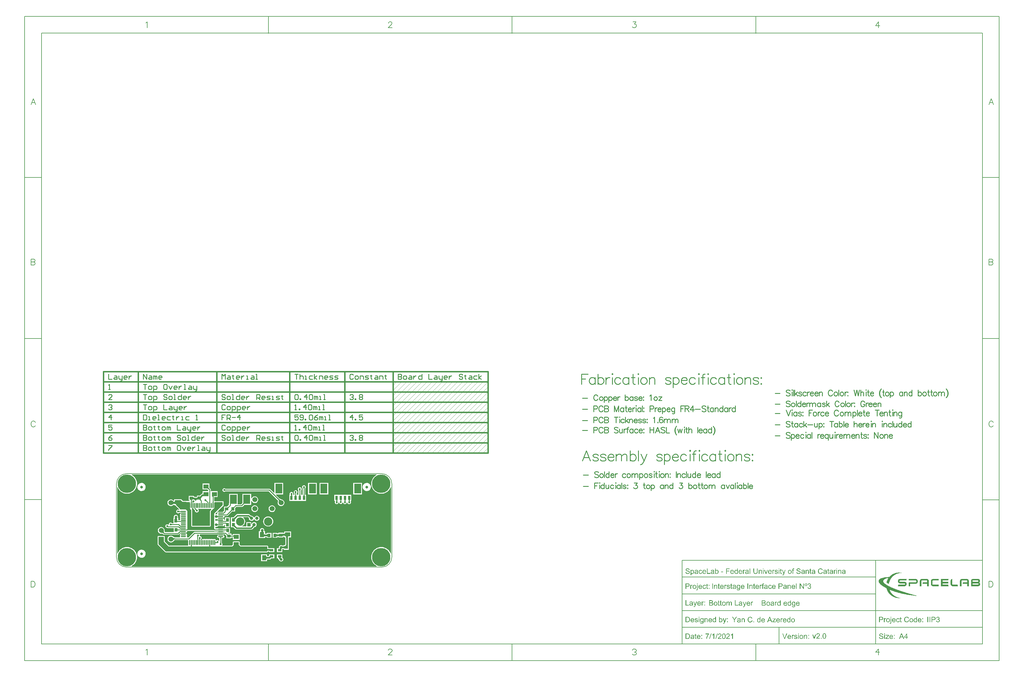
<source format=gbl>
G04*
G04 #@! TF.GenerationSoftware,Altium Limited,Altium Designer,18.1.7 (191)*
G04*
G04 Layer_Physical_Order=2*
G04 Layer_Color=16711680*
%FSLAX25Y25*%
%MOIN*%
G70*
G01*
G75*
%ADD10C,0.00787*%
%ADD12C,0.01000*%
%ADD17C,0.01500*%
%ADD18C,0.00100*%
%ADD19C,0.00700*%
%ADD20C,0.03200*%
%ADD21R,0.03937X0.03543*%
%ADD22R,0.05906X0.05118*%
%ADD23R,0.03543X0.03937*%
%ADD24R,0.05118X0.05906*%
%ADD35C,0.02000*%
%ADD36C,0.05906*%
%ADD37R,0.03937X0.03937*%
%ADD38C,0.03937*%
%ADD39C,0.09843*%
%ADD40C,0.21654*%
%ADD41C,0.03150*%
%ADD42C,0.02362*%
%ADD43R,0.08268X0.11024*%
%ADD44R,0.04331X0.02559*%
%ADD45R,0.03150X0.05118*%
%ADD46R,0.08268X0.11811*%
%ADD47O,0.01181X0.06496*%
%ADD48O,0.06496X0.01181*%
G36*
X306914Y108933D02*
X305429Y108023D01*
X304013Y106814D01*
X302804Y105398D01*
X301831Y103811D01*
X301119Y102091D01*
X300684Y100281D01*
X300538Y98425D01*
X300684Y96569D01*
X301119Y94759D01*
X301831Y93039D01*
X302804Y91452D01*
X304013Y90036D01*
X305429Y88828D01*
X307016Y87855D01*
X308736Y87142D01*
X310546Y86708D01*
X312402Y86562D01*
X314257Y86708D01*
X316068Y87142D01*
X317787Y87855D01*
X319375Y88828D01*
X320790Y90036D01*
X321999Y91452D01*
X322972Y93039D01*
X323500Y94315D01*
X324000Y94216D01*
Y16020D01*
X323500Y15921D01*
X322972Y17197D01*
X321999Y18784D01*
X320790Y20200D01*
X319375Y21409D01*
X317787Y22381D01*
X316068Y23094D01*
X314257Y23528D01*
X312402Y23674D01*
X310546Y23528D01*
X308736Y23094D01*
X307016Y22381D01*
X305429Y21409D01*
X304013Y20200D01*
X302804Y18784D01*
X301831Y17197D01*
X301119Y15477D01*
X300684Y13667D01*
X300538Y11811D01*
X300684Y9955D01*
X301119Y8145D01*
X301831Y6425D01*
X302804Y4838D01*
X304013Y3422D01*
X305429Y2213D01*
X306914Y1303D01*
X306828Y803D01*
X17975D01*
X17889Y1303D01*
X19375Y2213D01*
X20790Y3422D01*
X21999Y4838D01*
X22972Y6425D01*
X23684Y8145D01*
X24119Y9955D01*
X24265Y11811D01*
X24119Y13667D01*
X23684Y15477D01*
X22972Y17197D01*
X21999Y18784D01*
X20790Y20200D01*
X19375Y21409D01*
X17787Y22381D01*
X16068Y23094D01*
X14257Y23528D01*
X12402Y23674D01*
X10546Y23528D01*
X8736Y23094D01*
X7016Y22381D01*
X5429Y21409D01*
X4013Y20200D01*
X2804Y18784D01*
X1831Y17197D01*
X1303Y15921D01*
X803Y16021D01*
Y94216D01*
X1303Y94315D01*
X1831Y93039D01*
X2804Y91452D01*
X4013Y90036D01*
X5429Y88828D01*
X7016Y87855D01*
X8736Y87142D01*
X10546Y86708D01*
X12402Y86562D01*
X14257Y86708D01*
X16068Y87142D01*
X17787Y87855D01*
X19375Y88828D01*
X20790Y90036D01*
X21999Y91452D01*
X22972Y93039D01*
X23684Y94759D01*
X24119Y96569D01*
X24265Y98425D01*
X24119Y100281D01*
X23684Y102091D01*
X22972Y103811D01*
X21999Y105398D01*
X20790Y106814D01*
X19375Y108023D01*
X17889Y108933D01*
X17975Y109433D01*
X306828D01*
X306914Y108933D01*
D02*
G37*
G36*
X799006Y-1464D02*
X799111Y-1474D01*
X799236Y-1493D01*
X799371Y-1512D01*
X799515Y-1541D01*
X799400Y-2214D01*
X799390D01*
X799361Y-2204D01*
X799313Y-2194D01*
X799255Y-2185D01*
X799179D01*
X799102Y-2175D01*
X798938Y-2166D01*
X798881D01*
X798823Y-2175D01*
X798746Y-2185D01*
X798669Y-2204D01*
X798583Y-2233D01*
X798506Y-2271D01*
X798439Y-2319D01*
X798429Y-2329D01*
X798419Y-2348D01*
X798390Y-2387D01*
X798371Y-2444D01*
X798343Y-2521D01*
X798314Y-2627D01*
X798304Y-2742D01*
X798294Y-2886D01*
Y-3300D01*
X799188D01*
Y-3905D01*
X798304D01*
Y-7874D01*
X797526D01*
Y-3905D01*
X796843D01*
Y-3300D01*
X797526D01*
Y-2819D01*
Y-2810D01*
Y-2800D01*
Y-2742D01*
X797535Y-2665D01*
Y-2560D01*
X797545Y-2454D01*
X797564Y-2339D01*
X797583Y-2233D01*
X797612Y-2137D01*
X797622Y-2127D01*
X797631Y-2089D01*
X797660Y-2031D01*
X797699Y-1964D01*
X797756Y-1877D01*
X797823Y-1801D01*
X797900Y-1724D01*
X797997Y-1647D01*
X798006Y-1637D01*
X798054Y-1618D01*
X798112Y-1589D01*
X798208Y-1551D01*
X798314Y-1512D01*
X798458Y-1483D01*
X798612Y-1464D01*
X798794Y-1455D01*
X798919D01*
X799006Y-1464D01*
D02*
G37*
G36*
X850064Y-2444D02*
X849285D01*
Y-1560D01*
X850064D01*
Y-2444D01*
D02*
G37*
G36*
X781957D02*
X781179D01*
Y-1560D01*
X781957D01*
Y-2444D01*
D02*
G37*
G36*
X763343D02*
X762565D01*
Y-1560D01*
X763343D01*
Y-2444D01*
D02*
G37*
G36*
X804704Y-1464D02*
X804772D01*
X804935Y-1483D01*
X805127Y-1512D01*
X805339Y-1551D01*
X805550Y-1608D01*
X805752Y-1685D01*
X805761D01*
X805771Y-1695D01*
X805800Y-1704D01*
X805838Y-1724D01*
X805934Y-1781D01*
X806059Y-1849D01*
X806194Y-1945D01*
X806328Y-2060D01*
X806463Y-2194D01*
X806578Y-2348D01*
X806588Y-2368D01*
X806626Y-2425D01*
X806674Y-2521D01*
X806722Y-2637D01*
X806780Y-2781D01*
X806838Y-2954D01*
X806876Y-3136D01*
X806895Y-3338D01*
X806098Y-3396D01*
Y-3386D01*
Y-3367D01*
X806088Y-3338D01*
X806079Y-3300D01*
X806059Y-3194D01*
X806021Y-3059D01*
X805963Y-2915D01*
X805886Y-2771D01*
X805781Y-2627D01*
X805656Y-2502D01*
X805637Y-2492D01*
X805588Y-2454D01*
X805502Y-2406D01*
X805387Y-2348D01*
X805233Y-2291D01*
X805041Y-2243D01*
X804820Y-2204D01*
X804560Y-2194D01*
X804435D01*
X804378Y-2204D01*
X804301D01*
X804137Y-2233D01*
X803955Y-2262D01*
X803772Y-2310D01*
X803599Y-2377D01*
X803522Y-2425D01*
X803455Y-2473D01*
X803445Y-2483D01*
X803407Y-2521D01*
X803349Y-2579D01*
X803292Y-2665D01*
X803224Y-2761D01*
X803176Y-2877D01*
X803138Y-3002D01*
X803119Y-3146D01*
Y-3165D01*
Y-3204D01*
X803128Y-3271D01*
X803148Y-3348D01*
X803176Y-3434D01*
X803224Y-3530D01*
X803282Y-3617D01*
X803359Y-3703D01*
X803368Y-3713D01*
X803417Y-3742D01*
X803445Y-3761D01*
X803484Y-3790D01*
X803541Y-3809D01*
X803609Y-3838D01*
X803686Y-3876D01*
X803772Y-3915D01*
X803868Y-3943D01*
X803984Y-3982D01*
X804118Y-4030D01*
X804262Y-4069D01*
X804426Y-4107D01*
X804608Y-4155D01*
X804618D01*
X804656Y-4165D01*
X804704Y-4174D01*
X804772Y-4193D01*
X804858Y-4213D01*
X804954Y-4241D01*
X805166Y-4290D01*
X805396Y-4357D01*
X805627Y-4424D01*
X805742Y-4453D01*
X805838Y-4491D01*
X805934Y-4530D01*
X806011Y-4559D01*
X806021D01*
X806040Y-4568D01*
X806059Y-4587D01*
X806098Y-4607D01*
X806194Y-4664D01*
X806319Y-4732D01*
X806453Y-4828D01*
X806588Y-4943D01*
X806713Y-5068D01*
X806818Y-5202D01*
X806828Y-5222D01*
X806857Y-5270D01*
X806905Y-5347D01*
X806953Y-5462D01*
X807001Y-5587D01*
X807049Y-5741D01*
X807078Y-5914D01*
X807088Y-6096D01*
Y-6106D01*
Y-6115D01*
Y-6144D01*
Y-6183D01*
X807068Y-6279D01*
X807049Y-6404D01*
X807020Y-6548D01*
X806963Y-6711D01*
X806895Y-6884D01*
X806799Y-7048D01*
X806790Y-7067D01*
X806742Y-7124D01*
X806684Y-7201D01*
X806588Y-7297D01*
X806472Y-7413D01*
X806328Y-7528D01*
X806155Y-7634D01*
X805963Y-7739D01*
X805954D01*
X805934Y-7749D01*
X805906Y-7759D01*
X805867Y-7778D01*
X805819Y-7797D01*
X805761Y-7816D01*
X805608Y-7855D01*
X805435Y-7903D01*
X805223Y-7941D01*
X805002Y-7970D01*
X804752Y-7980D01*
X804608D01*
X804541Y-7970D01*
X804454D01*
X804358Y-7960D01*
X804253Y-7951D01*
X804032Y-7922D01*
X803791Y-7874D01*
X803551Y-7816D01*
X803321Y-7739D01*
X803311D01*
X803292Y-7730D01*
X803263Y-7711D01*
X803224Y-7691D01*
X803119Y-7634D01*
X802994Y-7547D01*
X802840Y-7442D01*
X802696Y-7317D01*
X802542Y-7163D01*
X802407Y-6990D01*
Y-6980D01*
X802398Y-6971D01*
X802379Y-6942D01*
X802359Y-6903D01*
X802331Y-6855D01*
X802302Y-6798D01*
X802244Y-6654D01*
X802186Y-6490D01*
X802129Y-6288D01*
X802090Y-6077D01*
X802071Y-5846D01*
X802859Y-5779D01*
Y-5789D01*
Y-5798D01*
X802869Y-5856D01*
X802888Y-5942D01*
X802907Y-6058D01*
X802946Y-6183D01*
X802984Y-6317D01*
X803042Y-6442D01*
X803109Y-6567D01*
X803119Y-6577D01*
X803148Y-6615D01*
X803195Y-6673D01*
X803272Y-6740D01*
X803359Y-6817D01*
X803465Y-6903D01*
X803599Y-6980D01*
X803743Y-7057D01*
X803753D01*
X803763Y-7067D01*
X803820Y-7086D01*
X803907Y-7115D01*
X804032Y-7144D01*
X804166Y-7182D01*
X804339Y-7211D01*
X804522Y-7230D01*
X804714Y-7240D01*
X804791D01*
X804887Y-7230D01*
X804993Y-7220D01*
X805127Y-7211D01*
X805262Y-7182D01*
X805406Y-7153D01*
X805550Y-7105D01*
X805569Y-7096D01*
X805608Y-7076D01*
X805675Y-7048D01*
X805752Y-7000D01*
X805848Y-6942D01*
X805934Y-6875D01*
X806021Y-6798D01*
X806098Y-6711D01*
X806107Y-6702D01*
X806127Y-6663D01*
X806155Y-6615D01*
X806194Y-6548D01*
X806223Y-6471D01*
X806252Y-6375D01*
X806271Y-6279D01*
X806280Y-6173D01*
Y-6163D01*
Y-6125D01*
X806271Y-6067D01*
X806261Y-6000D01*
X806242Y-5914D01*
X806203Y-5827D01*
X806165Y-5741D01*
X806107Y-5654D01*
X806098Y-5644D01*
X806079Y-5616D01*
X806030Y-5577D01*
X805973Y-5520D01*
X805896Y-5462D01*
X805800Y-5404D01*
X805675Y-5337D01*
X805540Y-5279D01*
X805531Y-5270D01*
X805492Y-5260D01*
X805415Y-5241D01*
X805367Y-5222D01*
X805310Y-5202D01*
X805233Y-5183D01*
X805156Y-5164D01*
X805060Y-5135D01*
X804964Y-5106D01*
X804848Y-5077D01*
X804714Y-5049D01*
X804570Y-5010D01*
X804416Y-4972D01*
X804406D01*
X804378Y-4962D01*
X804329Y-4953D01*
X804272Y-4933D01*
X804205Y-4914D01*
X804128Y-4895D01*
X803945Y-4847D01*
X803743Y-4780D01*
X803541Y-4712D01*
X803359Y-4645D01*
X803272Y-4616D01*
X803205Y-4578D01*
X803195D01*
X803186Y-4568D01*
X803128Y-4530D01*
X803051Y-4482D01*
X802955Y-4414D01*
X802840Y-4328D01*
X802734Y-4232D01*
X802629Y-4117D01*
X802532Y-3992D01*
X802523Y-3972D01*
X802494Y-3924D01*
X802465Y-3857D01*
X802427Y-3761D01*
X802379Y-3646D01*
X802350Y-3511D01*
X802321Y-3357D01*
X802311Y-3204D01*
Y-3194D01*
Y-3184D01*
Y-3156D01*
Y-3117D01*
X802331Y-3031D01*
X802350Y-2915D01*
X802379Y-2771D01*
X802427Y-2627D01*
X802494Y-2464D01*
X802581Y-2310D01*
Y-2300D01*
X802590Y-2291D01*
X802629Y-2243D01*
X802696Y-2166D01*
X802782Y-2070D01*
X802888Y-1973D01*
X803022Y-1868D01*
X803186Y-1762D01*
X803368Y-1676D01*
X803378D01*
X803388Y-1666D01*
X803417Y-1656D01*
X803465Y-1637D01*
X803513Y-1627D01*
X803570Y-1608D01*
X803705Y-1560D01*
X803878Y-1522D01*
X804070Y-1493D01*
X804291Y-1464D01*
X804522Y-1455D01*
X804637D01*
X804704Y-1464D01*
D02*
G37*
G36*
X673893D02*
X673960D01*
X674124Y-1483D01*
X674316Y-1512D01*
X674527Y-1551D01*
X674739Y-1608D01*
X674940Y-1685D01*
X674950D01*
X674960Y-1695D01*
X674989Y-1704D01*
X675027Y-1724D01*
X675123Y-1781D01*
X675248Y-1849D01*
X675383Y-1945D01*
X675517Y-2060D01*
X675652Y-2194D01*
X675767Y-2348D01*
X675776Y-2368D01*
X675815Y-2425D01*
X675863Y-2521D01*
X675911Y-2637D01*
X675969Y-2781D01*
X676026Y-2954D01*
X676065Y-3136D01*
X676084Y-3338D01*
X675286Y-3396D01*
Y-3386D01*
Y-3367D01*
X675277Y-3338D01*
X675267Y-3300D01*
X675248Y-3194D01*
X675210Y-3059D01*
X675152Y-2915D01*
X675075Y-2771D01*
X674969Y-2627D01*
X674844Y-2502D01*
X674825Y-2492D01*
X674777Y-2454D01*
X674691Y-2406D01*
X674575Y-2348D01*
X674422Y-2291D01*
X674229Y-2243D01*
X674008Y-2204D01*
X673749Y-2194D01*
X673624D01*
X673566Y-2204D01*
X673489D01*
X673326Y-2233D01*
X673143Y-2262D01*
X672961Y-2310D01*
X672788Y-2377D01*
X672711Y-2425D01*
X672644Y-2473D01*
X672634Y-2483D01*
X672596Y-2521D01*
X672538Y-2579D01*
X672480Y-2665D01*
X672413Y-2761D01*
X672365Y-2877D01*
X672327Y-3002D01*
X672307Y-3146D01*
Y-3165D01*
Y-3204D01*
X672317Y-3271D01*
X672336Y-3348D01*
X672365Y-3434D01*
X672413Y-3530D01*
X672471Y-3617D01*
X672548Y-3703D01*
X672557Y-3713D01*
X672605Y-3742D01*
X672634Y-3761D01*
X672673Y-3790D01*
X672730Y-3809D01*
X672797Y-3838D01*
X672874Y-3876D01*
X672961Y-3915D01*
X673057Y-3943D01*
X673172Y-3982D01*
X673307Y-4030D01*
X673451Y-4069D01*
X673614Y-4107D01*
X673797Y-4155D01*
X673806D01*
X673845Y-4165D01*
X673893Y-4174D01*
X673960Y-4193D01*
X674047Y-4213D01*
X674143Y-4241D01*
X674354Y-4290D01*
X674585Y-4357D01*
X674816Y-4424D01*
X674931Y-4453D01*
X675027Y-4491D01*
X675123Y-4530D01*
X675200Y-4559D01*
X675210D01*
X675229Y-4568D01*
X675248Y-4587D01*
X675286Y-4607D01*
X675383Y-4664D01*
X675507Y-4732D01*
X675642Y-4828D01*
X675776Y-4943D01*
X675902Y-5068D01*
X676007Y-5202D01*
X676017Y-5222D01*
X676046Y-5270D01*
X676094Y-5347D01*
X676142Y-5462D01*
X676190Y-5587D01*
X676238Y-5741D01*
X676267Y-5914D01*
X676276Y-6096D01*
Y-6106D01*
Y-6115D01*
Y-6144D01*
Y-6183D01*
X676257Y-6279D01*
X676238Y-6404D01*
X676209Y-6548D01*
X676151Y-6711D01*
X676084Y-6884D01*
X675988Y-7048D01*
X675978Y-7067D01*
X675930Y-7124D01*
X675873Y-7201D01*
X675776Y-7297D01*
X675661Y-7413D01*
X675517Y-7528D01*
X675344Y-7634D01*
X675152Y-7739D01*
X675142D01*
X675123Y-7749D01*
X675094Y-7759D01*
X675056Y-7778D01*
X675008Y-7797D01*
X674950Y-7816D01*
X674796Y-7855D01*
X674623Y-7903D01*
X674412Y-7941D01*
X674191Y-7970D01*
X673941Y-7980D01*
X673797D01*
X673730Y-7970D01*
X673643D01*
X673547Y-7960D01*
X673441Y-7951D01*
X673220Y-7922D01*
X672980Y-7874D01*
X672740Y-7816D01*
X672509Y-7739D01*
X672500D01*
X672480Y-7730D01*
X672451Y-7711D01*
X672413Y-7691D01*
X672307Y-7634D01*
X672182Y-7547D01*
X672029Y-7442D01*
X671884Y-7317D01*
X671731Y-7163D01*
X671596Y-6990D01*
Y-6980D01*
X671587Y-6971D01*
X671567Y-6942D01*
X671548Y-6903D01*
X671519Y-6855D01*
X671490Y-6798D01*
X671433Y-6654D01*
X671375Y-6490D01*
X671317Y-6288D01*
X671279Y-6077D01*
X671260Y-5846D01*
X672048Y-5779D01*
Y-5789D01*
Y-5798D01*
X672057Y-5856D01*
X672077Y-5942D01*
X672096Y-6058D01*
X672134Y-6183D01*
X672173Y-6317D01*
X672230Y-6442D01*
X672298Y-6567D01*
X672307Y-6577D01*
X672336Y-6615D01*
X672384Y-6673D01*
X672461Y-6740D01*
X672548Y-6817D01*
X672653Y-6903D01*
X672788Y-6980D01*
X672932Y-7057D01*
X672942D01*
X672951Y-7067D01*
X673009Y-7086D01*
X673095Y-7115D01*
X673220Y-7144D01*
X673355Y-7182D01*
X673528Y-7211D01*
X673710Y-7230D01*
X673903Y-7240D01*
X673980D01*
X674076Y-7230D01*
X674181Y-7220D01*
X674316Y-7211D01*
X674450Y-7182D01*
X674594Y-7153D01*
X674739Y-7105D01*
X674758Y-7096D01*
X674796Y-7076D01*
X674864Y-7048D01*
X674940Y-7000D01*
X675037Y-6942D01*
X675123Y-6875D01*
X675210Y-6798D01*
X675286Y-6711D01*
X675296Y-6702D01*
X675315Y-6663D01*
X675344Y-6615D01*
X675383Y-6548D01*
X675411Y-6471D01*
X675440Y-6375D01*
X675459Y-6279D01*
X675469Y-6173D01*
Y-6163D01*
Y-6125D01*
X675459Y-6067D01*
X675450Y-6000D01*
X675431Y-5914D01*
X675392Y-5827D01*
X675354Y-5741D01*
X675296Y-5654D01*
X675286Y-5644D01*
X675267Y-5616D01*
X675219Y-5577D01*
X675162Y-5520D01*
X675085Y-5462D01*
X674989Y-5404D01*
X674864Y-5337D01*
X674729Y-5279D01*
X674719Y-5270D01*
X674681Y-5260D01*
X674604Y-5241D01*
X674556Y-5222D01*
X674498Y-5202D01*
X674422Y-5183D01*
X674345Y-5164D01*
X674249Y-5135D01*
X674153Y-5106D01*
X674037Y-5077D01*
X673903Y-5049D01*
X673758Y-5010D01*
X673605Y-4972D01*
X673595D01*
X673566Y-4962D01*
X673518Y-4953D01*
X673460Y-4933D01*
X673393Y-4914D01*
X673316Y-4895D01*
X673134Y-4847D01*
X672932Y-4780D01*
X672730Y-4712D01*
X672548Y-4645D01*
X672461Y-4616D01*
X672394Y-4578D01*
X672384D01*
X672375Y-4568D01*
X672317Y-4530D01*
X672240Y-4482D01*
X672144Y-4414D01*
X672029Y-4328D01*
X671923Y-4232D01*
X671817Y-4117D01*
X671721Y-3992D01*
X671711Y-3972D01*
X671683Y-3924D01*
X671654Y-3857D01*
X671615Y-3761D01*
X671567Y-3646D01*
X671538Y-3511D01*
X671510Y-3357D01*
X671500Y-3204D01*
Y-3194D01*
Y-3184D01*
Y-3156D01*
Y-3117D01*
X671519Y-3031D01*
X671538Y-2915D01*
X671567Y-2771D01*
X671615Y-2627D01*
X671683Y-2464D01*
X671769Y-2310D01*
Y-2300D01*
X671779Y-2291D01*
X671817Y-2243D01*
X671884Y-2166D01*
X671971Y-2070D01*
X672077Y-1973D01*
X672211Y-1868D01*
X672375Y-1762D01*
X672557Y-1676D01*
X672567D01*
X672576Y-1666D01*
X672605Y-1656D01*
X672653Y-1637D01*
X672701Y-1627D01*
X672759Y-1608D01*
X672893Y-1560D01*
X673067Y-1522D01*
X673259Y-1493D01*
X673480Y-1464D01*
X673710Y-1455D01*
X673826D01*
X673893Y-1464D01*
D02*
G37*
G36*
X830728D02*
X830805Y-1474D01*
X830901Y-1483D01*
X831007Y-1493D01*
X831122Y-1512D01*
X831372Y-1570D01*
X831641Y-1656D01*
X831776Y-1714D01*
X831910Y-1781D01*
X832035Y-1858D01*
X832160Y-1945D01*
X832170Y-1954D01*
X832189Y-1964D01*
X832218Y-1993D01*
X832266Y-2031D01*
X832314Y-2079D01*
X832381Y-2146D01*
X832448Y-2214D01*
X832516Y-2291D01*
X832592Y-2387D01*
X832660Y-2483D01*
X832737Y-2598D01*
X832814Y-2723D01*
X832881Y-2848D01*
X832948Y-2992D01*
X833063Y-3300D01*
X832237Y-3492D01*
Y-3482D01*
X832227Y-3463D01*
X832218Y-3425D01*
X832199Y-3376D01*
X832170Y-3319D01*
X832141Y-3252D01*
X832074Y-3108D01*
X831987Y-2944D01*
X831872Y-2771D01*
X831747Y-2617D01*
X831593Y-2483D01*
X831574Y-2473D01*
X831516Y-2435D01*
X831430Y-2387D01*
X831305Y-2319D01*
X831161Y-2262D01*
X830978Y-2214D01*
X830776Y-2175D01*
X830546Y-2166D01*
X830478D01*
X830430Y-2175D01*
X830363D01*
X830296Y-2185D01*
X830123Y-2214D01*
X829931Y-2252D01*
X829729Y-2319D01*
X829527Y-2406D01*
X829335Y-2521D01*
X829325D01*
X829315Y-2541D01*
X829258Y-2589D01*
X829171Y-2665D01*
X829066Y-2771D01*
X828960Y-2906D01*
X828845Y-3059D01*
X828739Y-3252D01*
X828652Y-3463D01*
Y-3473D01*
X828643Y-3492D01*
X828633Y-3521D01*
X828624Y-3569D01*
X828604Y-3617D01*
X828595Y-3684D01*
X828556Y-3838D01*
X828518Y-4020D01*
X828489Y-4222D01*
X828470Y-4443D01*
X828460Y-4674D01*
Y-4684D01*
Y-4712D01*
Y-4751D01*
Y-4808D01*
X828470Y-4876D01*
Y-4962D01*
X828479Y-5049D01*
X828489Y-5145D01*
X828518Y-5366D01*
X828556Y-5606D01*
X828614Y-5846D01*
X828691Y-6077D01*
Y-6087D01*
X828701Y-6106D01*
X828720Y-6135D01*
X828739Y-6173D01*
X828787Y-6288D01*
X828864Y-6413D01*
X828969Y-6567D01*
X829095Y-6711D01*
X829239Y-6855D01*
X829412Y-6980D01*
X829421D01*
X829431Y-6990D01*
X829460Y-7009D01*
X829498Y-7028D01*
X829604Y-7067D01*
X829738Y-7124D01*
X829892Y-7173D01*
X830075Y-7220D01*
X830276Y-7259D01*
X830488Y-7269D01*
X830555D01*
X830603Y-7259D01*
X830661D01*
X830738Y-7249D01*
X830901Y-7220D01*
X831084Y-7173D01*
X831286Y-7096D01*
X831478Y-7000D01*
X831670Y-6865D01*
X831680Y-6855D01*
X831689Y-6846D01*
X831747Y-6788D01*
X831833Y-6692D01*
X831939Y-6567D01*
X832045Y-6394D01*
X832160Y-6192D01*
X832256Y-5942D01*
X832333Y-5664D01*
X833169Y-5875D01*
Y-5885D01*
X833160Y-5923D01*
X833140Y-5971D01*
X833121Y-6048D01*
X833083Y-6125D01*
X833044Y-6231D01*
X833006Y-6336D01*
X832948Y-6452D01*
X832823Y-6711D01*
X832650Y-6971D01*
X832458Y-7220D01*
X832343Y-7336D01*
X832218Y-7442D01*
X832208Y-7451D01*
X832189Y-7461D01*
X832150Y-7490D01*
X832093Y-7528D01*
X832026Y-7566D01*
X831949Y-7615D01*
X831862Y-7663D01*
X831756Y-7711D01*
X831641Y-7759D01*
X831516Y-7807D01*
X831372Y-7855D01*
X831228Y-7893D01*
X830911Y-7960D01*
X830738Y-7970D01*
X830555Y-7980D01*
X830459D01*
X830382Y-7970D01*
X830296D01*
X830200Y-7960D01*
X830084Y-7941D01*
X829969Y-7932D01*
X829700Y-7874D01*
X829421Y-7807D01*
X829152Y-7701D01*
X829018Y-7643D01*
X828893Y-7566D01*
X828883Y-7557D01*
X828864Y-7547D01*
X828835Y-7518D01*
X828787Y-7490D01*
X828672Y-7394D01*
X828537Y-7259D01*
X828374Y-7096D01*
X828220Y-6884D01*
X828057Y-6644D01*
X827922Y-6365D01*
Y-6356D01*
X827912Y-6327D01*
X827893Y-6288D01*
X827874Y-6231D01*
X827845Y-6154D01*
X827816Y-6067D01*
X827787Y-5971D01*
X827759Y-5856D01*
X827730Y-5741D01*
X827701Y-5606D01*
X827643Y-5318D01*
X827605Y-5010D01*
X827595Y-4674D01*
Y-4664D01*
Y-4626D01*
Y-4578D01*
X827605Y-4510D01*
Y-4424D01*
X827614Y-4318D01*
X827624Y-4213D01*
X827643Y-4088D01*
X827691Y-3819D01*
X827749Y-3530D01*
X827845Y-3232D01*
X827970Y-2954D01*
Y-2944D01*
X827989Y-2925D01*
X828008Y-2886D01*
X828037Y-2829D01*
X828076Y-2771D01*
X828124Y-2704D01*
X828249Y-2541D01*
X828393Y-2358D01*
X828576Y-2175D01*
X828797Y-1993D01*
X829037Y-1839D01*
X829046D01*
X829066Y-1820D01*
X829104Y-1801D01*
X829162Y-1781D01*
X829219Y-1752D01*
X829296Y-1714D01*
X829392Y-1685D01*
X829488Y-1647D01*
X829594Y-1608D01*
X829710Y-1579D01*
X829969Y-1512D01*
X830257Y-1474D01*
X830565Y-1455D01*
X830661D01*
X830728Y-1464D01*
D02*
G37*
G36*
X732927Y-7874D02*
X732206D01*
Y-7307D01*
X732197Y-7317D01*
X732187Y-7336D01*
X732158Y-7365D01*
X732120Y-7413D01*
X732082Y-7461D01*
X732024Y-7518D01*
X731957Y-7576D01*
X731880Y-7643D01*
X731793Y-7701D01*
X731697Y-7768D01*
X731591Y-7826D01*
X731486Y-7874D01*
X731361Y-7922D01*
X731226Y-7951D01*
X731082Y-7970D01*
X730928Y-7980D01*
X730871D01*
X730832Y-7970D01*
X730726Y-7960D01*
X730602Y-7941D01*
X730438Y-7903D01*
X730275Y-7855D01*
X730092Y-7778D01*
X729919Y-7682D01*
X729910D01*
X729900Y-7672D01*
X729842Y-7624D01*
X729766Y-7557D01*
X729660Y-7461D01*
X729554Y-7345D01*
X729429Y-7201D01*
X729323Y-7038D01*
X729218Y-6846D01*
Y-6836D01*
X729208Y-6817D01*
X729199Y-6788D01*
X729179Y-6750D01*
X729160Y-6702D01*
X729141Y-6634D01*
X729093Y-6481D01*
X729045Y-6298D01*
X729006Y-6087D01*
X728977Y-5856D01*
X728968Y-5596D01*
Y-5587D01*
Y-5568D01*
Y-5529D01*
Y-5481D01*
X728977Y-5424D01*
Y-5347D01*
X728997Y-5183D01*
X729026Y-4991D01*
X729064Y-4789D01*
X729112Y-4568D01*
X729189Y-4357D01*
Y-4347D01*
X729199Y-4328D01*
X729218Y-4299D01*
X729237Y-4261D01*
X729285Y-4165D01*
X729362Y-4040D01*
X729458Y-3895D01*
X729573Y-3751D01*
X729708Y-3617D01*
X729871Y-3492D01*
X729881D01*
X729890Y-3482D01*
X729948Y-3444D01*
X730044Y-3396D01*
X730169Y-3338D01*
X730323Y-3290D01*
X730496Y-3242D01*
X730688Y-3204D01*
X730890Y-3194D01*
X730957D01*
X731034Y-3204D01*
X731140Y-3213D01*
X731246Y-3242D01*
X731370Y-3271D01*
X731495Y-3319D01*
X731620Y-3376D01*
X731639Y-3386D01*
X731678Y-3405D01*
X731736Y-3444D01*
X731812Y-3501D01*
X731889Y-3559D01*
X731985Y-3636D01*
X732072Y-3732D01*
X732149Y-3828D01*
Y-1560D01*
X732927D01*
Y-7874D01*
D02*
G37*
G36*
X679553Y-3213D02*
X679688Y-3232D01*
X679851Y-3271D01*
X680024Y-3319D01*
X680197Y-3396D01*
X680370Y-3501D01*
X680380D01*
X680389Y-3511D01*
X680447Y-3559D01*
X680524Y-3626D01*
X680630Y-3723D01*
X680735Y-3838D01*
X680851Y-3992D01*
X680956Y-4155D01*
X681052Y-4357D01*
Y-4366D01*
X681062Y-4386D01*
X681072Y-4414D01*
X681091Y-4453D01*
X681110Y-4501D01*
X681129Y-4568D01*
X681168Y-4712D01*
X681206Y-4895D01*
X681245Y-5097D01*
X681274Y-5318D01*
X681283Y-5558D01*
Y-5568D01*
Y-5587D01*
Y-5625D01*
Y-5673D01*
X681274Y-5741D01*
Y-5808D01*
X681254Y-5981D01*
X681216Y-6173D01*
X681177Y-6385D01*
X681110Y-6605D01*
X681024Y-6826D01*
Y-6836D01*
X681014Y-6855D01*
X680995Y-6884D01*
X680976Y-6923D01*
X680918Y-7019D01*
X680841Y-7144D01*
X680735Y-7278D01*
X680610Y-7422D01*
X680466Y-7557D01*
X680293Y-7682D01*
X680284D01*
X680274Y-7691D01*
X680245Y-7711D01*
X680207Y-7730D01*
X680111Y-7778D01*
X679986Y-7826D01*
X679832Y-7884D01*
X679669Y-7932D01*
X679476Y-7970D01*
X679284Y-7980D01*
X679217D01*
X679150Y-7970D01*
X679053Y-7960D01*
X678948Y-7941D01*
X678832Y-7913D01*
X678708Y-7874D01*
X678592Y-7826D01*
X678583Y-7816D01*
X678544Y-7797D01*
X678487Y-7759D01*
X678419Y-7711D01*
X678333Y-7653D01*
X678256Y-7586D01*
X678169Y-7499D01*
X678093Y-7413D01*
Y-9623D01*
X677314D01*
Y-3300D01*
X678025D01*
Y-3895D01*
X678035Y-3876D01*
X678064Y-3838D01*
X678121Y-3780D01*
X678189Y-3703D01*
X678265Y-3617D01*
X678362Y-3530D01*
X678467Y-3444D01*
X678583Y-3376D01*
X678602Y-3367D01*
X678640Y-3348D01*
X678708Y-3319D01*
X678794Y-3280D01*
X678909Y-3252D01*
X679034Y-3223D01*
X679178Y-3204D01*
X679342Y-3194D01*
X679438D01*
X679553Y-3213D01*
D02*
G37*
G36*
X853542Y-3204D02*
X853638Y-3213D01*
X853754Y-3232D01*
X853888Y-3261D01*
X854013Y-3300D01*
X854148Y-3348D01*
X854167Y-3357D01*
X854205Y-3376D01*
X854263Y-3405D01*
X854340Y-3453D01*
X854426Y-3511D01*
X854513Y-3578D01*
X854599Y-3655D01*
X854667Y-3742D01*
X854676Y-3751D01*
X854696Y-3780D01*
X854724Y-3838D01*
X854763Y-3905D01*
X854801Y-3982D01*
X854840Y-4078D01*
X854878Y-4193D01*
X854907Y-4309D01*
Y-4318D01*
X854916Y-4347D01*
X854926Y-4405D01*
X854936Y-4482D01*
Y-4587D01*
X854945Y-4722D01*
X854955Y-4876D01*
Y-5068D01*
Y-7874D01*
X854177D01*
Y-5097D01*
Y-5087D01*
Y-5077D01*
Y-5020D01*
Y-4933D01*
X854167Y-4828D01*
X854157Y-4722D01*
X854138Y-4597D01*
X854109Y-4491D01*
X854080Y-4395D01*
Y-4386D01*
X854061Y-4357D01*
X854042Y-4309D01*
X854013Y-4261D01*
X853965Y-4193D01*
X853907Y-4136D01*
X853840Y-4069D01*
X853763Y-4011D01*
X853754Y-4001D01*
X853725Y-3992D01*
X853677Y-3963D01*
X853610Y-3934D01*
X853533Y-3915D01*
X853437Y-3886D01*
X853341Y-3876D01*
X853225Y-3867D01*
X853139D01*
X853052Y-3886D01*
X852927Y-3905D01*
X852793Y-3943D01*
X852658Y-4001D01*
X852504Y-4078D01*
X852370Y-4184D01*
X852351Y-4203D01*
X852312Y-4251D01*
X852255Y-4328D01*
X852226Y-4386D01*
X852197Y-4453D01*
X852159Y-4530D01*
X852130Y-4616D01*
X852101Y-4712D01*
X852072Y-4818D01*
X852043Y-4943D01*
X852034Y-5077D01*
X852014Y-5222D01*
Y-5375D01*
Y-7874D01*
X851236D01*
Y-3300D01*
X851937D01*
Y-3953D01*
X851947Y-3943D01*
X851957Y-3924D01*
X851985Y-3886D01*
X852034Y-3838D01*
X852082Y-3780D01*
X852149Y-3713D01*
X852216Y-3646D01*
X852303Y-3569D01*
X852408Y-3501D01*
X852514Y-3434D01*
X852629Y-3367D01*
X852764Y-3309D01*
X852899Y-3261D01*
X853052Y-3223D01*
X853216Y-3204D01*
X853389Y-3194D01*
X853456D01*
X853542Y-3204D01*
D02*
G37*
G36*
X815333D02*
X815429Y-3213D01*
X815544Y-3232D01*
X815679Y-3261D01*
X815804Y-3300D01*
X815938Y-3348D01*
X815958Y-3357D01*
X815996Y-3376D01*
X816054Y-3405D01*
X816131Y-3453D01*
X816217Y-3511D01*
X816304Y-3578D01*
X816390Y-3655D01*
X816457Y-3742D01*
X816467Y-3751D01*
X816486Y-3780D01*
X816515Y-3838D01*
X816553Y-3905D01*
X816592Y-3982D01*
X816630Y-4078D01*
X816669Y-4193D01*
X816698Y-4309D01*
Y-4318D01*
X816707Y-4347D01*
X816717Y-4405D01*
X816726Y-4482D01*
Y-4587D01*
X816736Y-4722D01*
X816746Y-4876D01*
Y-5068D01*
Y-7874D01*
X815967D01*
Y-5097D01*
Y-5087D01*
Y-5077D01*
Y-5020D01*
Y-4933D01*
X815958Y-4828D01*
X815948Y-4722D01*
X815929Y-4597D01*
X815900Y-4491D01*
X815871Y-4395D01*
Y-4386D01*
X815852Y-4357D01*
X815833Y-4309D01*
X815804Y-4261D01*
X815756Y-4193D01*
X815698Y-4136D01*
X815631Y-4069D01*
X815554Y-4011D01*
X815544Y-4001D01*
X815516Y-3992D01*
X815467Y-3963D01*
X815400Y-3934D01*
X815323Y-3915D01*
X815227Y-3886D01*
X815131Y-3876D01*
X815016Y-3867D01*
X814929D01*
X814843Y-3886D01*
X814718Y-3905D01*
X814583Y-3943D01*
X814449Y-4001D01*
X814295Y-4078D01*
X814161Y-4184D01*
X814141Y-4203D01*
X814103Y-4251D01*
X814045Y-4328D01*
X814016Y-4386D01*
X813988Y-4453D01*
X813949Y-4530D01*
X813920Y-4616D01*
X813892Y-4712D01*
X813863Y-4818D01*
X813834Y-4943D01*
X813824Y-5077D01*
X813805Y-5222D01*
Y-5375D01*
Y-7874D01*
X813027D01*
Y-3300D01*
X813728D01*
Y-3953D01*
X813738Y-3943D01*
X813747Y-3924D01*
X813776Y-3886D01*
X813824Y-3838D01*
X813872Y-3780D01*
X813939Y-3713D01*
X814007Y-3646D01*
X814093Y-3569D01*
X814199Y-3501D01*
X814305Y-3434D01*
X814420Y-3367D01*
X814555Y-3309D01*
X814689Y-3261D01*
X814843Y-3223D01*
X815006Y-3204D01*
X815179Y-3194D01*
X815246D01*
X815333Y-3204D01*
D02*
G37*
G36*
X759960D02*
X760056Y-3213D01*
X760172Y-3232D01*
X760306Y-3261D01*
X760431Y-3300D01*
X760566Y-3348D01*
X760585Y-3357D01*
X760623Y-3376D01*
X760681Y-3405D01*
X760758Y-3453D01*
X760844Y-3511D01*
X760931Y-3578D01*
X761017Y-3655D01*
X761085Y-3742D01*
X761094Y-3751D01*
X761113Y-3780D01*
X761142Y-3838D01*
X761181Y-3905D01*
X761219Y-3982D01*
X761258Y-4078D01*
X761296Y-4193D01*
X761325Y-4309D01*
Y-4318D01*
X761334Y-4347D01*
X761344Y-4405D01*
X761354Y-4482D01*
Y-4587D01*
X761363Y-4722D01*
X761373Y-4876D01*
Y-5068D01*
Y-7874D01*
X760594D01*
Y-5097D01*
Y-5087D01*
Y-5077D01*
Y-5020D01*
Y-4933D01*
X760585Y-4828D01*
X760575Y-4722D01*
X760556Y-4597D01*
X760527Y-4491D01*
X760498Y-4395D01*
Y-4386D01*
X760479Y-4357D01*
X760460Y-4309D01*
X760431Y-4261D01*
X760383Y-4193D01*
X760325Y-4136D01*
X760258Y-4069D01*
X760181Y-4011D01*
X760172Y-4001D01*
X760143Y-3992D01*
X760095Y-3963D01*
X760027Y-3934D01*
X759950Y-3915D01*
X759854Y-3886D01*
X759758Y-3876D01*
X759643Y-3867D01*
X759556D01*
X759470Y-3886D01*
X759345Y-3905D01*
X759211Y-3943D01*
X759076Y-4001D01*
X758922Y-4078D01*
X758788Y-4184D01*
X758769Y-4203D01*
X758730Y-4251D01*
X758672Y-4328D01*
X758644Y-4386D01*
X758615Y-4453D01*
X758576Y-4530D01*
X758547Y-4616D01*
X758519Y-4712D01*
X758490Y-4818D01*
X758461Y-4943D01*
X758451Y-5077D01*
X758432Y-5222D01*
Y-5375D01*
Y-7874D01*
X757654D01*
Y-3300D01*
X758355D01*
Y-3953D01*
X758365Y-3943D01*
X758375Y-3924D01*
X758403Y-3886D01*
X758451Y-3838D01*
X758499Y-3780D01*
X758567Y-3713D01*
X758634Y-3646D01*
X758720Y-3569D01*
X758826Y-3501D01*
X758932Y-3434D01*
X759047Y-3367D01*
X759182Y-3309D01*
X759316Y-3261D01*
X759470Y-3223D01*
X759633Y-3204D01*
X759806Y-3194D01*
X759874D01*
X759960Y-3204D01*
D02*
G37*
G36*
X848170D02*
X848276Y-3223D01*
X848391Y-3261D01*
X848526Y-3300D01*
X848670Y-3367D01*
X848824Y-3453D01*
X848545Y-4165D01*
X848536Y-4155D01*
X848497Y-4136D01*
X848439Y-4107D01*
X848372Y-4078D01*
X848286Y-4049D01*
X848190Y-4020D01*
X848084Y-4001D01*
X847978Y-3992D01*
X847940D01*
X847892Y-4001D01*
X847824Y-4011D01*
X847757Y-4030D01*
X847680Y-4059D01*
X847603Y-4097D01*
X847526Y-4145D01*
X847517Y-4155D01*
X847498Y-4174D01*
X847459Y-4213D01*
X847421Y-4261D01*
X847373Y-4318D01*
X847325Y-4395D01*
X847286Y-4482D01*
X847248Y-4578D01*
X847238Y-4597D01*
X847229Y-4645D01*
X847209Y-4732D01*
X847190Y-4847D01*
X847161Y-4981D01*
X847142Y-5135D01*
X847132Y-5299D01*
X847123Y-5481D01*
Y-7874D01*
X846344D01*
Y-3300D01*
X847046D01*
Y-3982D01*
X847056Y-3972D01*
X847094Y-3915D01*
X847142Y-3828D01*
X847200Y-3732D01*
X847277Y-3626D01*
X847363Y-3521D01*
X847440Y-3425D01*
X847526Y-3357D01*
X847536Y-3348D01*
X847565Y-3328D01*
X847613Y-3309D01*
X847680Y-3271D01*
X847748Y-3242D01*
X847834Y-3223D01*
X847930Y-3204D01*
X848026Y-3194D01*
X848093D01*
X848170Y-3204D01*
D02*
G37*
G36*
X775653D02*
X775759Y-3223D01*
X775874Y-3261D01*
X776009Y-3300D01*
X776153Y-3367D01*
X776307Y-3453D01*
X776028Y-4165D01*
X776018Y-4155D01*
X775980Y-4136D01*
X775922Y-4107D01*
X775855Y-4078D01*
X775769Y-4049D01*
X775672Y-4020D01*
X775567Y-4001D01*
X775461Y-3992D01*
X775423D01*
X775375Y-4001D01*
X775307Y-4011D01*
X775240Y-4030D01*
X775163Y-4059D01*
X775086Y-4097D01*
X775009Y-4145D01*
X775000Y-4155D01*
X774981Y-4174D01*
X774942Y-4213D01*
X774904Y-4261D01*
X774856Y-4318D01*
X774808Y-4395D01*
X774769Y-4482D01*
X774731Y-4578D01*
X774721Y-4597D01*
X774712Y-4645D01*
X774692Y-4732D01*
X774673Y-4847D01*
X774644Y-4981D01*
X774625Y-5135D01*
X774615Y-5299D01*
X774606Y-5481D01*
Y-7874D01*
X773827D01*
Y-3300D01*
X774529D01*
Y-3982D01*
X774539Y-3972D01*
X774577Y-3915D01*
X774625Y-3828D01*
X774683Y-3732D01*
X774759Y-3626D01*
X774846Y-3521D01*
X774923Y-3425D01*
X775009Y-3357D01*
X775019Y-3348D01*
X775048Y-3328D01*
X775096Y-3309D01*
X775163Y-3271D01*
X775230Y-3242D01*
X775317Y-3223D01*
X775413Y-3204D01*
X775509Y-3194D01*
X775576D01*
X775653Y-3204D01*
D02*
G37*
G36*
X740875D02*
X740980Y-3223D01*
X741096Y-3261D01*
X741230Y-3300D01*
X741374Y-3367D01*
X741528Y-3453D01*
X741250Y-4165D01*
X741240Y-4155D01*
X741201Y-4136D01*
X741144Y-4107D01*
X741077Y-4078D01*
X740990Y-4049D01*
X740894Y-4020D01*
X740788Y-4001D01*
X740683Y-3992D01*
X740644D01*
X740596Y-4001D01*
X740529Y-4011D01*
X740461Y-4030D01*
X740385Y-4059D01*
X740308Y-4097D01*
X740231Y-4145D01*
X740221Y-4155D01*
X740202Y-4174D01*
X740164Y-4213D01*
X740125Y-4261D01*
X740077Y-4318D01*
X740029Y-4395D01*
X739991Y-4482D01*
X739952Y-4578D01*
X739943Y-4597D01*
X739933Y-4645D01*
X739914Y-4732D01*
X739894Y-4847D01*
X739866Y-4981D01*
X739846Y-5135D01*
X739837Y-5299D01*
X739827Y-5481D01*
Y-7874D01*
X739049D01*
Y-3300D01*
X739750D01*
Y-3982D01*
X739760Y-3972D01*
X739798Y-3915D01*
X739846Y-3828D01*
X739904Y-3732D01*
X739981Y-3626D01*
X740067Y-3521D01*
X740144Y-3425D01*
X740231Y-3357D01*
X740240Y-3348D01*
X740269Y-3328D01*
X740317Y-3309D01*
X740385Y-3271D01*
X740452Y-3242D01*
X740538Y-3223D01*
X740634Y-3204D01*
X740730Y-3194D01*
X740798D01*
X740875Y-3204D01*
D02*
G37*
G36*
X778450D02*
X778575Y-3213D01*
X778728Y-3232D01*
X778882Y-3261D01*
X779046Y-3300D01*
X779199Y-3357D01*
X779209D01*
X779219Y-3367D01*
X779267Y-3386D01*
X779344Y-3425D01*
X779430Y-3463D01*
X779526Y-3530D01*
X779632Y-3598D01*
X779728Y-3684D01*
X779805Y-3780D01*
X779814Y-3790D01*
X779834Y-3828D01*
X779872Y-3886D01*
X779920Y-3963D01*
X779959Y-4059D01*
X780007Y-4184D01*
X780045Y-4318D01*
X780084Y-4472D01*
X779324Y-4578D01*
Y-4559D01*
X779315Y-4520D01*
X779295Y-4453D01*
X779267Y-4376D01*
X779228Y-4290D01*
X779171Y-4203D01*
X779103Y-4107D01*
X779017Y-4030D01*
X779007Y-4020D01*
X778969Y-4001D01*
X778911Y-3963D01*
X778834Y-3924D01*
X778738Y-3895D01*
X778613Y-3857D01*
X778479Y-3838D01*
X778315Y-3828D01*
X778229D01*
X778133Y-3838D01*
X778017Y-3847D01*
X777892Y-3876D01*
X777768Y-3905D01*
X777642Y-3953D01*
X777546Y-4011D01*
X777537Y-4020D01*
X777508Y-4040D01*
X777479Y-4078D01*
X777441Y-4126D01*
X777393Y-4184D01*
X777364Y-4261D01*
X777335Y-4338D01*
X777325Y-4424D01*
Y-4434D01*
Y-4453D01*
X777335Y-4482D01*
Y-4520D01*
X777364Y-4607D01*
X777412Y-4703D01*
X777422Y-4712D01*
X777431Y-4722D01*
X777489Y-4770D01*
X777527Y-4808D01*
X777575Y-4837D01*
X777642Y-4876D01*
X777710Y-4905D01*
X777719D01*
X777739Y-4914D01*
X777777Y-4924D01*
X777844Y-4943D01*
X777931Y-4972D01*
X778056Y-5010D01*
X778209Y-5049D01*
X778296Y-5077D01*
X778402Y-5106D01*
X778411D01*
X778440Y-5116D01*
X778479Y-5126D01*
X778536Y-5145D01*
X778604Y-5164D01*
X778680Y-5183D01*
X778853Y-5231D01*
X779046Y-5289D01*
X779238Y-5356D01*
X779411Y-5414D01*
X779488Y-5443D01*
X779555Y-5472D01*
X779574Y-5481D01*
X779613Y-5500D01*
X779670Y-5529D01*
X779738Y-5568D01*
X779824Y-5625D01*
X779911Y-5702D01*
X779987Y-5779D01*
X780064Y-5875D01*
X780074Y-5885D01*
X780093Y-5923D01*
X780122Y-5981D01*
X780160Y-6058D01*
X780199Y-6154D01*
X780228Y-6269D01*
X780247Y-6394D01*
X780257Y-6538D01*
Y-6558D01*
Y-6605D01*
X780247Y-6682D01*
X780228Y-6769D01*
X780199Y-6884D01*
X780160Y-7009D01*
X780103Y-7134D01*
X780026Y-7269D01*
X780016Y-7288D01*
X779987Y-7326D01*
X779930Y-7384D01*
X779853Y-7461D01*
X779766Y-7547D01*
X779651Y-7634D01*
X779517Y-7720D01*
X779363Y-7797D01*
X779344Y-7807D01*
X779286Y-7826D01*
X779199Y-7855D01*
X779084Y-7884D01*
X778940Y-7922D01*
X778777Y-7951D01*
X778594Y-7970D01*
X778402Y-7980D01*
X778315D01*
X778258Y-7970D01*
X778181D01*
X778094Y-7960D01*
X777892Y-7932D01*
X777671Y-7893D01*
X777450Y-7826D01*
X777229Y-7739D01*
X777133Y-7682D01*
X777037Y-7615D01*
X777028D01*
X777018Y-7595D01*
X776960Y-7547D01*
X776883Y-7461D01*
X776787Y-7336D01*
X776691Y-7182D01*
X776595Y-6990D01*
X776509Y-6769D01*
X776451Y-6509D01*
X777220Y-6385D01*
Y-6394D01*
Y-6404D01*
X777229Y-6461D01*
X777258Y-6548D01*
X777287Y-6654D01*
X777335Y-6769D01*
X777393Y-6884D01*
X777479Y-7000D01*
X777575Y-7105D01*
X777585Y-7115D01*
X777633Y-7144D01*
X777700Y-7182D01*
X777787Y-7220D01*
X777912Y-7269D01*
X778046Y-7307D01*
X778219Y-7336D01*
X778402Y-7345D01*
X778488D01*
X778584Y-7336D01*
X778700Y-7317D01*
X778834Y-7297D01*
X778969Y-7259D01*
X779094Y-7201D01*
X779199Y-7134D01*
X779209Y-7124D01*
X779238Y-7096D01*
X779286Y-7048D01*
X779334Y-6990D01*
X779372Y-6913D01*
X779420Y-6817D01*
X779449Y-6721D01*
X779459Y-6615D01*
Y-6605D01*
Y-6567D01*
X779449Y-6529D01*
X779430Y-6461D01*
X779401Y-6404D01*
X779363Y-6327D01*
X779305Y-6260D01*
X779228Y-6202D01*
X779219Y-6192D01*
X779190Y-6183D01*
X779142Y-6163D01*
X779065Y-6125D01*
X778959Y-6096D01*
X778825Y-6048D01*
X778738Y-6019D01*
X778652Y-6000D01*
X778546Y-5971D01*
X778431Y-5942D01*
X778421D01*
X778392Y-5933D01*
X778354Y-5923D01*
X778296Y-5904D01*
X778219Y-5885D01*
X778142Y-5866D01*
X777960Y-5808D01*
X777768Y-5750D01*
X777566Y-5692D01*
X777383Y-5625D01*
X777306Y-5596D01*
X777239Y-5568D01*
X777229Y-5558D01*
X777181Y-5539D01*
X777124Y-5500D01*
X777056Y-5452D01*
X776970Y-5395D01*
X776893Y-5318D01*
X776806Y-5231D01*
X776739Y-5135D01*
X776730Y-5126D01*
X776710Y-5087D01*
X776691Y-5029D01*
X776662Y-4953D01*
X776624Y-4866D01*
X776605Y-4760D01*
X776585Y-4645D01*
X776576Y-4520D01*
Y-4510D01*
Y-4472D01*
X776585Y-4405D01*
X776595Y-4338D01*
X776605Y-4251D01*
X776634Y-4155D01*
X776662Y-4049D01*
X776710Y-3953D01*
X776720Y-3943D01*
X776739Y-3905D01*
X776768Y-3857D01*
X776816Y-3799D01*
X776864Y-3732D01*
X776931Y-3665D01*
X777008Y-3588D01*
X777095Y-3521D01*
X777104Y-3511D01*
X777133Y-3501D01*
X777172Y-3473D01*
X777229Y-3444D01*
X777297Y-3405D01*
X777383Y-3367D01*
X777479Y-3328D01*
X777585Y-3290D01*
X777604D01*
X777642Y-3271D01*
X777700Y-3261D01*
X777787Y-3242D01*
X777892Y-3223D01*
X777998Y-3213D01*
X778123Y-3194D01*
X778344D01*
X778450Y-3204D01*
D02*
G37*
G36*
X689086D02*
X689154D01*
X689221Y-3213D01*
X689394Y-3242D01*
X689586Y-3290D01*
X689797Y-3357D01*
X689999Y-3453D01*
X690182Y-3578D01*
X690192D01*
X690201Y-3598D01*
X690259Y-3646D01*
X690336Y-3732D01*
X690432Y-3847D01*
X690538Y-4001D01*
X690634Y-4184D01*
X690720Y-4405D01*
X690787Y-4645D01*
X690038Y-4760D01*
Y-4751D01*
X690028Y-4741D01*
X690019Y-4684D01*
X689990Y-4607D01*
X689951Y-4501D01*
X689894Y-4386D01*
X689826Y-4270D01*
X689749Y-4165D01*
X689653Y-4069D01*
X689644Y-4059D01*
X689605Y-4030D01*
X689548Y-3992D01*
X689471Y-3943D01*
X689375Y-3905D01*
X689269Y-3867D01*
X689134Y-3838D01*
X689000Y-3828D01*
X688942D01*
X688904Y-3838D01*
X688798Y-3847D01*
X688664Y-3876D01*
X688510Y-3934D01*
X688356Y-4011D01*
X688193Y-4107D01*
X688116Y-4174D01*
X688049Y-4251D01*
X688029Y-4270D01*
X688020Y-4299D01*
X687991Y-4328D01*
X687962Y-4376D01*
X687933Y-4434D01*
X687904Y-4501D01*
X687876Y-4578D01*
X687837Y-4664D01*
X687808Y-4760D01*
X687779Y-4876D01*
X687751Y-4991D01*
X687722Y-5126D01*
X687712Y-5270D01*
X687693Y-5424D01*
Y-5587D01*
Y-5596D01*
Y-5625D01*
Y-5673D01*
X687703Y-5741D01*
Y-5818D01*
X687712Y-5904D01*
X687741Y-6096D01*
X687779Y-6317D01*
X687837Y-6548D01*
X687924Y-6750D01*
X687981Y-6846D01*
X688039Y-6932D01*
X688058Y-6951D01*
X688106Y-7000D01*
X688183Y-7067D01*
X688289Y-7134D01*
X688414Y-7211D01*
X688577Y-7278D01*
X688750Y-7326D01*
X688846Y-7336D01*
X688952Y-7345D01*
X689029D01*
X689115Y-7326D01*
X689221Y-7307D01*
X689336Y-7278D01*
X689471Y-7230D01*
X689596Y-7163D01*
X689711Y-7067D01*
X689721Y-7057D01*
X689759Y-7009D01*
X689817Y-6951D01*
X689874Y-6855D01*
X689942Y-6730D01*
X690009Y-6586D01*
X690067Y-6404D01*
X690105Y-6202D01*
X690864Y-6308D01*
Y-6317D01*
X690855Y-6346D01*
X690845Y-6385D01*
X690835Y-6432D01*
X690816Y-6500D01*
X690797Y-6577D01*
X690739Y-6759D01*
X690653Y-6951D01*
X690538Y-7163D01*
X690393Y-7355D01*
X690220Y-7538D01*
X690211D01*
X690201Y-7557D01*
X690172Y-7576D01*
X690134Y-7605D01*
X690076Y-7643D01*
X690019Y-7682D01*
X689874Y-7759D01*
X689692Y-7836D01*
X689471Y-7913D01*
X689230Y-7960D01*
X689096Y-7970D01*
X688962Y-7980D01*
X688875D01*
X688808Y-7970D01*
X688731Y-7960D01*
X688635Y-7951D01*
X688539Y-7932D01*
X688423Y-7903D01*
X688183Y-7836D01*
X688058Y-7778D01*
X687933Y-7720D01*
X687808Y-7653D01*
X687693Y-7576D01*
X687578Y-7480D01*
X687462Y-7374D01*
X687453Y-7365D01*
X687433Y-7345D01*
X687414Y-7307D01*
X687376Y-7259D01*
X687328Y-7192D01*
X687280Y-7115D01*
X687232Y-7028D01*
X687184Y-6923D01*
X687126Y-6807D01*
X687078Y-6673D01*
X687030Y-6529D01*
X686982Y-6365D01*
X686943Y-6202D01*
X686924Y-6010D01*
X686905Y-5818D01*
X686895Y-5606D01*
Y-5596D01*
Y-5577D01*
Y-5529D01*
Y-5481D01*
X686905Y-5414D01*
Y-5347D01*
X686924Y-5164D01*
X686953Y-4962D01*
X687001Y-4751D01*
X687059Y-4520D01*
X687136Y-4309D01*
Y-4299D01*
X687145Y-4280D01*
X687164Y-4251D01*
X687184Y-4213D01*
X687241Y-4117D01*
X687318Y-3992D01*
X687424Y-3857D01*
X687549Y-3723D01*
X687703Y-3588D01*
X687876Y-3473D01*
X687885D01*
X687895Y-3463D01*
X687924Y-3444D01*
X687962Y-3425D01*
X688068Y-3386D01*
X688202Y-3328D01*
X688356Y-3280D01*
X688548Y-3232D01*
X688750Y-3204D01*
X688962Y-3194D01*
X689038D01*
X689086Y-3204D01*
D02*
G37*
G36*
X715658Y-5981D02*
X713284D01*
Y-5202D01*
X715658D01*
Y-5981D01*
D02*
G37*
G36*
X766514Y-7874D02*
X765784D01*
X764044Y-3300D01*
X764861D01*
X765841Y-6048D01*
X765851Y-6067D01*
X765870Y-6125D01*
X765899Y-6211D01*
X765938Y-6327D01*
X765986Y-6461D01*
X766034Y-6615D01*
X766091Y-6788D01*
X766139Y-6961D01*
X766149Y-6942D01*
X766159Y-6894D01*
X766187Y-6817D01*
X766216Y-6721D01*
X766255Y-6596D01*
X766303Y-6442D01*
X766360Y-6279D01*
X766428Y-6096D01*
X767446Y-3300D01*
X768244D01*
X766514Y-7874D01*
D02*
G37*
G36*
X787599Y-7951D02*
Y-7960D01*
X787589Y-7980D01*
X787570Y-8018D01*
X787550Y-8076D01*
X787531Y-8134D01*
X787502Y-8201D01*
X787445Y-8364D01*
X787368Y-8537D01*
X787301Y-8700D01*
X787233Y-8864D01*
X787195Y-8931D01*
X787166Y-8989D01*
X787156Y-9008D01*
X787128Y-9046D01*
X787089Y-9114D01*
X787032Y-9200D01*
X786955Y-9287D01*
X786878Y-9383D01*
X786782Y-9469D01*
X786686Y-9546D01*
X786676Y-9556D01*
X786637Y-9575D01*
X786580Y-9604D01*
X786503Y-9633D01*
X786416Y-9671D01*
X786301Y-9700D01*
X786186Y-9719D01*
X786051Y-9729D01*
X786013D01*
X785965Y-9719D01*
X785907D01*
X785830Y-9709D01*
X785744Y-9690D01*
X785552Y-9633D01*
X785465Y-8912D01*
X785475D01*
X785503Y-8922D01*
X785552Y-8931D01*
X785619Y-8950D01*
X785753Y-8979D01*
X785907Y-8989D01*
X785955D01*
X785994Y-8979D01*
X786061D01*
X786195Y-8950D01*
X786263Y-8931D01*
X786320Y-8902D01*
X786330D01*
X786349Y-8883D01*
X786378Y-8864D01*
X786407Y-8835D01*
X786493Y-8758D01*
X786580Y-8652D01*
Y-8643D01*
X786589Y-8624D01*
X786609Y-8595D01*
X786637Y-8537D01*
X786666Y-8460D01*
X786705Y-8364D01*
X786753Y-8230D01*
X786810Y-8076D01*
X786820Y-8066D01*
X786830Y-8028D01*
X786859Y-7970D01*
X786887Y-7884D01*
X785148Y-3300D01*
X785974D01*
X786926Y-5933D01*
Y-5942D01*
X786935Y-5952D01*
X786945Y-5981D01*
X786955Y-6019D01*
X786993Y-6125D01*
X787041Y-6260D01*
X787089Y-6413D01*
X787147Y-6596D01*
X787205Y-6788D01*
X787262Y-6990D01*
Y-6980D01*
X787272Y-6971D01*
Y-6942D01*
X787291Y-6903D01*
X787310Y-6798D01*
X787349Y-6673D01*
X787397Y-6519D01*
X787454Y-6346D01*
X787512Y-6163D01*
X787579Y-5971D01*
X788559Y-3300D01*
X789328D01*
X787599Y-7951D01*
D02*
G37*
G36*
X923895Y-6548D02*
X925241D01*
Y-6740D01*
X926394D01*
Y-6932D01*
X927163D01*
Y-7124D01*
X926394D01*
Y-6932D01*
X924856D01*
Y-7124D01*
X923318D01*
Y-7316D01*
X922357D01*
Y-7509D01*
X921588D01*
Y-7701D01*
X921012D01*
Y-7893D01*
X920627D01*
Y-8085D01*
X920051D01*
Y-8277D01*
X919666D01*
Y-8470D01*
X919282D01*
Y-8662D01*
X918897D01*
Y-8854D01*
X918513D01*
Y-9046D01*
X918128D01*
Y-9239D01*
X917936D01*
Y-9431D01*
X917552D01*
Y-9623D01*
X917359D01*
Y-9815D01*
X916975D01*
Y-10008D01*
X916783D01*
Y-10200D01*
X916590D01*
Y-10392D01*
X916398D01*
Y-10584D01*
X916206D01*
Y-10776D01*
X915822D01*
Y-10969D01*
X915629D01*
Y-11161D01*
X915437D01*
Y-11353D01*
X915245D01*
Y-11545D01*
X915053D01*
Y-11738D01*
X914860D01*
Y-11930D01*
Y-12122D01*
X914668D01*
Y-12314D01*
X914476D01*
Y-12506D01*
X914284D01*
Y-12699D01*
X914091D01*
Y-12891D01*
X913899D01*
Y-13083D01*
Y-13275D01*
X913707D01*
Y-13468D01*
X913515D01*
Y-13660D01*
Y-13852D01*
X913323D01*
Y-14044D01*
X913130D01*
Y-14237D01*
Y-14429D01*
X912938D01*
Y-14621D01*
Y-14813D01*
X912746D01*
Y-15006D01*
Y-15198D01*
X912554D01*
Y-15390D01*
Y-15582D01*
X912361D01*
Y-15774D01*
Y-15967D01*
X912169D01*
Y-16159D01*
Y-16351D01*
Y-16543D01*
X911977D01*
Y-16736D01*
Y-16928D01*
X911785D01*
Y-17120D01*
Y-17312D01*
Y-17504D01*
X911592D01*
Y-17697D01*
Y-17889D01*
Y-18081D01*
Y-18273D01*
Y-18466D01*
X911400D01*
Y-18658D01*
Y-18850D01*
Y-19042D01*
Y-19234D01*
X911208D01*
Y-19427D01*
Y-19619D01*
Y-19811D01*
Y-20004D01*
X911016D01*
Y-19811D01*
X910631D01*
Y-19619D01*
X910439D01*
Y-19427D01*
X910055D01*
Y-19234D01*
X909670D01*
Y-19042D01*
X909478D01*
Y-18850D01*
X909093D01*
Y-18658D01*
X908901D01*
Y-18466D01*
X908517D01*
Y-18273D01*
X908325D01*
Y-18081D01*
Y-17889D01*
X908517D01*
Y-17697D01*
Y-17504D01*
Y-17312D01*
Y-17120D01*
X908709D01*
Y-16928D01*
Y-16736D01*
Y-16543D01*
X908901D01*
Y-16351D01*
Y-16159D01*
Y-15967D01*
X909093D01*
Y-15774D01*
Y-15582D01*
X909286D01*
Y-15390D01*
Y-15198D01*
X909478D01*
Y-15006D01*
Y-14813D01*
Y-14621D01*
X909670D01*
Y-14429D01*
X909863D01*
Y-14237D01*
Y-14044D01*
X910055D01*
Y-13852D01*
Y-13660D01*
X910247D01*
Y-13468D01*
Y-13275D01*
X910631D01*
Y-13083D01*
Y-12891D01*
X909286D01*
Y-13083D01*
X908709D01*
Y-13275D01*
X908132D01*
Y-13468D01*
X907556D01*
Y-13660D01*
X907171D01*
Y-13852D01*
X906787D01*
Y-14044D01*
X906402D01*
Y-14237D01*
X906210D01*
Y-14429D01*
X906018D01*
Y-14621D01*
X905633D01*
Y-14813D01*
X905441D01*
Y-15006D01*
X905249D01*
Y-15198D01*
X905057D01*
Y-15390D01*
Y-15582D01*
X904865D01*
Y-15774D01*
X904672D01*
Y-15967D01*
Y-16159D01*
X904480D01*
Y-16351D01*
Y-16543D01*
Y-16736D01*
Y-16928D01*
Y-17120D01*
Y-17312D01*
X904672D01*
Y-17504D01*
Y-17697D01*
X904865D01*
Y-17889D01*
X905057D01*
Y-18081D01*
Y-18273D01*
X905249D01*
Y-18466D01*
X905441D01*
Y-18658D01*
X905633D01*
Y-18850D01*
X905826D01*
Y-19042D01*
X906018D01*
Y-19234D01*
X906210D01*
Y-19427D01*
X906402D01*
Y-19619D01*
X906787D01*
Y-19811D01*
X906979D01*
Y-20004D01*
X907171D01*
Y-20196D01*
X907556D01*
Y-20388D01*
X907748D01*
Y-20580D01*
X907940D01*
Y-20772D01*
X908325D01*
Y-20965D01*
X908709D01*
Y-21157D01*
X908901D01*
Y-21349D01*
X909286D01*
Y-21541D01*
X909670D01*
Y-21734D01*
X909863D01*
Y-21926D01*
X910247D01*
Y-22118D01*
X910631D01*
Y-22310D01*
X911016D01*
Y-22502D01*
X911400D01*
Y-22695D01*
X911785D01*
Y-22887D01*
X912169D01*
Y-23079D01*
X912554D01*
Y-23271D01*
X912938D01*
Y-23464D01*
X913323D01*
Y-23656D01*
X913707D01*
Y-23848D01*
X914284D01*
Y-24040D01*
X914668D01*
Y-24232D01*
X915053D01*
Y-24425D01*
X915437D01*
Y-24617D01*
X916014D01*
Y-24809D01*
X916398D01*
Y-25001D01*
X916783D01*
Y-25194D01*
X917359D01*
Y-25386D01*
X917936D01*
Y-25578D01*
X918320D01*
Y-25770D01*
X918897D01*
Y-25962D01*
X919282D01*
Y-26155D01*
X919858D01*
Y-26347D01*
X920435D01*
Y-26539D01*
X920819D01*
Y-26732D01*
X921396D01*
Y-26924D01*
X921973D01*
Y-27116D01*
X922550D01*
Y-27308D01*
X923126D01*
Y-27500D01*
X923511D01*
Y-27693D01*
X924280D01*
Y-27885D01*
X924664D01*
Y-28077D01*
X925241D01*
Y-28269D01*
X926010D01*
Y-28462D01*
X926394D01*
Y-28654D01*
X927163D01*
Y-28846D01*
X927740D01*
Y-29038D01*
X928316D01*
Y-29230D01*
X928893D01*
Y-29423D01*
X929470D01*
Y-29615D01*
X930046D01*
Y-29807D01*
X930623D01*
Y-29999D01*
X931392D01*
Y-30192D01*
X931969D01*
Y-30384D01*
X932545D01*
Y-30576D01*
X933314D01*
Y-30768D01*
X933891D01*
Y-30961D01*
X934468D01*
Y-31153D01*
X935237D01*
Y-31345D01*
X935813D01*
Y-31537D01*
X936390D01*
Y-31729D01*
X937159D01*
Y-31922D01*
X937736D01*
Y-32114D01*
X938505D01*
Y-32306D01*
X939081D01*
Y-32498D01*
X939850D01*
Y-32691D01*
X940427D01*
Y-32883D01*
X941196D01*
Y-33075D01*
X941965D01*
Y-33267D01*
X942541D01*
Y-33459D01*
X943310D01*
Y-33652D01*
X943887D01*
Y-33844D01*
X944656D01*
Y-34036D01*
X943695D01*
Y-33844D01*
X941772D01*
Y-33652D01*
X940042D01*
Y-33459D01*
X938312D01*
Y-33267D01*
X937159D01*
Y-33075D01*
X935813D01*
Y-32883D01*
X934468D01*
Y-32691D01*
X933507D01*
Y-32498D01*
X932161D01*
Y-32306D01*
X931200D01*
Y-32114D01*
X930239D01*
Y-31922D01*
X929085D01*
Y-31729D01*
X928316D01*
Y-31537D01*
X927355D01*
Y-31345D01*
X926586D01*
Y-31153D01*
X925817D01*
Y-30961D01*
X924856D01*
Y-30768D01*
X924280D01*
Y-30576D01*
X923511D01*
Y-30384D01*
X922742D01*
Y-30192D01*
X921973D01*
Y-29999D01*
X921204D01*
Y-29807D01*
X920627D01*
Y-29615D01*
X920051D01*
Y-29423D01*
X919474D01*
Y-29230D01*
X918705D01*
Y-29038D01*
X918128D01*
Y-28846D01*
X917552D01*
Y-28654D01*
X916975D01*
Y-28462D01*
X916398D01*
Y-28269D01*
X915822D01*
Y-28077D01*
X915245D01*
Y-27885D01*
X914860D01*
Y-27693D01*
X914284D01*
Y-27500D01*
X913899D01*
Y-27308D01*
X913323D01*
Y-27116D01*
X912938D01*
Y-26924D01*
X912361D01*
Y-26732D01*
X912169D01*
Y-26924D01*
Y-27116D01*
Y-27308D01*
X912361D01*
Y-27500D01*
Y-27693D01*
X912554D01*
Y-27885D01*
Y-28077D01*
Y-28269D01*
X912746D01*
Y-28462D01*
X912938D01*
Y-28654D01*
Y-28846D01*
X913130D01*
Y-29038D01*
Y-29230D01*
X913323D01*
Y-29423D01*
Y-29615D01*
X913515D01*
Y-29807D01*
X913707D01*
Y-29999D01*
Y-30192D01*
X913899D01*
Y-30384D01*
X914091D01*
Y-30576D01*
X914284D01*
Y-30768D01*
Y-30961D01*
X914476D01*
Y-31153D01*
X914668D01*
Y-31345D01*
X914860D01*
Y-31537D01*
X915053D01*
Y-31729D01*
X915245D01*
Y-31922D01*
X915437D01*
Y-32114D01*
X915629D01*
Y-32306D01*
X915822D01*
Y-32498D01*
X916014D01*
Y-32691D01*
X916206D01*
Y-32883D01*
X916398D01*
Y-33075D01*
X916783D01*
Y-33267D01*
X916975D01*
Y-33459D01*
X917167D01*
Y-33652D01*
X917552D01*
Y-33844D01*
X917744D01*
Y-34036D01*
X918128D01*
Y-34228D01*
X918320D01*
Y-34421D01*
X918705D01*
Y-34613D01*
X919089D01*
Y-34805D01*
X919474D01*
Y-34997D01*
X919858D01*
Y-35190D01*
X920435D01*
Y-35382D01*
X920819D01*
Y-35574D01*
X921396D01*
Y-35766D01*
X921973D01*
Y-35958D01*
X922934D01*
Y-36151D01*
X924087D01*
Y-36343D01*
X924664D01*
Y-36535D01*
X921588D01*
Y-36343D01*
X920051D01*
Y-36151D01*
X919282D01*
Y-35958D01*
X918513D01*
Y-35766D01*
X918128D01*
Y-35574D01*
X917552D01*
Y-35382D01*
X916975D01*
Y-35190D01*
X916590D01*
Y-34997D01*
X916206D01*
Y-34805D01*
X915822D01*
Y-34613D01*
X915437D01*
Y-34421D01*
X915245D01*
Y-34228D01*
X914860D01*
Y-34036D01*
X914668D01*
Y-33844D01*
X914284D01*
Y-33652D01*
X914091D01*
Y-33459D01*
X913707D01*
Y-33267D01*
X913515D01*
Y-33075D01*
X913323D01*
Y-32883D01*
X913130D01*
Y-32691D01*
X912938D01*
Y-32498D01*
X912746D01*
Y-32306D01*
X912361D01*
Y-32114D01*
X912169D01*
Y-31922D01*
Y-31729D01*
X911977D01*
Y-31537D01*
X911785D01*
Y-31345D01*
X911592D01*
Y-31153D01*
X911400D01*
Y-30961D01*
X911208D01*
Y-30768D01*
X911016D01*
Y-30576D01*
Y-30384D01*
X910824D01*
Y-30192D01*
X910631D01*
Y-29999D01*
X910439D01*
Y-29807D01*
Y-29615D01*
X910247D01*
Y-29423D01*
Y-29230D01*
X910055D01*
Y-29038D01*
X909863D01*
Y-28846D01*
Y-28654D01*
X909670D01*
Y-28462D01*
Y-28269D01*
X909478D01*
Y-28077D01*
Y-27885D01*
X909286D01*
Y-27693D01*
Y-27500D01*
X909093D01*
Y-27308D01*
Y-27116D01*
Y-26924D01*
X908901D01*
Y-26732D01*
Y-26539D01*
Y-26347D01*
X908709D01*
Y-26155D01*
Y-25962D01*
X908517D01*
Y-25770D01*
Y-25578D01*
Y-25386D01*
Y-25194D01*
X908325D01*
Y-25001D01*
Y-24809D01*
X907940D01*
Y-24617D01*
X907556D01*
Y-24425D01*
X907171D01*
Y-24232D01*
X906787D01*
Y-24040D01*
X906595D01*
Y-23848D01*
X906210D01*
Y-23656D01*
X905826D01*
Y-23464D01*
X905441D01*
Y-23271D01*
X905249D01*
Y-23079D01*
X904865D01*
Y-22887D01*
X904672D01*
Y-22695D01*
X904288D01*
Y-22502D01*
X903903D01*
Y-22310D01*
X903711D01*
Y-22118D01*
X903327D01*
Y-21926D01*
X903135D01*
Y-21734D01*
X902942D01*
Y-21541D01*
X902558D01*
Y-21349D01*
X902365D01*
Y-21157D01*
X902173D01*
Y-20965D01*
X901981D01*
Y-20772D01*
X901597D01*
Y-20580D01*
X901404D01*
Y-20388D01*
X901212D01*
Y-20196D01*
X901020D01*
Y-20004D01*
X900828D01*
Y-19811D01*
X900636D01*
Y-19619D01*
X900443D01*
Y-19427D01*
X900251D01*
Y-19234D01*
Y-19042D01*
X900059D01*
Y-18850D01*
X899867D01*
Y-18658D01*
X899674D01*
Y-18466D01*
Y-18273D01*
X899482D01*
Y-18081D01*
Y-17889D01*
X899290D01*
Y-17697D01*
Y-17504D01*
X899098D01*
Y-17312D01*
Y-17120D01*
Y-16928D01*
Y-16736D01*
X898905D01*
Y-16543D01*
Y-16351D01*
Y-16159D01*
X899098D01*
Y-15967D01*
Y-15774D01*
Y-15582D01*
X899290D01*
Y-15390D01*
Y-15198D01*
X899482D01*
Y-15006D01*
Y-14813D01*
X899674D01*
Y-14621D01*
X899867D01*
Y-14429D01*
X900059D01*
Y-14237D01*
X900443D01*
Y-14044D01*
X900636D01*
Y-13852D01*
X901020D01*
Y-13660D01*
X901404D01*
Y-13468D01*
X901789D01*
Y-13275D01*
X902173D01*
Y-13083D01*
X902750D01*
Y-12891D01*
X903519D01*
Y-12699D01*
X904096D01*
Y-12506D01*
X905057D01*
Y-12314D01*
X906018D01*
Y-12122D01*
X907556D01*
Y-11930D01*
X910055D01*
Y-11738D01*
X911592D01*
Y-11545D01*
X911785D01*
Y-11353D01*
X911977D01*
Y-11161D01*
X912169D01*
Y-10969D01*
X912361D01*
Y-10776D01*
X912554D01*
Y-10584D01*
X912746D01*
Y-10392D01*
X912938D01*
Y-10200D01*
X913130D01*
Y-10008D01*
X913323D01*
Y-9815D01*
X913707D01*
Y-9623D01*
X913899D01*
Y-9431D01*
X914091D01*
Y-9239D01*
X914476D01*
Y-9046D01*
X914668D01*
Y-8854D01*
X915053D01*
Y-8662D01*
X915245D01*
Y-8470D01*
X915629D01*
Y-8277D01*
X916014D01*
Y-8085D01*
X916398D01*
Y-7893D01*
X916783D01*
Y-7701D01*
X917167D01*
Y-7509D01*
X917744D01*
Y-7316D01*
X918320D01*
Y-7124D01*
X918897D01*
Y-6932D01*
X919666D01*
Y-6740D01*
X920819D01*
Y-6548D01*
X922165D01*
Y-6355D01*
X923895D01*
Y-6548D01*
D02*
G37*
G36*
X756366Y-5212D02*
Y-5222D01*
Y-5251D01*
Y-5299D01*
Y-5366D01*
X756356Y-5452D01*
Y-5539D01*
X756347Y-5644D01*
X756337Y-5760D01*
X756308Y-6000D01*
X756270Y-6250D01*
X756222Y-6500D01*
X756145Y-6721D01*
Y-6730D01*
X756135Y-6750D01*
X756126Y-6779D01*
X756107Y-6817D01*
X756049Y-6913D01*
X755972Y-7048D01*
X755866Y-7192D01*
X755732Y-7345D01*
X755559Y-7490D01*
X755367Y-7634D01*
X755357D01*
X755338Y-7653D01*
X755309Y-7663D01*
X755261Y-7691D01*
X755213Y-7711D01*
X755146Y-7739D01*
X755059Y-7778D01*
X754973Y-7807D01*
X754877Y-7836D01*
X754761Y-7874D01*
X754646Y-7903D01*
X754511Y-7922D01*
X754223Y-7960D01*
X753896Y-7980D01*
X753810D01*
X753752Y-7970D01*
X753675D01*
X753589Y-7960D01*
X753493Y-7951D01*
X753387Y-7941D01*
X753156Y-7903D01*
X752916Y-7855D01*
X752666Y-7778D01*
X752445Y-7682D01*
X752435D01*
X752416Y-7663D01*
X752397Y-7653D01*
X752359Y-7624D01*
X752253Y-7557D01*
X752138Y-7451D01*
X752003Y-7326D01*
X751878Y-7182D01*
X751753Y-7000D01*
X751648Y-6798D01*
Y-6788D01*
X751638Y-6769D01*
X751628Y-6740D01*
X751609Y-6692D01*
X751590Y-6634D01*
X751571Y-6558D01*
X751551Y-6471D01*
X751532Y-6375D01*
X751503Y-6269D01*
X751484Y-6154D01*
X751465Y-6019D01*
X751446Y-5885D01*
X751427Y-5731D01*
X751417Y-5568D01*
X751407Y-5395D01*
Y-5212D01*
Y-1560D01*
X752243D01*
Y-5212D01*
Y-5222D01*
Y-5251D01*
Y-5289D01*
Y-5347D01*
Y-5414D01*
X752253Y-5491D01*
X752262Y-5673D01*
X752282Y-5866D01*
X752301Y-6067D01*
X752339Y-6260D01*
X752359Y-6346D01*
X752388Y-6423D01*
X752397Y-6442D01*
X752416Y-6490D01*
X752455Y-6558D01*
X752512Y-6644D01*
X752580Y-6740D01*
X752676Y-6846D01*
X752781Y-6942D01*
X752916Y-7028D01*
X752935Y-7038D01*
X752983Y-7057D01*
X753060Y-7096D01*
X753166Y-7124D01*
X753300Y-7163D01*
X753454Y-7201D01*
X753627Y-7220D01*
X753819Y-7230D01*
X753906D01*
X753973Y-7220D01*
X754050D01*
X754137Y-7211D01*
X754329Y-7182D01*
X754550Y-7124D01*
X754761Y-7057D01*
X754963Y-6951D01*
X755059Y-6894D01*
X755136Y-6817D01*
Y-6807D01*
X755155Y-6798D01*
X755174Y-6769D01*
X755194Y-6730D01*
X755232Y-6682D01*
X755261Y-6625D01*
X755299Y-6548D01*
X755338Y-6461D01*
X755367Y-6356D01*
X755405Y-6240D01*
X755443Y-6115D01*
X755472Y-5962D01*
X755491Y-5798D01*
X755511Y-5625D01*
X755530Y-5424D01*
Y-5212D01*
Y-1560D01*
X756366D01*
Y-5212D01*
D02*
G37*
G36*
X858270Y-3204D02*
X858405Y-3213D01*
X858559Y-3232D01*
X858722Y-3252D01*
X858876Y-3290D01*
X859020Y-3338D01*
X859039Y-3348D01*
X859078Y-3357D01*
X859145Y-3396D01*
X859222Y-3434D01*
X859308Y-3482D01*
X859404Y-3540D01*
X859481Y-3607D01*
X859558Y-3684D01*
X859568Y-3694D01*
X859587Y-3723D01*
X859616Y-3761D01*
X859654Y-3828D01*
X859693Y-3905D01*
X859731Y-3992D01*
X859770Y-4097D01*
X859798Y-4213D01*
Y-4222D01*
X859808Y-4251D01*
X859818Y-4299D01*
X859827Y-4376D01*
Y-4472D01*
X859837Y-4597D01*
X859846Y-4741D01*
Y-4924D01*
Y-5962D01*
Y-5971D01*
Y-6010D01*
Y-6067D01*
Y-6135D01*
Y-6221D01*
Y-6317D01*
X859856Y-6538D01*
Y-6779D01*
X859866Y-7000D01*
X859875Y-7105D01*
Y-7192D01*
X859885Y-7269D01*
X859894Y-7336D01*
Y-7345D01*
X859904Y-7384D01*
X859914Y-7442D01*
X859933Y-7509D01*
X859962Y-7586D01*
X860000Y-7682D01*
X860087Y-7874D01*
X859280D01*
X859270Y-7864D01*
X859260Y-7836D01*
X859241Y-7778D01*
X859212Y-7711D01*
X859183Y-7624D01*
X859164Y-7528D01*
X859145Y-7422D01*
X859126Y-7297D01*
X859107Y-7317D01*
X859049Y-7355D01*
X858972Y-7422D01*
X858857Y-7499D01*
X858732Y-7595D01*
X858588Y-7682D01*
X858443Y-7759D01*
X858290Y-7826D01*
X858270Y-7836D01*
X858222Y-7845D01*
X858146Y-7874D01*
X858040Y-7903D01*
X857905Y-7932D01*
X857761Y-7951D01*
X857607Y-7970D01*
X857434Y-7980D01*
X857367D01*
X857309Y-7970D01*
X857252D01*
X857175Y-7960D01*
X857012Y-7932D01*
X856819Y-7893D01*
X856637Y-7826D01*
X856444Y-7739D01*
X856281Y-7615D01*
X856262Y-7595D01*
X856214Y-7547D01*
X856156Y-7470D01*
X856079Y-7355D01*
X856003Y-7220D01*
X855945Y-7067D01*
X855897Y-6875D01*
X855877Y-6673D01*
Y-6654D01*
Y-6615D01*
X855887Y-6548D01*
X855897Y-6471D01*
X855916Y-6375D01*
X855935Y-6269D01*
X855974Y-6163D01*
X856022Y-6058D01*
X856031Y-6048D01*
X856050Y-6010D01*
X856079Y-5962D01*
X856127Y-5894D01*
X856185Y-5827D01*
X856262Y-5750D01*
X856339Y-5683D01*
X856425Y-5616D01*
X856435Y-5606D01*
X856473Y-5587D01*
X856521Y-5558D01*
X856589Y-5520D01*
X856675Y-5472D01*
X856762Y-5433D01*
X856867Y-5395D01*
X856983Y-5356D01*
X856992D01*
X857031Y-5347D01*
X857079Y-5337D01*
X857156Y-5318D01*
X857252Y-5299D01*
X857377Y-5279D01*
X857511Y-5260D01*
X857675Y-5241D01*
X857684D01*
X857713Y-5231D01*
X857761D01*
X857828Y-5222D01*
X857905Y-5212D01*
X857992Y-5202D01*
X858203Y-5164D01*
X858424Y-5126D01*
X858655Y-5087D01*
X858876Y-5029D01*
X858972Y-5001D01*
X859058Y-4972D01*
Y-4962D01*
Y-4943D01*
X859068Y-4885D01*
Y-4818D01*
Y-4789D01*
Y-4770D01*
Y-4760D01*
Y-4751D01*
Y-4693D01*
X859058Y-4607D01*
X859039Y-4510D01*
X859010Y-4405D01*
X858972Y-4290D01*
X858924Y-4193D01*
X858847Y-4107D01*
X858837Y-4097D01*
X858789Y-4069D01*
X858722Y-4020D01*
X858626Y-3972D01*
X858501Y-3924D01*
X858347Y-3876D01*
X858165Y-3847D01*
X857963Y-3838D01*
X857876D01*
X857780Y-3847D01*
X857655Y-3857D01*
X857521Y-3886D01*
X857396Y-3915D01*
X857261Y-3963D01*
X857156Y-4030D01*
X857146Y-4040D01*
X857117Y-4069D01*
X857069Y-4117D01*
X857012Y-4184D01*
X856944Y-4280D01*
X856887Y-4395D01*
X856819Y-4539D01*
X856771Y-4703D01*
X856012Y-4597D01*
Y-4587D01*
X856022Y-4578D01*
X856031Y-4520D01*
X856060Y-4434D01*
X856089Y-4318D01*
X856137Y-4193D01*
X856195Y-4069D01*
X856262Y-3934D01*
X856348Y-3819D01*
X856358Y-3809D01*
X856396Y-3771D01*
X856444Y-3713D01*
X856521Y-3646D01*
X856618Y-3578D01*
X856742Y-3501D01*
X856877Y-3425D01*
X857031Y-3357D01*
X857040D01*
X857050Y-3348D01*
X857079Y-3338D01*
X857108Y-3328D01*
X857204Y-3309D01*
X857329Y-3271D01*
X857482Y-3242D01*
X857655Y-3223D01*
X857857Y-3204D01*
X858069Y-3194D01*
X858165D01*
X858270Y-3204D01*
D02*
G37*
G36*
X850064Y-7874D02*
X849285D01*
Y-3300D01*
X850064D01*
Y-7874D01*
D02*
G37*
G36*
X843577Y-3204D02*
X843711Y-3213D01*
X843865Y-3232D01*
X844028Y-3252D01*
X844182Y-3290D01*
X844326Y-3338D01*
X844346Y-3348D01*
X844384Y-3357D01*
X844451Y-3396D01*
X844528Y-3434D01*
X844615Y-3482D01*
X844711Y-3540D01*
X844788Y-3607D01*
X844864Y-3684D01*
X844874Y-3694D01*
X844893Y-3723D01*
X844922Y-3761D01*
X844961Y-3828D01*
X844999Y-3905D01*
X845037Y-3992D01*
X845076Y-4097D01*
X845105Y-4213D01*
Y-4222D01*
X845114Y-4251D01*
X845124Y-4299D01*
X845134Y-4376D01*
Y-4472D01*
X845143Y-4597D01*
X845153Y-4741D01*
Y-4924D01*
Y-5962D01*
Y-5971D01*
Y-6010D01*
Y-6067D01*
Y-6135D01*
Y-6221D01*
Y-6317D01*
X845162Y-6538D01*
Y-6779D01*
X845172Y-7000D01*
X845182Y-7105D01*
Y-7192D01*
X845191Y-7269D01*
X845201Y-7336D01*
Y-7345D01*
X845210Y-7384D01*
X845220Y-7442D01*
X845239Y-7509D01*
X845268Y-7586D01*
X845307Y-7682D01*
X845393Y-7874D01*
X844586D01*
X844576Y-7864D01*
X844567Y-7836D01*
X844547Y-7778D01*
X844518Y-7711D01*
X844490Y-7624D01*
X844471Y-7528D01*
X844451Y-7422D01*
X844432Y-7297D01*
X844413Y-7317D01*
X844355Y-7355D01*
X844278Y-7422D01*
X844163Y-7499D01*
X844038Y-7595D01*
X843894Y-7682D01*
X843750Y-7759D01*
X843596Y-7826D01*
X843577Y-7836D01*
X843529Y-7845D01*
X843452Y-7874D01*
X843346Y-7903D01*
X843212Y-7932D01*
X843067Y-7951D01*
X842914Y-7970D01*
X842741Y-7980D01*
X842673D01*
X842616Y-7970D01*
X842558D01*
X842481Y-7960D01*
X842318Y-7932D01*
X842126Y-7893D01*
X841943Y-7826D01*
X841751Y-7739D01*
X841588Y-7615D01*
X841568Y-7595D01*
X841520Y-7547D01*
X841463Y-7470D01*
X841386Y-7355D01*
X841309Y-7220D01*
X841251Y-7067D01*
X841203Y-6875D01*
X841184Y-6673D01*
Y-6654D01*
Y-6615D01*
X841193Y-6548D01*
X841203Y-6471D01*
X841222Y-6375D01*
X841241Y-6269D01*
X841280Y-6163D01*
X841328Y-6058D01*
X841338Y-6048D01*
X841357Y-6010D01*
X841386Y-5962D01*
X841434Y-5894D01*
X841491Y-5827D01*
X841568Y-5750D01*
X841645Y-5683D01*
X841732Y-5616D01*
X841741Y-5606D01*
X841780Y-5587D01*
X841828Y-5558D01*
X841895Y-5520D01*
X841982Y-5472D01*
X842068Y-5433D01*
X842174Y-5395D01*
X842289Y-5356D01*
X842299D01*
X842337Y-5347D01*
X842385Y-5337D01*
X842462Y-5318D01*
X842558Y-5299D01*
X842683Y-5279D01*
X842818Y-5260D01*
X842981Y-5241D01*
X842990D01*
X843019Y-5231D01*
X843067D01*
X843135Y-5222D01*
X843212Y-5212D01*
X843298Y-5202D01*
X843509Y-5164D01*
X843731Y-5126D01*
X843961Y-5087D01*
X844182Y-5029D01*
X844278Y-5001D01*
X844365Y-4972D01*
Y-4962D01*
Y-4943D01*
X844374Y-4885D01*
Y-4818D01*
Y-4789D01*
Y-4770D01*
Y-4760D01*
Y-4751D01*
Y-4693D01*
X844365Y-4607D01*
X844346Y-4510D01*
X844317Y-4405D01*
X844278Y-4290D01*
X844230Y-4193D01*
X844153Y-4107D01*
X844144Y-4097D01*
X844096Y-4069D01*
X844028Y-4020D01*
X843932Y-3972D01*
X843807Y-3924D01*
X843654Y-3876D01*
X843471Y-3847D01*
X843269Y-3838D01*
X843183D01*
X843087Y-3847D01*
X842962Y-3857D01*
X842827Y-3886D01*
X842702Y-3915D01*
X842568Y-3963D01*
X842462Y-4030D01*
X842452Y-4040D01*
X842424Y-4069D01*
X842375Y-4117D01*
X842318Y-4184D01*
X842251Y-4280D01*
X842193Y-4395D01*
X842126Y-4539D01*
X842078Y-4703D01*
X841318Y-4597D01*
Y-4587D01*
X841328Y-4578D01*
X841338Y-4520D01*
X841366Y-4434D01*
X841395Y-4318D01*
X841443Y-4193D01*
X841501Y-4069D01*
X841568Y-3934D01*
X841655Y-3819D01*
X841664Y-3809D01*
X841703Y-3771D01*
X841751Y-3713D01*
X841828Y-3646D01*
X841924Y-3578D01*
X842049Y-3501D01*
X842183Y-3425D01*
X842337Y-3357D01*
X842347D01*
X842356Y-3348D01*
X842385Y-3338D01*
X842414Y-3328D01*
X842510Y-3309D01*
X842635Y-3271D01*
X842789Y-3242D01*
X842962Y-3223D01*
X843163Y-3204D01*
X843375Y-3194D01*
X843471D01*
X843577Y-3204D01*
D02*
G37*
G36*
X836225D02*
X836360Y-3213D01*
X836513Y-3232D01*
X836677Y-3252D01*
X836831Y-3290D01*
X836975Y-3338D01*
X836994Y-3348D01*
X837032Y-3357D01*
X837100Y-3396D01*
X837177Y-3434D01*
X837263Y-3482D01*
X837359Y-3540D01*
X837436Y-3607D01*
X837513Y-3684D01*
X837523Y-3694D01*
X837542Y-3723D01*
X837570Y-3761D01*
X837609Y-3828D01*
X837647Y-3905D01*
X837686Y-3992D01*
X837724Y-4097D01*
X837753Y-4213D01*
Y-4222D01*
X837763Y-4251D01*
X837772Y-4299D01*
X837782Y-4376D01*
Y-4472D01*
X837792Y-4597D01*
X837801Y-4741D01*
Y-4924D01*
Y-5962D01*
Y-5971D01*
Y-6010D01*
Y-6067D01*
Y-6135D01*
Y-6221D01*
Y-6317D01*
X837811Y-6538D01*
Y-6779D01*
X837820Y-7000D01*
X837830Y-7105D01*
Y-7192D01*
X837840Y-7269D01*
X837849Y-7336D01*
Y-7345D01*
X837859Y-7384D01*
X837868Y-7442D01*
X837888Y-7509D01*
X837916Y-7586D01*
X837955Y-7682D01*
X838041Y-7874D01*
X837234D01*
X837224Y-7864D01*
X837215Y-7836D01*
X837196Y-7778D01*
X837167Y-7711D01*
X837138Y-7624D01*
X837119Y-7528D01*
X837100Y-7422D01*
X837080Y-7297D01*
X837061Y-7317D01*
X837004Y-7355D01*
X836927Y-7422D01*
X836811Y-7499D01*
X836686Y-7595D01*
X836542Y-7682D01*
X836398Y-7759D01*
X836244Y-7826D01*
X836225Y-7836D01*
X836177Y-7845D01*
X836100Y-7874D01*
X835995Y-7903D01*
X835860Y-7932D01*
X835716Y-7951D01*
X835562Y-7970D01*
X835389Y-7980D01*
X835322D01*
X835264Y-7970D01*
X835206D01*
X835130Y-7960D01*
X834966Y-7932D01*
X834774Y-7893D01*
X834591Y-7826D01*
X834399Y-7739D01*
X834236Y-7615D01*
X834217Y-7595D01*
X834169Y-7547D01*
X834111Y-7470D01*
X834034Y-7355D01*
X833957Y-7220D01*
X833899Y-7067D01*
X833851Y-6875D01*
X833832Y-6673D01*
Y-6654D01*
Y-6615D01*
X833842Y-6548D01*
X833851Y-6471D01*
X833871Y-6375D01*
X833890Y-6269D01*
X833928Y-6163D01*
X833976Y-6058D01*
X833986Y-6048D01*
X834005Y-6010D01*
X834034Y-5962D01*
X834082Y-5894D01*
X834140Y-5827D01*
X834217Y-5750D01*
X834293Y-5683D01*
X834380Y-5616D01*
X834390Y-5606D01*
X834428Y-5587D01*
X834476Y-5558D01*
X834543Y-5520D01*
X834630Y-5472D01*
X834716Y-5433D01*
X834822Y-5395D01*
X834937Y-5356D01*
X834947D01*
X834985Y-5347D01*
X835034Y-5337D01*
X835110Y-5318D01*
X835206Y-5299D01*
X835331Y-5279D01*
X835466Y-5260D01*
X835629Y-5241D01*
X835639D01*
X835668Y-5231D01*
X835716D01*
X835783Y-5222D01*
X835860Y-5212D01*
X835946Y-5202D01*
X836158Y-5164D01*
X836379Y-5126D01*
X836609Y-5087D01*
X836831Y-5029D01*
X836927Y-5001D01*
X837013Y-4972D01*
Y-4962D01*
Y-4943D01*
X837023Y-4885D01*
Y-4818D01*
Y-4789D01*
Y-4770D01*
Y-4760D01*
Y-4751D01*
Y-4693D01*
X837013Y-4607D01*
X836994Y-4510D01*
X836965Y-4405D01*
X836927Y-4290D01*
X836879Y-4193D01*
X836802Y-4107D01*
X836792Y-4097D01*
X836744Y-4069D01*
X836677Y-4020D01*
X836581Y-3972D01*
X836456Y-3924D01*
X836302Y-3876D01*
X836119Y-3847D01*
X835918Y-3838D01*
X835831D01*
X835735Y-3847D01*
X835610Y-3857D01*
X835476Y-3886D01*
X835351Y-3915D01*
X835216Y-3963D01*
X835110Y-4030D01*
X835101Y-4040D01*
X835072Y-4069D01*
X835024Y-4117D01*
X834966Y-4184D01*
X834899Y-4280D01*
X834841Y-4395D01*
X834774Y-4539D01*
X834726Y-4703D01*
X833967Y-4597D01*
Y-4587D01*
X833976Y-4578D01*
X833986Y-4520D01*
X834015Y-4434D01*
X834044Y-4318D01*
X834092Y-4193D01*
X834149Y-4069D01*
X834217Y-3934D01*
X834303Y-3819D01*
X834313Y-3809D01*
X834351Y-3771D01*
X834399Y-3713D01*
X834476Y-3646D01*
X834572Y-3578D01*
X834697Y-3501D01*
X834832Y-3425D01*
X834985Y-3357D01*
X834995D01*
X835005Y-3348D01*
X835034Y-3338D01*
X835062Y-3328D01*
X835158Y-3309D01*
X835283Y-3271D01*
X835437Y-3242D01*
X835610Y-3223D01*
X835812Y-3204D01*
X836023Y-3194D01*
X836119D01*
X836225Y-3204D01*
D02*
G37*
G36*
X822512D02*
X822646Y-3213D01*
X822800Y-3232D01*
X822963Y-3252D01*
X823117Y-3290D01*
X823261Y-3338D01*
X823280Y-3348D01*
X823319Y-3357D01*
X823386Y-3396D01*
X823463Y-3434D01*
X823549Y-3482D01*
X823646Y-3540D01*
X823722Y-3607D01*
X823799Y-3684D01*
X823809Y-3694D01*
X823828Y-3723D01*
X823857Y-3761D01*
X823895Y-3828D01*
X823934Y-3905D01*
X823972Y-3992D01*
X824011Y-4097D01*
X824040Y-4213D01*
Y-4222D01*
X824049Y-4251D01*
X824059Y-4299D01*
X824068Y-4376D01*
Y-4472D01*
X824078Y-4597D01*
X824088Y-4741D01*
Y-4924D01*
Y-5962D01*
Y-5971D01*
Y-6010D01*
Y-6067D01*
Y-6135D01*
Y-6221D01*
Y-6317D01*
X824097Y-6538D01*
Y-6779D01*
X824107Y-7000D01*
X824117Y-7105D01*
Y-7192D01*
X824126Y-7269D01*
X824136Y-7336D01*
Y-7345D01*
X824145Y-7384D01*
X824155Y-7442D01*
X824174Y-7509D01*
X824203Y-7586D01*
X824241Y-7682D01*
X824328Y-7874D01*
X823521D01*
X823511Y-7864D01*
X823501Y-7836D01*
X823482Y-7778D01*
X823453Y-7711D01*
X823425Y-7624D01*
X823405Y-7528D01*
X823386Y-7422D01*
X823367Y-7297D01*
X823348Y-7317D01*
X823290Y-7355D01*
X823213Y-7422D01*
X823098Y-7499D01*
X822973Y-7595D01*
X822829Y-7682D01*
X822685Y-7759D01*
X822531Y-7826D01*
X822512Y-7836D01*
X822464Y-7845D01*
X822387Y-7874D01*
X822281Y-7903D01*
X822147Y-7932D01*
X822002Y-7951D01*
X821848Y-7970D01*
X821676Y-7980D01*
X821608D01*
X821551Y-7970D01*
X821493D01*
X821416Y-7960D01*
X821253Y-7932D01*
X821060Y-7893D01*
X820878Y-7826D01*
X820686Y-7739D01*
X820522Y-7615D01*
X820503Y-7595D01*
X820455Y-7547D01*
X820397Y-7470D01*
X820321Y-7355D01*
X820244Y-7220D01*
X820186Y-7067D01*
X820138Y-6875D01*
X820119Y-6673D01*
Y-6654D01*
Y-6615D01*
X820128Y-6548D01*
X820138Y-6471D01*
X820157Y-6375D01*
X820176Y-6269D01*
X820215Y-6163D01*
X820263Y-6058D01*
X820273Y-6048D01*
X820292Y-6010D01*
X820321Y-5962D01*
X820369Y-5894D01*
X820426Y-5827D01*
X820503Y-5750D01*
X820580Y-5683D01*
X820667Y-5616D01*
X820676Y-5606D01*
X820715Y-5587D01*
X820763Y-5558D01*
X820830Y-5520D01*
X820916Y-5472D01*
X821003Y-5433D01*
X821109Y-5395D01*
X821224Y-5356D01*
X821233D01*
X821272Y-5347D01*
X821320Y-5337D01*
X821397Y-5318D01*
X821493Y-5299D01*
X821618Y-5279D01*
X821752Y-5260D01*
X821916Y-5241D01*
X821925D01*
X821954Y-5231D01*
X822002D01*
X822070Y-5222D01*
X822147Y-5212D01*
X822233Y-5202D01*
X822444Y-5164D01*
X822665Y-5126D01*
X822896Y-5087D01*
X823117Y-5029D01*
X823213Y-5001D01*
X823300Y-4972D01*
Y-4962D01*
Y-4943D01*
X823309Y-4885D01*
Y-4818D01*
Y-4789D01*
Y-4770D01*
Y-4760D01*
Y-4751D01*
Y-4693D01*
X823300Y-4607D01*
X823280Y-4510D01*
X823252Y-4405D01*
X823213Y-4290D01*
X823165Y-4193D01*
X823088Y-4107D01*
X823079Y-4097D01*
X823031Y-4069D01*
X822963Y-4020D01*
X822867Y-3972D01*
X822742Y-3924D01*
X822589Y-3876D01*
X822406Y-3847D01*
X822204Y-3838D01*
X822118D01*
X822021Y-3847D01*
X821897Y-3857D01*
X821762Y-3886D01*
X821637Y-3915D01*
X821503Y-3963D01*
X821397Y-4030D01*
X821387Y-4040D01*
X821358Y-4069D01*
X821310Y-4117D01*
X821253Y-4184D01*
X821185Y-4280D01*
X821128Y-4395D01*
X821060Y-4539D01*
X821012Y-4703D01*
X820253Y-4597D01*
Y-4587D01*
X820263Y-4578D01*
X820273Y-4520D01*
X820301Y-4434D01*
X820330Y-4318D01*
X820378Y-4193D01*
X820436Y-4069D01*
X820503Y-3934D01*
X820590Y-3819D01*
X820599Y-3809D01*
X820638Y-3771D01*
X820686Y-3713D01*
X820763Y-3646D01*
X820859Y-3578D01*
X820984Y-3501D01*
X821118Y-3425D01*
X821272Y-3357D01*
X821282D01*
X821291Y-3348D01*
X821320Y-3338D01*
X821349Y-3328D01*
X821445Y-3309D01*
X821570Y-3271D01*
X821724Y-3242D01*
X821897Y-3223D01*
X822098Y-3204D01*
X822310Y-3194D01*
X822406D01*
X822512Y-3204D01*
D02*
G37*
G36*
X810259D02*
X810393Y-3213D01*
X810547Y-3232D01*
X810711Y-3252D01*
X810864Y-3290D01*
X811008Y-3338D01*
X811028Y-3348D01*
X811066Y-3357D01*
X811133Y-3396D01*
X811210Y-3434D01*
X811297Y-3482D01*
X811393Y-3540D01*
X811470Y-3607D01*
X811547Y-3684D01*
X811556Y-3694D01*
X811576Y-3723D01*
X811604Y-3761D01*
X811643Y-3828D01*
X811681Y-3905D01*
X811720Y-3992D01*
X811758Y-4097D01*
X811787Y-4213D01*
Y-4222D01*
X811796Y-4251D01*
X811806Y-4299D01*
X811816Y-4376D01*
Y-4472D01*
X811825Y-4597D01*
X811835Y-4741D01*
Y-4924D01*
Y-5962D01*
Y-5971D01*
Y-6010D01*
Y-6067D01*
Y-6135D01*
Y-6221D01*
Y-6317D01*
X811845Y-6538D01*
Y-6779D01*
X811854Y-7000D01*
X811864Y-7105D01*
Y-7192D01*
X811873Y-7269D01*
X811883Y-7336D01*
Y-7345D01*
X811893Y-7384D01*
X811902Y-7442D01*
X811921Y-7509D01*
X811950Y-7586D01*
X811989Y-7682D01*
X812075Y-7874D01*
X811268D01*
X811258Y-7864D01*
X811249Y-7836D01*
X811230Y-7778D01*
X811201Y-7711D01*
X811172Y-7624D01*
X811153Y-7528D01*
X811133Y-7422D01*
X811114Y-7297D01*
X811095Y-7317D01*
X811037Y-7355D01*
X810960Y-7422D01*
X810845Y-7499D01*
X810720Y-7595D01*
X810576Y-7682D01*
X810432Y-7759D01*
X810278Y-7826D01*
X810259Y-7836D01*
X810211Y-7845D01*
X810134Y-7874D01*
X810028Y-7903D01*
X809894Y-7932D01*
X809750Y-7951D01*
X809596Y-7970D01*
X809423Y-7980D01*
X809356D01*
X809298Y-7970D01*
X809240D01*
X809163Y-7960D01*
X809000Y-7932D01*
X808808Y-7893D01*
X808625Y-7826D01*
X808433Y-7739D01*
X808270Y-7615D01*
X808250Y-7595D01*
X808202Y-7547D01*
X808145Y-7470D01*
X808068Y-7355D01*
X807991Y-7220D01*
X807933Y-7067D01*
X807885Y-6875D01*
X807866Y-6673D01*
Y-6654D01*
Y-6615D01*
X807876Y-6548D01*
X807885Y-6471D01*
X807904Y-6375D01*
X807924Y-6269D01*
X807962Y-6163D01*
X808010Y-6058D01*
X808020Y-6048D01*
X808039Y-6010D01*
X808068Y-5962D01*
X808116Y-5894D01*
X808173Y-5827D01*
X808250Y-5750D01*
X808327Y-5683D01*
X808414Y-5616D01*
X808423Y-5606D01*
X808462Y-5587D01*
X808510Y-5558D01*
X808577Y-5520D01*
X808664Y-5472D01*
X808750Y-5433D01*
X808856Y-5395D01*
X808971Y-5356D01*
X808981D01*
X809019Y-5347D01*
X809067Y-5337D01*
X809144Y-5318D01*
X809240Y-5299D01*
X809365Y-5279D01*
X809500Y-5260D01*
X809663Y-5241D01*
X809673D01*
X809702Y-5231D01*
X809750D01*
X809817Y-5222D01*
X809894Y-5212D01*
X809980Y-5202D01*
X810192Y-5164D01*
X810413Y-5126D01*
X810643Y-5087D01*
X810864Y-5029D01*
X810960Y-5001D01*
X811047Y-4972D01*
Y-4962D01*
Y-4943D01*
X811057Y-4885D01*
Y-4818D01*
Y-4789D01*
Y-4770D01*
Y-4760D01*
Y-4751D01*
Y-4693D01*
X811047Y-4607D01*
X811028Y-4510D01*
X810999Y-4405D01*
X810960Y-4290D01*
X810912Y-4193D01*
X810835Y-4107D01*
X810826Y-4097D01*
X810778Y-4069D01*
X810711Y-4020D01*
X810614Y-3972D01*
X810489Y-3924D01*
X810336Y-3876D01*
X810153Y-3847D01*
X809951Y-3838D01*
X809865D01*
X809769Y-3847D01*
X809644Y-3857D01*
X809509Y-3886D01*
X809384Y-3915D01*
X809250Y-3963D01*
X809144Y-4030D01*
X809134Y-4040D01*
X809106Y-4069D01*
X809058Y-4117D01*
X809000Y-4184D01*
X808933Y-4280D01*
X808875Y-4395D01*
X808808Y-4539D01*
X808760Y-4703D01*
X808000Y-4597D01*
Y-4587D01*
X808010Y-4578D01*
X808020Y-4520D01*
X808049Y-4434D01*
X808077Y-4318D01*
X808125Y-4193D01*
X808183Y-4069D01*
X808250Y-3934D01*
X808337Y-3819D01*
X808346Y-3809D01*
X808385Y-3771D01*
X808433Y-3713D01*
X808510Y-3646D01*
X808606Y-3578D01*
X808731Y-3501D01*
X808865Y-3425D01*
X809019Y-3357D01*
X809029D01*
X809038Y-3348D01*
X809067Y-3338D01*
X809096Y-3328D01*
X809192Y-3309D01*
X809317Y-3271D01*
X809471Y-3242D01*
X809644Y-3223D01*
X809846Y-3204D01*
X810057Y-3194D01*
X810153D01*
X810259Y-3204D01*
D02*
G37*
G36*
X781957Y-7874D02*
X781179D01*
Y-3300D01*
X781957D01*
Y-7874D01*
D02*
G37*
G36*
X763343D02*
X762565D01*
Y-3300D01*
X763343D01*
Y-7874D01*
D02*
G37*
G36*
X747650D02*
X746871D01*
Y-1560D01*
X747650D01*
Y-7874D01*
D02*
G37*
G36*
X744113Y-3204D02*
X744248Y-3213D01*
X744402Y-3232D01*
X744565Y-3252D01*
X744719Y-3290D01*
X744863Y-3338D01*
X744882Y-3348D01*
X744920Y-3357D01*
X744988Y-3396D01*
X745065Y-3434D01*
X745151Y-3482D01*
X745247Y-3540D01*
X745324Y-3607D01*
X745401Y-3684D01*
X745411Y-3694D01*
X745430Y-3723D01*
X745459Y-3761D01*
X745497Y-3828D01*
X745536Y-3905D01*
X745574Y-3992D01*
X745612Y-4097D01*
X745641Y-4213D01*
Y-4222D01*
X745651Y-4251D01*
X745660Y-4299D01*
X745670Y-4376D01*
Y-4472D01*
X745680Y-4597D01*
X745689Y-4741D01*
Y-4924D01*
Y-5962D01*
Y-5971D01*
Y-6010D01*
Y-6067D01*
Y-6135D01*
Y-6221D01*
Y-6317D01*
X745699Y-6538D01*
Y-6779D01*
X745709Y-7000D01*
X745718Y-7105D01*
Y-7192D01*
X745728Y-7269D01*
X745737Y-7336D01*
Y-7345D01*
X745747Y-7384D01*
X745757Y-7442D01*
X745776Y-7509D01*
X745805Y-7586D01*
X745843Y-7682D01*
X745929Y-7874D01*
X745122D01*
X745113Y-7864D01*
X745103Y-7836D01*
X745084Y-7778D01*
X745055Y-7711D01*
X745026Y-7624D01*
X745007Y-7528D01*
X744988Y-7422D01*
X744969Y-7297D01*
X744949Y-7317D01*
X744892Y-7355D01*
X744815Y-7422D01*
X744699Y-7499D01*
X744574Y-7595D01*
X744430Y-7682D01*
X744286Y-7759D01*
X744133Y-7826D01*
X744113Y-7836D01*
X744065Y-7845D01*
X743988Y-7874D01*
X743883Y-7903D01*
X743748Y-7932D01*
X743604Y-7951D01*
X743450Y-7970D01*
X743277Y-7980D01*
X743210D01*
X743152Y-7970D01*
X743095D01*
X743018Y-7960D01*
X742854Y-7932D01*
X742662Y-7893D01*
X742480Y-7826D01*
X742287Y-7739D01*
X742124Y-7615D01*
X742105Y-7595D01*
X742057Y-7547D01*
X741999Y-7470D01*
X741922Y-7355D01*
X741845Y-7220D01*
X741788Y-7067D01*
X741740Y-6875D01*
X741720Y-6673D01*
Y-6654D01*
Y-6615D01*
X741730Y-6548D01*
X741740Y-6471D01*
X741759Y-6375D01*
X741778Y-6269D01*
X741817Y-6163D01*
X741864Y-6058D01*
X741874Y-6048D01*
X741893Y-6010D01*
X741922Y-5962D01*
X741970Y-5894D01*
X742028Y-5827D01*
X742105Y-5750D01*
X742182Y-5683D01*
X742268Y-5616D01*
X742278Y-5606D01*
X742316Y-5587D01*
X742364Y-5558D01*
X742431Y-5520D01*
X742518Y-5472D01*
X742604Y-5433D01*
X742710Y-5395D01*
X742826Y-5356D01*
X742835D01*
X742874Y-5347D01*
X742922Y-5337D01*
X742999Y-5318D01*
X743095Y-5299D01*
X743220Y-5279D01*
X743354Y-5260D01*
X743517Y-5241D01*
X743527D01*
X743556Y-5231D01*
X743604D01*
X743671Y-5222D01*
X743748Y-5212D01*
X743835Y-5202D01*
X744046Y-5164D01*
X744267Y-5126D01*
X744498Y-5087D01*
X744719Y-5029D01*
X744815Y-5001D01*
X744901Y-4972D01*
Y-4962D01*
Y-4943D01*
X744911Y-4885D01*
Y-4818D01*
Y-4789D01*
Y-4770D01*
Y-4760D01*
Y-4751D01*
Y-4693D01*
X744901Y-4607D01*
X744882Y-4510D01*
X744853Y-4405D01*
X744815Y-4290D01*
X744767Y-4193D01*
X744690Y-4107D01*
X744680Y-4097D01*
X744632Y-4069D01*
X744565Y-4020D01*
X744469Y-3972D01*
X744344Y-3924D01*
X744190Y-3876D01*
X744007Y-3847D01*
X743806Y-3838D01*
X743719D01*
X743623Y-3847D01*
X743498Y-3857D01*
X743364Y-3886D01*
X743239Y-3915D01*
X743104Y-3963D01*
X742999Y-4030D01*
X742989Y-4040D01*
X742960Y-4069D01*
X742912Y-4117D01*
X742854Y-4184D01*
X742787Y-4280D01*
X742729Y-4395D01*
X742662Y-4539D01*
X742614Y-4703D01*
X741855Y-4597D01*
Y-4587D01*
X741864Y-4578D01*
X741874Y-4520D01*
X741903Y-4434D01*
X741932Y-4318D01*
X741980Y-4193D01*
X742037Y-4069D01*
X742105Y-3934D01*
X742191Y-3819D01*
X742201Y-3809D01*
X742239Y-3771D01*
X742287Y-3713D01*
X742364Y-3646D01*
X742460Y-3578D01*
X742585Y-3501D01*
X742720Y-3425D01*
X742874Y-3357D01*
X742883D01*
X742893Y-3348D01*
X742922Y-3338D01*
X742950Y-3328D01*
X743047Y-3309D01*
X743172Y-3271D01*
X743325Y-3242D01*
X743498Y-3223D01*
X743700Y-3204D01*
X743911Y-3194D01*
X744007D01*
X744113Y-3204D01*
D02*
G37*
G36*
X723365Y-2300D02*
X719944D01*
Y-4270D01*
X722904D01*
Y-5010D01*
X719944D01*
Y-7874D01*
X719108D01*
Y-1560D01*
X723365D01*
Y-2300D01*
D02*
G37*
G36*
X703463Y-3204D02*
X703597Y-3213D01*
X703751Y-3232D01*
X703915Y-3252D01*
X704068Y-3290D01*
X704213Y-3338D01*
X704232Y-3348D01*
X704270Y-3357D01*
X704338Y-3396D01*
X704414Y-3434D01*
X704501Y-3482D01*
X704597Y-3540D01*
X704674Y-3607D01*
X704751Y-3684D01*
X704760Y-3694D01*
X704779Y-3723D01*
X704808Y-3761D01*
X704847Y-3828D01*
X704885Y-3905D01*
X704924Y-3992D01*
X704962Y-4097D01*
X704991Y-4213D01*
Y-4222D01*
X705001Y-4251D01*
X705010Y-4299D01*
X705020Y-4376D01*
Y-4472D01*
X705029Y-4597D01*
X705039Y-4741D01*
Y-4924D01*
Y-5962D01*
Y-5971D01*
Y-6010D01*
Y-6067D01*
Y-6135D01*
Y-6221D01*
Y-6317D01*
X705049Y-6538D01*
Y-6779D01*
X705058Y-7000D01*
X705068Y-7105D01*
Y-7192D01*
X705077Y-7269D01*
X705087Y-7336D01*
Y-7345D01*
X705097Y-7384D01*
X705106Y-7442D01*
X705126Y-7509D01*
X705154Y-7586D01*
X705193Y-7682D01*
X705279Y-7874D01*
X704472D01*
X704462Y-7864D01*
X704453Y-7836D01*
X704434Y-7778D01*
X704405Y-7711D01*
X704376Y-7624D01*
X704357Y-7528D01*
X704338Y-7422D01*
X704318Y-7297D01*
X704299Y-7317D01*
X704241Y-7355D01*
X704165Y-7422D01*
X704049Y-7499D01*
X703924Y-7595D01*
X703780Y-7682D01*
X703636Y-7759D01*
X703482Y-7826D01*
X703463Y-7836D01*
X703415Y-7845D01*
X703338Y-7874D01*
X703232Y-7903D01*
X703098Y-7932D01*
X702954Y-7951D01*
X702800Y-7970D01*
X702627Y-7980D01*
X702560D01*
X702502Y-7970D01*
X702444D01*
X702367Y-7960D01*
X702204Y-7932D01*
X702012Y-7893D01*
X701829Y-7826D01*
X701637Y-7739D01*
X701474Y-7615D01*
X701454Y-7595D01*
X701406Y-7547D01*
X701349Y-7470D01*
X701272Y-7355D01*
X701195Y-7220D01*
X701137Y-7067D01*
X701089Y-6875D01*
X701070Y-6673D01*
Y-6654D01*
Y-6615D01*
X701080Y-6548D01*
X701089Y-6471D01*
X701109Y-6375D01*
X701128Y-6269D01*
X701166Y-6163D01*
X701214Y-6058D01*
X701224Y-6048D01*
X701243Y-6010D01*
X701272Y-5962D01*
X701320Y-5894D01*
X701378Y-5827D01*
X701454Y-5750D01*
X701531Y-5683D01*
X701618Y-5616D01*
X701627Y-5606D01*
X701666Y-5587D01*
X701714Y-5558D01*
X701781Y-5520D01*
X701868Y-5472D01*
X701954Y-5433D01*
X702060Y-5395D01*
X702175Y-5356D01*
X702185D01*
X702223Y-5347D01*
X702271Y-5337D01*
X702348Y-5318D01*
X702444Y-5299D01*
X702569Y-5279D01*
X702704Y-5260D01*
X702867Y-5241D01*
X702877D01*
X702906Y-5231D01*
X702954D01*
X703021Y-5222D01*
X703098Y-5212D01*
X703184Y-5202D01*
X703396Y-5164D01*
X703617Y-5126D01*
X703847Y-5087D01*
X704068Y-5029D01*
X704165Y-5001D01*
X704251Y-4972D01*
Y-4962D01*
Y-4943D01*
X704261Y-4885D01*
Y-4818D01*
Y-4789D01*
Y-4770D01*
Y-4760D01*
Y-4751D01*
Y-4693D01*
X704251Y-4607D01*
X704232Y-4510D01*
X704203Y-4405D01*
X704165Y-4290D01*
X704116Y-4193D01*
X704039Y-4107D01*
X704030Y-4097D01*
X703982Y-4069D01*
X703915Y-4020D01*
X703819Y-3972D01*
X703694Y-3924D01*
X703540Y-3876D01*
X703357Y-3847D01*
X703155Y-3838D01*
X703069D01*
X702973Y-3847D01*
X702848Y-3857D01*
X702713Y-3886D01*
X702588Y-3915D01*
X702454Y-3963D01*
X702348Y-4030D01*
X702339Y-4040D01*
X702310Y-4069D01*
X702262Y-4117D01*
X702204Y-4184D01*
X702137Y-4280D01*
X702079Y-4395D01*
X702012Y-4539D01*
X701964Y-4703D01*
X701205Y-4597D01*
Y-4587D01*
X701214Y-4578D01*
X701224Y-4520D01*
X701253Y-4434D01*
X701281Y-4318D01*
X701330Y-4193D01*
X701387Y-4069D01*
X701454Y-3934D01*
X701541Y-3819D01*
X701551Y-3809D01*
X701589Y-3771D01*
X701637Y-3713D01*
X701714Y-3646D01*
X701810Y-3578D01*
X701935Y-3501D01*
X702070Y-3425D01*
X702223Y-3357D01*
X702233D01*
X702243Y-3348D01*
X702271Y-3338D01*
X702300Y-3328D01*
X702396Y-3309D01*
X702521Y-3271D01*
X702675Y-3242D01*
X702848Y-3223D01*
X703050Y-3204D01*
X703261Y-3194D01*
X703357D01*
X703463Y-3204D01*
D02*
G37*
G36*
X697332Y-7134D02*
X700436D01*
Y-7874D01*
X696496D01*
Y-1560D01*
X697332D01*
Y-7134D01*
D02*
G37*
G36*
X684349Y-3204D02*
X684483Y-3213D01*
X684637Y-3232D01*
X684800Y-3252D01*
X684954Y-3290D01*
X685098Y-3338D01*
X685117Y-3348D01*
X685156Y-3357D01*
X685223Y-3396D01*
X685300Y-3434D01*
X685387Y-3482D01*
X685483Y-3540D01*
X685560Y-3607D01*
X685636Y-3684D01*
X685646Y-3694D01*
X685665Y-3723D01*
X685694Y-3761D01*
X685733Y-3828D01*
X685771Y-3905D01*
X685809Y-3992D01*
X685848Y-4097D01*
X685877Y-4213D01*
Y-4222D01*
X685886Y-4251D01*
X685896Y-4299D01*
X685906Y-4376D01*
Y-4472D01*
X685915Y-4597D01*
X685925Y-4741D01*
Y-4924D01*
Y-5962D01*
Y-5971D01*
Y-6010D01*
Y-6067D01*
Y-6135D01*
Y-6221D01*
Y-6317D01*
X685934Y-6538D01*
Y-6779D01*
X685944Y-7000D01*
X685954Y-7105D01*
Y-7192D01*
X685963Y-7269D01*
X685973Y-7336D01*
Y-7345D01*
X685982Y-7384D01*
X685992Y-7442D01*
X686011Y-7509D01*
X686040Y-7586D01*
X686079Y-7682D01*
X686165Y-7874D01*
X685358D01*
X685348Y-7864D01*
X685338Y-7836D01*
X685319Y-7778D01*
X685290Y-7711D01*
X685262Y-7624D01*
X685242Y-7528D01*
X685223Y-7422D01*
X685204Y-7297D01*
X685185Y-7317D01*
X685127Y-7355D01*
X685050Y-7422D01*
X684935Y-7499D01*
X684810Y-7595D01*
X684666Y-7682D01*
X684522Y-7759D01*
X684368Y-7826D01*
X684349Y-7836D01*
X684301Y-7845D01*
X684224Y-7874D01*
X684118Y-7903D01*
X683984Y-7932D01*
X683839Y-7951D01*
X683686Y-7970D01*
X683513Y-7980D01*
X683445D01*
X683388Y-7970D01*
X683330D01*
X683253Y-7960D01*
X683090Y-7932D01*
X682898Y-7893D01*
X682715Y-7826D01*
X682523Y-7739D01*
X682359Y-7615D01*
X682340Y-7595D01*
X682292Y-7547D01*
X682234Y-7470D01*
X682158Y-7355D01*
X682081Y-7220D01*
X682023Y-7067D01*
X681975Y-6875D01*
X681956Y-6673D01*
Y-6654D01*
Y-6615D01*
X681965Y-6548D01*
X681975Y-6471D01*
X681994Y-6375D01*
X682013Y-6269D01*
X682052Y-6163D01*
X682100Y-6058D01*
X682109Y-6048D01*
X682129Y-6010D01*
X682158Y-5962D01*
X682206Y-5894D01*
X682263Y-5827D01*
X682340Y-5750D01*
X682417Y-5683D01*
X682504Y-5616D01*
X682513Y-5606D01*
X682552Y-5587D01*
X682600Y-5558D01*
X682667Y-5520D01*
X682753Y-5472D01*
X682840Y-5433D01*
X682946Y-5395D01*
X683061Y-5356D01*
X683071D01*
X683109Y-5347D01*
X683157Y-5337D01*
X683234Y-5318D01*
X683330Y-5299D01*
X683455Y-5279D01*
X683590Y-5260D01*
X683753Y-5241D01*
X683762D01*
X683791Y-5231D01*
X683839D01*
X683907Y-5222D01*
X683984Y-5212D01*
X684070Y-5202D01*
X684281Y-5164D01*
X684502Y-5126D01*
X684733Y-5087D01*
X684954Y-5029D01*
X685050Y-5001D01*
X685137Y-4972D01*
Y-4962D01*
Y-4943D01*
X685146Y-4885D01*
Y-4818D01*
Y-4789D01*
Y-4770D01*
Y-4760D01*
Y-4751D01*
Y-4693D01*
X685137Y-4607D01*
X685117Y-4510D01*
X685089Y-4405D01*
X685050Y-4290D01*
X685002Y-4193D01*
X684925Y-4107D01*
X684916Y-4097D01*
X684868Y-4069D01*
X684800Y-4020D01*
X684704Y-3972D01*
X684579Y-3924D01*
X684425Y-3876D01*
X684243Y-3847D01*
X684041Y-3838D01*
X683955D01*
X683859Y-3847D01*
X683734Y-3857D01*
X683599Y-3886D01*
X683474Y-3915D01*
X683340Y-3963D01*
X683234Y-4030D01*
X683224Y-4040D01*
X683195Y-4069D01*
X683147Y-4117D01*
X683090Y-4184D01*
X683022Y-4280D01*
X682965Y-4395D01*
X682898Y-4539D01*
X682850Y-4703D01*
X682090Y-4597D01*
Y-4587D01*
X682100Y-4578D01*
X682109Y-4520D01*
X682138Y-4434D01*
X682167Y-4318D01*
X682215Y-4193D01*
X682273Y-4069D01*
X682340Y-3934D01*
X682427Y-3819D01*
X682436Y-3809D01*
X682475Y-3771D01*
X682523Y-3713D01*
X682600Y-3646D01*
X682696Y-3578D01*
X682821Y-3501D01*
X682955Y-3425D01*
X683109Y-3357D01*
X683119D01*
X683128Y-3348D01*
X683157Y-3338D01*
X683186Y-3328D01*
X683282Y-3309D01*
X683407Y-3271D01*
X683561Y-3242D01*
X683734Y-3223D01*
X683935Y-3204D01*
X684147Y-3194D01*
X684243D01*
X684349Y-3204D01*
D02*
G37*
G36*
X839906Y-3300D02*
X840684D01*
Y-3905D01*
X839906D01*
Y-6586D01*
Y-6596D01*
Y-6634D01*
Y-6692D01*
X839915Y-6759D01*
X839925Y-6903D01*
X839935Y-6961D01*
X839944Y-7009D01*
X839954Y-7028D01*
X839973Y-7067D01*
X840011Y-7115D01*
X840069Y-7163D01*
X840088Y-7173D01*
X840136Y-7182D01*
X840223Y-7201D01*
X840338Y-7211D01*
X840434D01*
X840482Y-7201D01*
X840540D01*
X840684Y-7182D01*
X840790Y-7864D01*
X840771D01*
X840732Y-7874D01*
X840674Y-7884D01*
X840588Y-7893D01*
X840501Y-7913D01*
X840405Y-7922D01*
X840204Y-7932D01*
X840136D01*
X840059Y-7922D01*
X839963Y-7913D01*
X839858Y-7903D01*
X839742Y-7874D01*
X839637Y-7845D01*
X839541Y-7807D01*
X839531Y-7797D01*
X839502Y-7778D01*
X839464Y-7749D01*
X839416Y-7711D01*
X839358Y-7663D01*
X839310Y-7605D01*
X839252Y-7538D01*
X839214Y-7461D01*
Y-7451D01*
X839204Y-7413D01*
X839185Y-7355D01*
X839175Y-7259D01*
X839156Y-7134D01*
X839147Y-7067D01*
X839137Y-6980D01*
Y-6884D01*
X839127Y-6779D01*
Y-6663D01*
Y-6538D01*
Y-3905D01*
X838551D01*
Y-3300D01*
X839127D01*
Y-2175D01*
X839906Y-1704D01*
Y-3300D01*
D02*
G37*
G36*
X818841D02*
X819619D01*
Y-3905D01*
X818841D01*
Y-6586D01*
Y-6596D01*
Y-6634D01*
Y-6692D01*
X818850Y-6759D01*
X818860Y-6903D01*
X818869Y-6961D01*
X818879Y-7009D01*
X818889Y-7028D01*
X818908Y-7067D01*
X818946Y-7115D01*
X819004Y-7163D01*
X819023Y-7173D01*
X819071Y-7182D01*
X819158Y-7201D01*
X819273Y-7211D01*
X819369D01*
X819417Y-7201D01*
X819475D01*
X819619Y-7182D01*
X819725Y-7864D01*
X819705D01*
X819667Y-7874D01*
X819609Y-7884D01*
X819523Y-7893D01*
X819436Y-7913D01*
X819340Y-7922D01*
X819139Y-7932D01*
X819071D01*
X818994Y-7922D01*
X818898Y-7913D01*
X818793Y-7903D01*
X818677Y-7874D01*
X818571Y-7845D01*
X818475Y-7807D01*
X818466Y-7797D01*
X818437Y-7778D01*
X818398Y-7749D01*
X818351Y-7711D01*
X818293Y-7663D01*
X818245Y-7605D01*
X818187Y-7538D01*
X818149Y-7461D01*
Y-7451D01*
X818139Y-7413D01*
X818120Y-7355D01*
X818110Y-7259D01*
X818091Y-7134D01*
X818081Y-7067D01*
X818072Y-6980D01*
Y-6884D01*
X818062Y-6779D01*
Y-6663D01*
Y-6538D01*
Y-3905D01*
X817486D01*
Y-3300D01*
X818062D01*
Y-2175D01*
X818841Y-1704D01*
Y-3300D01*
D02*
G37*
G36*
X784043D02*
X784821D01*
Y-3905D01*
X784043D01*
Y-6586D01*
Y-6596D01*
Y-6634D01*
Y-6692D01*
X784052Y-6759D01*
X784062Y-6903D01*
X784072Y-6961D01*
X784081Y-7009D01*
X784091Y-7028D01*
X784110Y-7067D01*
X784149Y-7115D01*
X784206Y-7163D01*
X784225Y-7173D01*
X784273Y-7182D01*
X784360Y-7201D01*
X784475Y-7211D01*
X784571D01*
X784619Y-7201D01*
X784677D01*
X784821Y-7182D01*
X784927Y-7864D01*
X784908D01*
X784869Y-7874D01*
X784812Y-7884D01*
X784725Y-7893D01*
X784639Y-7913D01*
X784543Y-7922D01*
X784341Y-7932D01*
X784273D01*
X784197Y-7922D01*
X784100Y-7913D01*
X783995Y-7903D01*
X783879Y-7874D01*
X783774Y-7845D01*
X783678Y-7807D01*
X783668Y-7797D01*
X783639Y-7778D01*
X783601Y-7749D01*
X783553Y-7711D01*
X783495Y-7663D01*
X783447Y-7605D01*
X783389Y-7538D01*
X783351Y-7461D01*
Y-7451D01*
X783341Y-7413D01*
X783322Y-7355D01*
X783312Y-7259D01*
X783293Y-7134D01*
X783284Y-7067D01*
X783274Y-6980D01*
Y-6884D01*
X783264Y-6779D01*
Y-6663D01*
Y-6538D01*
Y-3905D01*
X782688D01*
Y-3300D01*
X783264D01*
Y-2175D01*
X784043Y-1704D01*
Y-3300D01*
D02*
G37*
G36*
X794450Y-3204D02*
X794537Y-3213D01*
X794623Y-3223D01*
X794729Y-3242D01*
X794844Y-3271D01*
X795085Y-3348D01*
X795210Y-3396D01*
X795344Y-3453D01*
X795469Y-3530D01*
X795594Y-3617D01*
X795719Y-3713D01*
X795834Y-3819D01*
X795844Y-3828D01*
X795863Y-3847D01*
X795892Y-3886D01*
X795930Y-3934D01*
X795978Y-3992D01*
X796027Y-4069D01*
X796084Y-4165D01*
X796142Y-4261D01*
X796190Y-4376D01*
X796247Y-4510D01*
X796296Y-4645D01*
X796344Y-4799D01*
X796382Y-4962D01*
X796411Y-5145D01*
X796430Y-5327D01*
X796440Y-5529D01*
Y-5539D01*
Y-5568D01*
Y-5616D01*
Y-5673D01*
X796430Y-5750D01*
Y-5837D01*
X796420Y-5933D01*
X796411Y-6038D01*
X796372Y-6260D01*
X796324Y-6490D01*
X796257Y-6721D01*
X796171Y-6923D01*
Y-6932D01*
X796161Y-6942D01*
X796123Y-7009D01*
X796055Y-7096D01*
X795969Y-7211D01*
X795863Y-7336D01*
X795729Y-7461D01*
X795575Y-7586D01*
X795392Y-7701D01*
X795383D01*
X795373Y-7711D01*
X795344Y-7730D01*
X795306Y-7739D01*
X795200Y-7788D01*
X795065Y-7836D01*
X794902Y-7893D01*
X794720Y-7932D01*
X794518Y-7970D01*
X794297Y-7980D01*
X794201D01*
X794133Y-7970D01*
X794056Y-7960D01*
X793960Y-7951D01*
X793855Y-7932D01*
X793739Y-7903D01*
X793499Y-7826D01*
X793364Y-7778D01*
X793240Y-7720D01*
X793105Y-7653D01*
X792980Y-7566D01*
X792855Y-7470D01*
X792740Y-7365D01*
X792730Y-7355D01*
X792711Y-7336D01*
X792682Y-7297D01*
X792653Y-7249D01*
X792605Y-7182D01*
X792557Y-7105D01*
X792500Y-7019D01*
X792452Y-6913D01*
X792394Y-6788D01*
X792336Y-6663D01*
X792288Y-6509D01*
X792250Y-6356D01*
X792211Y-6183D01*
X792182Y-6000D01*
X792163Y-5798D01*
X792154Y-5587D01*
Y-5568D01*
Y-5529D01*
X792163Y-5462D01*
Y-5375D01*
X792173Y-5270D01*
X792192Y-5154D01*
X792211Y-5020D01*
X792240Y-4876D01*
X792279Y-4722D01*
X792327Y-4568D01*
X792384Y-4414D01*
X792452Y-4261D01*
X792528Y-4107D01*
X792625Y-3963D01*
X792730Y-3828D01*
X792855Y-3703D01*
X792865Y-3694D01*
X792884Y-3684D01*
X792913Y-3655D01*
X792961Y-3626D01*
X793018Y-3588D01*
X793086Y-3540D01*
X793163Y-3492D01*
X793259Y-3444D01*
X793355Y-3405D01*
X793461Y-3357D01*
X793711Y-3271D01*
X793989Y-3213D01*
X794143Y-3204D01*
X794297Y-3194D01*
X794383D01*
X794450Y-3204D01*
D02*
G37*
G36*
X770954D02*
X771031Y-3213D01*
X771127Y-3223D01*
X771223Y-3242D01*
X771338Y-3271D01*
X771569Y-3348D01*
X771694Y-3396D01*
X771819Y-3463D01*
X771944Y-3530D01*
X772069Y-3617D01*
X772184Y-3713D01*
X772299Y-3828D01*
X772309Y-3838D01*
X772328Y-3857D01*
X772357Y-3895D01*
X772396Y-3943D01*
X772434Y-4011D01*
X772482Y-4088D01*
X772540Y-4174D01*
X772597Y-4280D01*
X772645Y-4405D01*
X772703Y-4530D01*
X772751Y-4674D01*
X772799Y-4837D01*
X772828Y-5001D01*
X772857Y-5183D01*
X772876Y-5375D01*
X772886Y-5587D01*
Y-5596D01*
Y-5635D01*
Y-5702D01*
X772876Y-5789D01*
X769474D01*
Y-5798D01*
Y-5818D01*
X769484Y-5866D01*
Y-5914D01*
X769493Y-5981D01*
X769503Y-6048D01*
X769541Y-6221D01*
X769599Y-6404D01*
X769666Y-6596D01*
X769772Y-6788D01*
X769897Y-6951D01*
X769916Y-6971D01*
X769964Y-7009D01*
X770051Y-7076D01*
X770156Y-7144D01*
X770300Y-7220D01*
X770464Y-7288D01*
X770646Y-7326D01*
X770848Y-7345D01*
X770925D01*
X771002Y-7336D01*
X771098Y-7317D01*
X771213Y-7288D01*
X771338Y-7249D01*
X771463Y-7201D01*
X771579Y-7124D01*
X771588Y-7115D01*
X771627Y-7076D01*
X771684Y-7028D01*
X771752Y-6942D01*
X771829Y-6846D01*
X771905Y-6721D01*
X771982Y-6567D01*
X772059Y-6394D01*
X772857Y-6500D01*
Y-6509D01*
X772847Y-6529D01*
X772837Y-6567D01*
X772818Y-6615D01*
X772799Y-6673D01*
X772770Y-6740D01*
X772693Y-6903D01*
X772597Y-7076D01*
X772482Y-7259D01*
X772328Y-7442D01*
X772155Y-7595D01*
X772146D01*
X772136Y-7615D01*
X772107Y-7634D01*
X772059Y-7653D01*
X772011Y-7682D01*
X771953Y-7720D01*
X771886Y-7749D01*
X771800Y-7788D01*
X771617Y-7855D01*
X771386Y-7922D01*
X771137Y-7960D01*
X770848Y-7980D01*
X770752D01*
X770685Y-7970D01*
X770598Y-7960D01*
X770502Y-7951D01*
X770397Y-7932D01*
X770272Y-7903D01*
X770022Y-7826D01*
X769887Y-7778D01*
X769762Y-7720D01*
X769628Y-7653D01*
X769503Y-7566D01*
X769378Y-7470D01*
X769263Y-7365D01*
X769253Y-7355D01*
X769234Y-7336D01*
X769205Y-7297D01*
X769176Y-7249D01*
X769128Y-7192D01*
X769080Y-7115D01*
X769022Y-7019D01*
X768974Y-6913D01*
X768917Y-6798D01*
X768859Y-6673D01*
X768811Y-6529D01*
X768773Y-6375D01*
X768734Y-6211D01*
X768705Y-6029D01*
X768686Y-5837D01*
X768676Y-5635D01*
Y-5625D01*
Y-5587D01*
Y-5520D01*
X768686Y-5443D01*
X768696Y-5347D01*
X768705Y-5231D01*
X768724Y-5106D01*
X768753Y-4972D01*
X768821Y-4684D01*
X768869Y-4539D01*
X768926Y-4386D01*
X768994Y-4241D01*
X769070Y-4097D01*
X769157Y-3963D01*
X769263Y-3838D01*
X769272Y-3828D01*
X769291Y-3809D01*
X769320Y-3780D01*
X769368Y-3732D01*
X769426Y-3684D01*
X769503Y-3636D01*
X769580Y-3578D01*
X769676Y-3511D01*
X769782Y-3453D01*
X769897Y-3396D01*
X770022Y-3348D01*
X770166Y-3290D01*
X770310Y-3252D01*
X770464Y-3223D01*
X770627Y-3204D01*
X770800Y-3194D01*
X770887D01*
X770954Y-3204D01*
D02*
G37*
G36*
X736175D02*
X736252Y-3213D01*
X736348Y-3223D01*
X736445Y-3242D01*
X736560Y-3271D01*
X736790Y-3348D01*
X736915Y-3396D01*
X737040Y-3463D01*
X737165Y-3530D01*
X737290Y-3617D01*
X737405Y-3713D01*
X737521Y-3828D01*
X737530Y-3838D01*
X737550Y-3857D01*
X737578Y-3895D01*
X737617Y-3943D01*
X737655Y-4011D01*
X737703Y-4088D01*
X737761Y-4174D01*
X737819Y-4280D01*
X737867Y-4405D01*
X737924Y-4530D01*
X737972Y-4674D01*
X738021Y-4837D01*
X738049Y-5001D01*
X738078Y-5183D01*
X738097Y-5375D01*
X738107Y-5587D01*
Y-5596D01*
Y-5635D01*
Y-5702D01*
X738097Y-5789D01*
X734695D01*
Y-5798D01*
Y-5818D01*
X734705Y-5866D01*
Y-5914D01*
X734715Y-5981D01*
X734724Y-6048D01*
X734763Y-6221D01*
X734820Y-6404D01*
X734888Y-6596D01*
X734993Y-6788D01*
X735118Y-6951D01*
X735138Y-6971D01*
X735186Y-7009D01*
X735272Y-7076D01*
X735378Y-7144D01*
X735522Y-7220D01*
X735685Y-7288D01*
X735868Y-7326D01*
X736070Y-7345D01*
X736147D01*
X736223Y-7336D01*
X736319Y-7317D01*
X736435Y-7288D01*
X736560Y-7249D01*
X736685Y-7201D01*
X736800Y-7124D01*
X736810Y-7115D01*
X736848Y-7076D01*
X736906Y-7028D01*
X736973Y-6942D01*
X737050Y-6846D01*
X737127Y-6721D01*
X737204Y-6567D01*
X737281Y-6394D01*
X738078Y-6500D01*
Y-6509D01*
X738069Y-6529D01*
X738059Y-6567D01*
X738040Y-6615D01*
X738021Y-6673D01*
X737992Y-6740D01*
X737915Y-6903D01*
X737819Y-7076D01*
X737703Y-7259D01*
X737550Y-7442D01*
X737377Y-7595D01*
X737367D01*
X737357Y-7615D01*
X737329Y-7634D01*
X737281Y-7653D01*
X737232Y-7682D01*
X737175Y-7720D01*
X737108Y-7749D01*
X737021Y-7788D01*
X736838Y-7855D01*
X736608Y-7922D01*
X736358Y-7960D01*
X736070Y-7980D01*
X735974D01*
X735906Y-7970D01*
X735820Y-7960D01*
X735724Y-7951D01*
X735618Y-7932D01*
X735493Y-7903D01*
X735243Y-7826D01*
X735109Y-7778D01*
X734984Y-7720D01*
X734849Y-7653D01*
X734724Y-7566D01*
X734599Y-7470D01*
X734484Y-7365D01*
X734474Y-7355D01*
X734455Y-7336D01*
X734426Y-7297D01*
X734398Y-7249D01*
X734349Y-7192D01*
X734301Y-7115D01*
X734244Y-7019D01*
X734196Y-6913D01*
X734138Y-6798D01*
X734080Y-6673D01*
X734032Y-6529D01*
X733994Y-6375D01*
X733955Y-6211D01*
X733927Y-6029D01*
X733907Y-5837D01*
X733898Y-5635D01*
Y-5625D01*
Y-5587D01*
Y-5520D01*
X733907Y-5443D01*
X733917Y-5347D01*
X733927Y-5231D01*
X733946Y-5106D01*
X733975Y-4972D01*
X734042Y-4684D01*
X734090Y-4539D01*
X734148Y-4386D01*
X734215Y-4241D01*
X734292Y-4097D01*
X734378Y-3963D01*
X734484Y-3838D01*
X734494Y-3828D01*
X734513Y-3809D01*
X734542Y-3780D01*
X734590Y-3732D01*
X734647Y-3684D01*
X734724Y-3636D01*
X734801Y-3578D01*
X734897Y-3511D01*
X735003Y-3453D01*
X735118Y-3396D01*
X735243Y-3348D01*
X735387Y-3290D01*
X735532Y-3252D01*
X735685Y-3223D01*
X735849Y-3204D01*
X736022Y-3194D01*
X736108D01*
X736175Y-3204D01*
D02*
G37*
G36*
X726373D02*
X726450Y-3213D01*
X726546Y-3223D01*
X726642Y-3242D01*
X726758Y-3271D01*
X726988Y-3348D01*
X727113Y-3396D01*
X727238Y-3463D01*
X727363Y-3530D01*
X727488Y-3617D01*
X727603Y-3713D01*
X727719Y-3828D01*
X727728Y-3838D01*
X727747Y-3857D01*
X727776Y-3895D01*
X727815Y-3943D01*
X727853Y-4011D01*
X727901Y-4088D01*
X727959Y-4174D01*
X728017Y-4280D01*
X728064Y-4405D01*
X728122Y-4530D01*
X728170Y-4674D01*
X728218Y-4837D01*
X728247Y-5001D01*
X728276Y-5183D01*
X728295Y-5375D01*
X728305Y-5587D01*
Y-5596D01*
Y-5635D01*
Y-5702D01*
X728295Y-5789D01*
X724893D01*
Y-5798D01*
Y-5818D01*
X724903Y-5866D01*
Y-5914D01*
X724913Y-5981D01*
X724922Y-6048D01*
X724961Y-6221D01*
X725018Y-6404D01*
X725085Y-6596D01*
X725191Y-6788D01*
X725316Y-6951D01*
X725335Y-6971D01*
X725383Y-7009D01*
X725470Y-7076D01*
X725576Y-7144D01*
X725720Y-7220D01*
X725883Y-7288D01*
X726066Y-7326D01*
X726267Y-7345D01*
X726344D01*
X726421Y-7336D01*
X726517Y-7317D01*
X726633Y-7288D01*
X726758Y-7249D01*
X726883Y-7201D01*
X726998Y-7124D01*
X727007Y-7115D01*
X727046Y-7076D01*
X727104Y-7028D01*
X727171Y-6942D01*
X727248Y-6846D01*
X727325Y-6721D01*
X727401Y-6567D01*
X727478Y-6394D01*
X728276Y-6500D01*
Y-6509D01*
X728266Y-6529D01*
X728257Y-6567D01*
X728237Y-6615D01*
X728218Y-6673D01*
X728190Y-6740D01*
X728113Y-6903D01*
X728017Y-7076D01*
X727901Y-7259D01*
X727747Y-7442D01*
X727574Y-7595D01*
X727565D01*
X727555Y-7615D01*
X727526Y-7634D01*
X727478Y-7653D01*
X727430Y-7682D01*
X727373Y-7720D01*
X727305Y-7749D01*
X727219Y-7788D01*
X727036Y-7855D01*
X726806Y-7922D01*
X726556Y-7960D01*
X726267Y-7980D01*
X726171D01*
X726104Y-7970D01*
X726018Y-7960D01*
X725921Y-7951D01*
X725816Y-7932D01*
X725691Y-7903D01*
X725441Y-7826D01*
X725307Y-7778D01*
X725181Y-7720D01*
X725047Y-7653D01*
X724922Y-7566D01*
X724797Y-7470D01*
X724682Y-7365D01*
X724672Y-7355D01*
X724653Y-7336D01*
X724624Y-7297D01*
X724595Y-7249D01*
X724547Y-7192D01*
X724499Y-7115D01*
X724442Y-7019D01*
X724394Y-6913D01*
X724336Y-6798D01*
X724278Y-6673D01*
X724230Y-6529D01*
X724192Y-6375D01*
X724153Y-6211D01*
X724124Y-6029D01*
X724105Y-5837D01*
X724096Y-5635D01*
Y-5625D01*
Y-5587D01*
Y-5520D01*
X724105Y-5443D01*
X724115Y-5347D01*
X724124Y-5231D01*
X724144Y-5106D01*
X724172Y-4972D01*
X724240Y-4684D01*
X724288Y-4539D01*
X724345Y-4386D01*
X724413Y-4241D01*
X724490Y-4097D01*
X724576Y-3963D01*
X724682Y-3838D01*
X724691Y-3828D01*
X724711Y-3809D01*
X724740Y-3780D01*
X724788Y-3732D01*
X724845Y-3684D01*
X724922Y-3636D01*
X724999Y-3578D01*
X725095Y-3511D01*
X725201Y-3453D01*
X725316Y-3396D01*
X725441Y-3348D01*
X725585Y-3290D01*
X725729Y-3252D01*
X725883Y-3223D01*
X726047Y-3204D01*
X726219Y-3194D01*
X726306D01*
X726373Y-3204D01*
D02*
G37*
G36*
X706999Y-3809D02*
X707009Y-3799D01*
X707019Y-3780D01*
X707048Y-3751D01*
X707086Y-3713D01*
X707134Y-3665D01*
X707192Y-3617D01*
X707336Y-3501D01*
X707509Y-3386D01*
X707730Y-3290D01*
X707845Y-3252D01*
X707970Y-3223D01*
X708105Y-3204D01*
X708239Y-3194D01*
X708316D01*
X708393Y-3204D01*
X708499Y-3213D01*
X708624Y-3232D01*
X708758Y-3271D01*
X708893Y-3309D01*
X709037Y-3367D01*
X709056Y-3376D01*
X709104Y-3396D01*
X709171Y-3434D01*
X709258Y-3492D01*
X709354Y-3559D01*
X709450Y-3646D01*
X709556Y-3742D01*
X709652Y-3847D01*
X709661Y-3857D01*
X709690Y-3905D01*
X709738Y-3972D01*
X709796Y-4059D01*
X709854Y-4165D01*
X709921Y-4290D01*
X709978Y-4434D01*
X710036Y-4597D01*
X710046Y-4616D01*
X710055Y-4674D01*
X710084Y-4760D01*
X710113Y-4876D01*
X710132Y-5010D01*
X710161Y-5164D01*
X710171Y-5337D01*
X710180Y-5520D01*
Y-5529D01*
Y-5568D01*
Y-5635D01*
X710171Y-5712D01*
X710161Y-5818D01*
X710151Y-5923D01*
X710132Y-6058D01*
X710104Y-6192D01*
X710036Y-6481D01*
X709988Y-6634D01*
X709931Y-6788D01*
X709863Y-6942D01*
X709786Y-7086D01*
X709700Y-7220D01*
X709594Y-7345D01*
X709585Y-7355D01*
X709565Y-7374D01*
X709537Y-7403D01*
X709488Y-7442D01*
X709440Y-7490D01*
X709373Y-7547D01*
X709296Y-7605D01*
X709200Y-7663D01*
X708998Y-7778D01*
X708768Y-7884D01*
X708633Y-7922D01*
X708499Y-7951D01*
X708354Y-7970D01*
X708201Y-7980D01*
X708124D01*
X708066Y-7970D01*
X707999Y-7960D01*
X707922Y-7941D01*
X707739Y-7893D01*
X707643Y-7864D01*
X707538Y-7816D01*
X707432Y-7759D01*
X707326Y-7691D01*
X707230Y-7615D01*
X707124Y-7528D01*
X707028Y-7422D01*
X706942Y-7307D01*
Y-7874D01*
X706221D01*
Y-1560D01*
X706999D01*
Y-3809D01*
D02*
G37*
G36*
X693555Y-3204D02*
X693632Y-3213D01*
X693728Y-3223D01*
X693824Y-3242D01*
X693939Y-3271D01*
X694170Y-3348D01*
X694295Y-3396D01*
X694420Y-3463D01*
X694545Y-3530D01*
X694670Y-3617D01*
X694785Y-3713D01*
X694900Y-3828D01*
X694910Y-3838D01*
X694929Y-3857D01*
X694958Y-3895D01*
X694997Y-3943D01*
X695035Y-4011D01*
X695083Y-4088D01*
X695141Y-4174D01*
X695198Y-4280D01*
X695246Y-4405D01*
X695304Y-4530D01*
X695352Y-4674D01*
X695400Y-4837D01*
X695429Y-5001D01*
X695458Y-5183D01*
X695477Y-5375D01*
X695487Y-5587D01*
Y-5596D01*
Y-5635D01*
Y-5702D01*
X695477Y-5789D01*
X692075D01*
Y-5798D01*
Y-5818D01*
X692085Y-5866D01*
Y-5914D01*
X692094Y-5981D01*
X692104Y-6048D01*
X692142Y-6221D01*
X692200Y-6404D01*
X692267Y-6596D01*
X692373Y-6788D01*
X692498Y-6951D01*
X692517Y-6971D01*
X692565Y-7009D01*
X692652Y-7076D01*
X692757Y-7144D01*
X692902Y-7220D01*
X693065Y-7288D01*
X693248Y-7326D01*
X693449Y-7345D01*
X693526D01*
X693603Y-7336D01*
X693699Y-7317D01*
X693815Y-7288D01*
X693939Y-7249D01*
X694064Y-7201D01*
X694180Y-7124D01*
X694189Y-7115D01*
X694228Y-7076D01*
X694285Y-7028D01*
X694353Y-6942D01*
X694430Y-6846D01*
X694506Y-6721D01*
X694583Y-6567D01*
X694660Y-6394D01*
X695458Y-6500D01*
Y-6509D01*
X695448Y-6529D01*
X695439Y-6567D01*
X695419Y-6615D01*
X695400Y-6673D01*
X695371Y-6740D01*
X695294Y-6903D01*
X695198Y-7076D01*
X695083Y-7259D01*
X694929Y-7442D01*
X694756Y-7595D01*
X694747D01*
X694737Y-7615D01*
X694708Y-7634D01*
X694660Y-7653D01*
X694612Y-7682D01*
X694555Y-7720D01*
X694487Y-7749D01*
X694401Y-7788D01*
X694218Y-7855D01*
X693988Y-7922D01*
X693738Y-7960D01*
X693449Y-7980D01*
X693353D01*
X693286Y-7970D01*
X693199Y-7960D01*
X693103Y-7951D01*
X692998Y-7932D01*
X692873Y-7903D01*
X692623Y-7826D01*
X692488Y-7778D01*
X692363Y-7720D01*
X692229Y-7653D01*
X692104Y-7566D01*
X691979Y-7470D01*
X691864Y-7365D01*
X691854Y-7355D01*
X691835Y-7336D01*
X691806Y-7297D01*
X691777Y-7249D01*
X691729Y-7192D01*
X691681Y-7115D01*
X691623Y-7019D01*
X691575Y-6913D01*
X691518Y-6798D01*
X691460Y-6673D01*
X691412Y-6529D01*
X691374Y-6375D01*
X691335Y-6211D01*
X691306Y-6029D01*
X691287Y-5837D01*
X691278Y-5635D01*
Y-5625D01*
Y-5587D01*
Y-5520D01*
X691287Y-5443D01*
X691297Y-5347D01*
X691306Y-5231D01*
X691326Y-5106D01*
X691354Y-4972D01*
X691422Y-4684D01*
X691470Y-4539D01*
X691527Y-4386D01*
X691595Y-4241D01*
X691672Y-4097D01*
X691758Y-3963D01*
X691864Y-3838D01*
X691873Y-3828D01*
X691892Y-3809D01*
X691921Y-3780D01*
X691969Y-3732D01*
X692027Y-3684D01*
X692104Y-3636D01*
X692181Y-3578D01*
X692277Y-3511D01*
X692383Y-3453D01*
X692498Y-3396D01*
X692623Y-3348D01*
X692767Y-3290D01*
X692911Y-3252D01*
X693065Y-3223D01*
X693228Y-3204D01*
X693401Y-3194D01*
X693488D01*
X693555Y-3204D01*
D02*
G37*
G36*
X763453Y-19181D02*
X763558Y-19190D01*
X763683Y-19209D01*
X763818Y-19229D01*
X763962Y-19258D01*
X763847Y-19930D01*
X763837D01*
X763808Y-19921D01*
X763760Y-19911D01*
X763702Y-19901D01*
X763626D01*
X763549Y-19892D01*
X763385Y-19882D01*
X763328D01*
X763270Y-19892D01*
X763193Y-19901D01*
X763116Y-19921D01*
X763030Y-19950D01*
X762953Y-19988D01*
X762886Y-20036D01*
X762876Y-20046D01*
X762866Y-20065D01*
X762838Y-20103D01*
X762818Y-20161D01*
X762790Y-20238D01*
X762761Y-20344D01*
X762751Y-20459D01*
X762742Y-20603D01*
Y-21016D01*
X763635D01*
Y-21622D01*
X762751D01*
Y-25591D01*
X761973D01*
Y-21622D01*
X761290D01*
Y-21293D01*
X761060Y-21881D01*
X761050Y-21871D01*
X761012Y-21852D01*
X760954Y-21823D01*
X760887Y-21795D01*
X760800Y-21766D01*
X760704Y-21737D01*
X760599Y-21718D01*
X760493Y-21708D01*
X760454D01*
X760406Y-21718D01*
X760339Y-21727D01*
X760272Y-21746D01*
X760195Y-21775D01*
X760118Y-21814D01*
X760041Y-21862D01*
X760032Y-21871D01*
X760012Y-21891D01*
X759974Y-21929D01*
X759935Y-21977D01*
X759887Y-22035D01*
X759839Y-22112D01*
X759801Y-22198D01*
X759762Y-22294D01*
X759753Y-22313D01*
X759743Y-22362D01*
X759724Y-22448D01*
X759705Y-22563D01*
X759676Y-22698D01*
X759657Y-22852D01*
X759647Y-23015D01*
X759637Y-23198D01*
Y-25591D01*
X758859D01*
Y-21016D01*
X759561D01*
Y-21699D01*
X759570Y-21689D01*
X759609Y-21631D01*
X759657Y-21545D01*
X759714Y-21449D01*
X759791Y-21343D01*
X759878Y-21237D01*
X759955Y-21141D01*
X760041Y-21074D01*
X760051Y-21064D01*
X760080Y-21045D01*
X760128Y-21026D01*
X760195Y-20987D01*
X760262Y-20958D01*
X760349Y-20939D01*
X760445Y-20920D01*
X760541Y-20910D01*
X760608D01*
X760685Y-20920D01*
X760791Y-20939D01*
X760906Y-20978D01*
X761040Y-21016D01*
X761185Y-21083D01*
X761290Y-21143D01*
Y-21016D01*
X761973D01*
Y-20536D01*
Y-20526D01*
Y-20516D01*
Y-20459D01*
X761982Y-20382D01*
Y-20276D01*
X761992Y-20170D01*
X762011Y-20055D01*
X762030Y-19950D01*
X762059Y-19853D01*
X762069Y-19844D01*
X762078Y-19805D01*
X762107Y-19748D01*
X762146Y-19680D01*
X762203Y-19594D01*
X762271Y-19517D01*
X762348Y-19440D01*
X762444Y-19363D01*
X762453Y-19354D01*
X762501Y-19334D01*
X762559Y-19306D01*
X762655Y-19267D01*
X762761Y-19229D01*
X762905Y-19200D01*
X763059Y-19181D01*
X763241Y-19171D01*
X763366D01*
X763453Y-19181D01*
D02*
G37*
G36*
X685646Y-20180D02*
X684868D01*
Y-19277D01*
X685646D01*
Y-20180D01*
D02*
G37*
G36*
X793993Y-20920D02*
X794089Y-20930D01*
X794205Y-20949D01*
X794339Y-20978D01*
X794464Y-21016D01*
X794599Y-21064D01*
X794618Y-21074D01*
X794656Y-21093D01*
X794714Y-21122D01*
X794791Y-21170D01*
X794877Y-21228D01*
X794964Y-21295D01*
X795050Y-21372D01*
X795118Y-21458D01*
X795127Y-21468D01*
X795146Y-21497D01*
X795175Y-21554D01*
X795214Y-21622D01*
X795252Y-21699D01*
X795291Y-21795D01*
X795329Y-21910D01*
X795358Y-22025D01*
Y-22035D01*
X795367Y-22064D01*
X795377Y-22121D01*
X795387Y-22198D01*
Y-22304D01*
X795396Y-22438D01*
X795406Y-22592D01*
Y-22784D01*
Y-25591D01*
X794628D01*
Y-22813D01*
Y-22804D01*
Y-22794D01*
Y-22736D01*
Y-22650D01*
X794618Y-22544D01*
X794608Y-22438D01*
X794589Y-22313D01*
X794560Y-22208D01*
X794531Y-22112D01*
Y-22102D01*
X794512Y-22073D01*
X794493Y-22025D01*
X794464Y-21977D01*
X794416Y-21910D01*
X794358Y-21852D01*
X794291Y-21785D01*
X794214Y-21727D01*
X794205Y-21718D01*
X794176Y-21708D01*
X794128Y-21679D01*
X794061Y-21651D01*
X793984Y-21631D01*
X793888Y-21602D01*
X793791Y-21593D01*
X793676Y-21583D01*
X793590D01*
X793503Y-21602D01*
X793378Y-21622D01*
X793244Y-21660D01*
X793109Y-21718D01*
X792955Y-21795D01*
X792821Y-21900D01*
X792802Y-21919D01*
X792763Y-21968D01*
X792705Y-22045D01*
X792677Y-22102D01*
X792648Y-22169D01*
X792609Y-22246D01*
X792581Y-22333D01*
X792552Y-22429D01*
X792523Y-22535D01*
X792494Y-22659D01*
X792485Y-22794D01*
X792465Y-22938D01*
Y-23092D01*
Y-25591D01*
X791687D01*
Y-21016D01*
X792388D01*
Y-21670D01*
X792398Y-21660D01*
X792408Y-21641D01*
X792436Y-21602D01*
X792485Y-21554D01*
X792532Y-21497D01*
X792600Y-21429D01*
X792667Y-21362D01*
X792754Y-21285D01*
X792859Y-21218D01*
X792965Y-21151D01*
X793080Y-21083D01*
X793215Y-21026D01*
X793349Y-20978D01*
X793503Y-20939D01*
X793667Y-20920D01*
X793840Y-20910D01*
X793907D01*
X793993Y-20920D01*
D02*
G37*
G36*
X748913D02*
X749009Y-20930D01*
X749124Y-20949D01*
X749259Y-20978D01*
X749384Y-21016D01*
X749518Y-21064D01*
X749537Y-21074D01*
X749576Y-21093D01*
X749634Y-21122D01*
X749710Y-21170D01*
X749797Y-21228D01*
X749883Y-21295D01*
X749970Y-21372D01*
X750037Y-21458D01*
X750047Y-21468D01*
X750066Y-21497D01*
X750095Y-21554D01*
X750133Y-21622D01*
X750172Y-21699D01*
X750210Y-21795D01*
X750248Y-21910D01*
X750277Y-22025D01*
Y-22035D01*
X750287Y-22064D01*
X750297Y-22121D01*
X750306Y-22198D01*
Y-22304D01*
X750316Y-22438D01*
X750325Y-22592D01*
Y-22784D01*
Y-25591D01*
X749547D01*
Y-22813D01*
Y-22804D01*
Y-22794D01*
Y-22736D01*
Y-22650D01*
X749537Y-22544D01*
X749528Y-22438D01*
X749509Y-22313D01*
X749480Y-22208D01*
X749451Y-22112D01*
Y-22102D01*
X749432Y-22073D01*
X749412Y-22025D01*
X749384Y-21977D01*
X749336Y-21910D01*
X749278Y-21852D01*
X749211Y-21785D01*
X749134Y-21727D01*
X749124Y-21718D01*
X749095Y-21708D01*
X749047Y-21679D01*
X748980Y-21651D01*
X748903Y-21631D01*
X748807Y-21602D01*
X748711Y-21593D01*
X748596Y-21583D01*
X748509D01*
X748423Y-21602D01*
X748298Y-21622D01*
X748163Y-21660D01*
X748029Y-21718D01*
X747875Y-21795D01*
X747740Y-21900D01*
X747721Y-21919D01*
X747683Y-21968D01*
X747625Y-22045D01*
X747596Y-22102D01*
X747567Y-22169D01*
X747529Y-22246D01*
X747500Y-22333D01*
X747471Y-22429D01*
X747442Y-22535D01*
X747414Y-22659D01*
X747404Y-22794D01*
X747385Y-22938D01*
Y-23092D01*
Y-25591D01*
X746606D01*
Y-21016D01*
X747308D01*
Y-21670D01*
X747318Y-21660D01*
X747327Y-21641D01*
X747356Y-21602D01*
X747404Y-21554D01*
X747452Y-21497D01*
X747519Y-21429D01*
X747586Y-21362D01*
X747673Y-21285D01*
X747779Y-21218D01*
X747885Y-21151D01*
X748000Y-21083D01*
X748134Y-21026D01*
X748269Y-20978D01*
X748423Y-20939D01*
X748586Y-20920D01*
X748759Y-20910D01*
X748826D01*
X748913Y-20920D01*
D02*
G37*
G36*
X707263D02*
X707359Y-20930D01*
X707474Y-20949D01*
X707609Y-20978D01*
X707734Y-21016D01*
X707868Y-21064D01*
X707888Y-21074D01*
X707926Y-21093D01*
X707984Y-21122D01*
X708061Y-21170D01*
X708147Y-21228D01*
X708234Y-21295D01*
X708320Y-21372D01*
X708387Y-21458D01*
X708397Y-21468D01*
X708416Y-21497D01*
X708445Y-21554D01*
X708484Y-21622D01*
X708522Y-21699D01*
X708560Y-21795D01*
X708599Y-21910D01*
X708628Y-22025D01*
Y-22035D01*
X708637Y-22064D01*
X708647Y-22121D01*
X708656Y-22198D01*
Y-22304D01*
X708666Y-22438D01*
X708676Y-22592D01*
Y-22784D01*
Y-25591D01*
X707897D01*
Y-22813D01*
Y-22804D01*
Y-22794D01*
Y-22736D01*
Y-22650D01*
X707888Y-22544D01*
X707878Y-22438D01*
X707859Y-22313D01*
X707830Y-22208D01*
X707801Y-22112D01*
Y-22102D01*
X707782Y-22073D01*
X707763Y-22025D01*
X707734Y-21977D01*
X707686Y-21910D01*
X707628Y-21852D01*
X707561Y-21785D01*
X707484Y-21727D01*
X707474Y-21718D01*
X707446Y-21708D01*
X707398Y-21679D01*
X707330Y-21651D01*
X707253Y-21631D01*
X707157Y-21602D01*
X707061Y-21593D01*
X706946Y-21583D01*
X706859D01*
X706773Y-21602D01*
X706648Y-21622D01*
X706513Y-21660D01*
X706379Y-21718D01*
X706225Y-21795D01*
X706091Y-21900D01*
X706071Y-21919D01*
X706033Y-21968D01*
X705975Y-22045D01*
X705946Y-22102D01*
X705918Y-22169D01*
X705879Y-22246D01*
X705850Y-22333D01*
X705822Y-22429D01*
X705793Y-22535D01*
X705764Y-22659D01*
X705754Y-22794D01*
X705735Y-22938D01*
Y-23092D01*
Y-25591D01*
X704957D01*
Y-21016D01*
X705658D01*
Y-21670D01*
X705668Y-21660D01*
X705677Y-21641D01*
X705706Y-21602D01*
X705754Y-21554D01*
X705802Y-21497D01*
X705869Y-21429D01*
X705937Y-21362D01*
X706023Y-21285D01*
X706129Y-21218D01*
X706235Y-21151D01*
X706350Y-21083D01*
X706485Y-21026D01*
X706619Y-20978D01*
X706773Y-20939D01*
X706936Y-20920D01*
X707109Y-20910D01*
X707176D01*
X707263Y-20920D01*
D02*
G37*
G36*
X719035D02*
X719141Y-20939D01*
X719256Y-20978D01*
X719391Y-21016D01*
X719535Y-21083D01*
X719689Y-21170D01*
X719410Y-21881D01*
X719400Y-21871D01*
X719362Y-21852D01*
X719304Y-21823D01*
X719237Y-21795D01*
X719151Y-21766D01*
X719055Y-21737D01*
X718949Y-21718D01*
X718843Y-21708D01*
X718805D01*
X718756Y-21718D01*
X718689Y-21727D01*
X718622Y-21746D01*
X718545Y-21775D01*
X718468Y-21814D01*
X718391Y-21862D01*
X718382Y-21871D01*
X718363Y-21891D01*
X718324Y-21929D01*
X718286Y-21977D01*
X718238Y-22035D01*
X718190Y-22112D01*
X718151Y-22198D01*
X718113Y-22294D01*
X718103Y-22313D01*
X718093Y-22362D01*
X718074Y-22448D01*
X718055Y-22563D01*
X718026Y-22698D01*
X718007Y-22852D01*
X717997Y-23015D01*
X717988Y-23198D01*
Y-25591D01*
X717209D01*
Y-21016D01*
X717911D01*
Y-21699D01*
X717920Y-21689D01*
X717959Y-21631D01*
X718007Y-21545D01*
X718065Y-21449D01*
X718142Y-21343D01*
X718228Y-21237D01*
X718305Y-21141D01*
X718391Y-21074D01*
X718401Y-21064D01*
X718430Y-21045D01*
X718478Y-21026D01*
X718545Y-20987D01*
X718612Y-20958D01*
X718699Y-20939D01*
X718795Y-20920D01*
X718891Y-20910D01*
X718958D01*
X719035Y-20920D01*
D02*
G37*
G36*
X678861D02*
X678967Y-20939D01*
X679082Y-20978D01*
X679217Y-21016D01*
X679361Y-21083D01*
X679515Y-21170D01*
X679236Y-21881D01*
X679226Y-21871D01*
X679188Y-21852D01*
X679130Y-21823D01*
X679063Y-21795D01*
X678977Y-21766D01*
X678881Y-21737D01*
X678775Y-21718D01*
X678669Y-21708D01*
X678631D01*
X678583Y-21718D01*
X678515Y-21727D01*
X678448Y-21746D01*
X678371Y-21775D01*
X678294Y-21814D01*
X678218Y-21862D01*
X678208Y-21871D01*
X678189Y-21891D01*
X678150Y-21929D01*
X678112Y-21977D01*
X678064Y-22035D01*
X678016Y-22112D01*
X677977Y-22198D01*
X677939Y-22294D01*
X677929Y-22313D01*
X677920Y-22362D01*
X677900Y-22448D01*
X677881Y-22563D01*
X677852Y-22698D01*
X677833Y-22852D01*
X677823Y-23015D01*
X677814Y-23198D01*
Y-25591D01*
X677036D01*
Y-21016D01*
X677737D01*
Y-21699D01*
X677747Y-21689D01*
X677785Y-21631D01*
X677833Y-21545D01*
X677891Y-21449D01*
X677968Y-21343D01*
X678054Y-21237D01*
X678131Y-21141D01*
X678218Y-21074D01*
X678227Y-21064D01*
X678256Y-21045D01*
X678304Y-21026D01*
X678371Y-20987D01*
X678439Y-20958D01*
X678525Y-20939D01*
X678621Y-20920D01*
X678717Y-20910D01*
X678785D01*
X678861Y-20920D01*
D02*
G37*
G36*
X699696Y-21900D02*
X698812D01*
Y-21016D01*
X699696D01*
Y-21900D01*
D02*
G37*
G36*
X817432Y-19258D02*
X817557Y-19277D01*
X817701Y-19306D01*
X817865Y-19344D01*
X818028Y-19402D01*
X818191Y-19479D01*
X818201D01*
X818210Y-19488D01*
X818268Y-19517D01*
X818345Y-19565D01*
X818441Y-19632D01*
X818547Y-19719D01*
X818662Y-19825D01*
X818768Y-19950D01*
X818864Y-20084D01*
X818874Y-20103D01*
X818902Y-20151D01*
X818941Y-20228D01*
X818979Y-20324D01*
X819018Y-20449D01*
X819056Y-20584D01*
X819085Y-20728D01*
X819095Y-20891D01*
Y-20910D01*
Y-20958D01*
X819085Y-21035D01*
X819066Y-21132D01*
X819037Y-21247D01*
X818999Y-21372D01*
X818950Y-21506D01*
X818874Y-21631D01*
X818864Y-21651D01*
X818835Y-21689D01*
X818777Y-21746D01*
X818710Y-21823D01*
X818614Y-21910D01*
X818508Y-21996D01*
X818374Y-22093D01*
X818220Y-22169D01*
X818230D01*
X818249Y-22179D01*
X818278D01*
X818316Y-22198D01*
X818412Y-22227D01*
X818537Y-22285D01*
X818672Y-22352D01*
X818816Y-22448D01*
X818960Y-22563D01*
X819085Y-22708D01*
X819095Y-22727D01*
X819133Y-22784D01*
X819181Y-22871D01*
X819248Y-22986D01*
X819306Y-23130D01*
X819354Y-23303D01*
X819392Y-23505D01*
X819402Y-23726D01*
Y-23736D01*
Y-23765D01*
Y-23803D01*
X819392Y-23861D01*
X819383Y-23938D01*
X819373Y-24014D01*
X819354Y-24111D01*
X819325Y-24207D01*
X819258Y-24428D01*
X819210Y-24553D01*
X819143Y-24668D01*
X819075Y-24783D01*
X818999Y-24899D01*
X818902Y-25014D01*
X818797Y-25129D01*
X818787Y-25139D01*
X818768Y-25158D01*
X818739Y-25177D01*
X818691Y-25216D01*
X818633Y-25264D01*
X818556Y-25312D01*
X818470Y-25360D01*
X818383Y-25408D01*
X818278Y-25466D01*
X818162Y-25514D01*
X818038Y-25562D01*
X817903Y-25610D01*
X817759Y-25648D01*
X817605Y-25667D01*
X817442Y-25687D01*
X817278Y-25696D01*
X817201D01*
X817144Y-25687D01*
X817067Y-25677D01*
X816990Y-25667D01*
X816894Y-25658D01*
X816798Y-25639D01*
X816577Y-25581D01*
X816346Y-25485D01*
X816231Y-25437D01*
X816125Y-25370D01*
X816010Y-25293D01*
X815904Y-25206D01*
X815894Y-25196D01*
X815885Y-25187D01*
X815856Y-25158D01*
X815818Y-25120D01*
X815779Y-25062D01*
X815731Y-25004D01*
X815673Y-24937D01*
X815625Y-24860D01*
X815510Y-24668D01*
X815414Y-24447D01*
X815327Y-24197D01*
X815299Y-24063D01*
X815279Y-23918D01*
X816058Y-23813D01*
Y-23822D01*
X816067Y-23842D01*
Y-23880D01*
X816087Y-23918D01*
X816115Y-24034D01*
X816164Y-24178D01*
X816221Y-24332D01*
X816298Y-24495D01*
X816394Y-24639D01*
X816500Y-24764D01*
X816519Y-24774D01*
X816558Y-24812D01*
X816625Y-24851D01*
X816721Y-24908D01*
X816827Y-24956D01*
X816961Y-25004D01*
X817115Y-25043D01*
X817278Y-25052D01*
X817336D01*
X817374Y-25043D01*
X817470Y-25033D01*
X817595Y-25004D01*
X817749Y-24956D01*
X817903Y-24899D01*
X818057Y-24803D01*
X818201Y-24678D01*
X818220Y-24658D01*
X818258Y-24610D01*
X818316Y-24533D01*
X818393Y-24418D01*
X818460Y-24284D01*
X818518Y-24120D01*
X818556Y-23938D01*
X818576Y-23736D01*
Y-23726D01*
Y-23717D01*
Y-23688D01*
X818566Y-23649D01*
X818556Y-23553D01*
X818528Y-23428D01*
X818489Y-23294D01*
X818422Y-23140D01*
X818335Y-22996D01*
X818220Y-22861D01*
X818201Y-22842D01*
X818162Y-22804D01*
X818085Y-22756D01*
X817980Y-22688D01*
X817855Y-22621D01*
X817701Y-22573D01*
X817538Y-22535D01*
X817346Y-22515D01*
X817259D01*
X817192Y-22525D01*
X817115Y-22535D01*
X817019Y-22544D01*
X816913Y-22563D01*
X816798Y-22592D01*
X816884Y-21910D01*
X816932D01*
X816971Y-21919D01*
X817096D01*
X817182Y-21910D01*
X817307Y-21891D01*
X817442Y-21862D01*
X817586Y-21814D01*
X817739Y-21756D01*
X817893Y-21670D01*
X817912Y-21660D01*
X817961Y-21622D01*
X818018Y-21554D01*
X818095Y-21468D01*
X818172Y-21362D01*
X818230Y-21228D01*
X818278Y-21064D01*
X818297Y-20872D01*
Y-20862D01*
Y-20853D01*
Y-20805D01*
X818278Y-20728D01*
X818258Y-20622D01*
X818230Y-20516D01*
X818172Y-20401D01*
X818105Y-20276D01*
X818009Y-20170D01*
X817999Y-20161D01*
X817961Y-20122D01*
X817893Y-20074D01*
X817807Y-20026D01*
X817701Y-19969D01*
X817576Y-19930D01*
X817432Y-19892D01*
X817269Y-19882D01*
X817192D01*
X817105Y-19901D01*
X817009Y-19921D01*
X816884Y-19950D01*
X816759Y-20007D01*
X816634Y-20074D01*
X816510Y-20170D01*
X816500Y-20180D01*
X816461Y-20219D01*
X816413Y-20286D01*
X816356Y-20382D01*
X816288Y-20497D01*
X816231Y-20641D01*
X816173Y-20814D01*
X816135Y-21016D01*
X815356Y-20882D01*
Y-20872D01*
X815366Y-20843D01*
X815376Y-20805D01*
X815385Y-20757D01*
X815404Y-20689D01*
X815423Y-20613D01*
X815491Y-20440D01*
X815568Y-20247D01*
X815683Y-20046D01*
X815818Y-19853D01*
X815991Y-19680D01*
X816000Y-19671D01*
X816010Y-19661D01*
X816039Y-19642D01*
X816087Y-19613D01*
X816135Y-19584D01*
X816192Y-19546D01*
X816337Y-19459D01*
X816519Y-19383D01*
X816740Y-19315D01*
X816980Y-19267D01*
X817115Y-19248D01*
X817336D01*
X817432Y-19258D01*
D02*
G37*
G36*
X721832Y-20920D02*
X721957Y-20930D01*
X722110Y-20949D01*
X722264Y-20978D01*
X722428Y-21016D01*
X722581Y-21074D01*
X722591D01*
X722601Y-21083D01*
X722649Y-21103D01*
X722725Y-21141D01*
X722812Y-21180D01*
X722908Y-21247D01*
X723014Y-21314D01*
X723110Y-21401D01*
X723187Y-21497D01*
X723196Y-21506D01*
X723216Y-21545D01*
X723254Y-21602D01*
X723302Y-21679D01*
X723341Y-21775D01*
X723389Y-21900D01*
X723427Y-22035D01*
X723465Y-22189D01*
X722706Y-22294D01*
Y-22275D01*
X722697Y-22237D01*
X722677Y-22169D01*
X722649Y-22093D01*
X722610Y-22006D01*
X722552Y-21919D01*
X722485Y-21823D01*
X722399Y-21746D01*
X722389Y-21737D01*
X722351Y-21718D01*
X722293Y-21679D01*
X722216Y-21641D01*
X722120Y-21612D01*
X721995Y-21574D01*
X721861Y-21554D01*
X721697Y-21545D01*
X721611D01*
X721515Y-21554D01*
X721399Y-21564D01*
X721274Y-21593D01*
X721149Y-21622D01*
X721025Y-21670D01*
X720928Y-21727D01*
X720919Y-21737D01*
X720890Y-21756D01*
X720861Y-21795D01*
X720823Y-21843D01*
X720775Y-21900D01*
X720746Y-21977D01*
X720717Y-22054D01*
X720707Y-22141D01*
Y-22150D01*
Y-22169D01*
X720717Y-22198D01*
Y-22237D01*
X720746Y-22323D01*
X720794Y-22419D01*
X720803Y-22429D01*
X720813Y-22438D01*
X720871Y-22487D01*
X720909Y-22525D01*
X720957Y-22554D01*
X721025Y-22592D01*
X721092Y-22621D01*
X721101D01*
X721121Y-22631D01*
X721159Y-22640D01*
X721226Y-22659D01*
X721313Y-22688D01*
X721438Y-22727D01*
X721592Y-22765D01*
X721678Y-22794D01*
X721784Y-22823D01*
X721793D01*
X721822Y-22832D01*
X721861Y-22842D01*
X721918Y-22861D01*
X721985Y-22881D01*
X722062Y-22900D01*
X722235Y-22948D01*
X722428Y-23006D01*
X722620Y-23073D01*
X722793Y-23130D01*
X722870Y-23159D01*
X722937Y-23188D01*
X722956Y-23198D01*
X722995Y-23217D01*
X723052Y-23246D01*
X723119Y-23284D01*
X723206Y-23342D01*
X723292Y-23419D01*
X723369Y-23496D01*
X723446Y-23592D01*
X723456Y-23601D01*
X723475Y-23640D01*
X723504Y-23697D01*
X723542Y-23774D01*
X723581Y-23870D01*
X723610Y-23986D01*
X723629Y-24111D01*
X723638Y-24255D01*
Y-24274D01*
Y-24322D01*
X723629Y-24399D01*
X723610Y-24485D01*
X723581Y-24601D01*
X723542Y-24726D01*
X723485Y-24851D01*
X723408Y-24985D01*
X723398Y-25004D01*
X723369Y-25043D01*
X723312Y-25100D01*
X723235Y-25177D01*
X723148Y-25264D01*
X723033Y-25350D01*
X722898Y-25437D01*
X722745Y-25514D01*
X722725Y-25523D01*
X722668Y-25543D01*
X722581Y-25571D01*
X722466Y-25600D01*
X722322Y-25639D01*
X722158Y-25667D01*
X721976Y-25687D01*
X721784Y-25696D01*
X721697D01*
X721639Y-25687D01*
X721563D01*
X721476Y-25677D01*
X721274Y-25648D01*
X721053Y-25610D01*
X720832Y-25543D01*
X720611Y-25456D01*
X720515Y-25398D01*
X720419Y-25331D01*
X720409D01*
X720400Y-25312D01*
X720342Y-25264D01*
X720265Y-25177D01*
X720169Y-25052D01*
X720073Y-24899D01*
X719977Y-24706D01*
X719890Y-24485D01*
X719833Y-24226D01*
X720602Y-24101D01*
Y-24111D01*
Y-24120D01*
X720611Y-24178D01*
X720640Y-24264D01*
X720669Y-24370D01*
X720717Y-24485D01*
X720775Y-24601D01*
X720861Y-24716D01*
X720957Y-24822D01*
X720967Y-24831D01*
X721015Y-24860D01*
X721082Y-24899D01*
X721169Y-24937D01*
X721294Y-24985D01*
X721428Y-25024D01*
X721601Y-25052D01*
X721784Y-25062D01*
X721870D01*
X721966Y-25052D01*
X722082Y-25033D01*
X722216Y-25014D01*
X722351Y-24975D01*
X722476Y-24918D01*
X722581Y-24851D01*
X722591Y-24841D01*
X722620Y-24812D01*
X722668Y-24764D01*
X722716Y-24706D01*
X722754Y-24630D01*
X722802Y-24533D01*
X722831Y-24437D01*
X722841Y-24332D01*
Y-24322D01*
Y-24284D01*
X722831Y-24245D01*
X722812Y-24178D01*
X722783Y-24120D01*
X722745Y-24043D01*
X722687Y-23976D01*
X722610Y-23918D01*
X722601Y-23909D01*
X722572Y-23899D01*
X722524Y-23880D01*
X722447Y-23842D01*
X722341Y-23813D01*
X722206Y-23765D01*
X722120Y-23736D01*
X722034Y-23717D01*
X721928Y-23688D01*
X721812Y-23659D01*
X721803D01*
X721774Y-23649D01*
X721736Y-23640D01*
X721678Y-23620D01*
X721601Y-23601D01*
X721524Y-23582D01*
X721342Y-23524D01*
X721149Y-23467D01*
X720948Y-23409D01*
X720765Y-23342D01*
X720688Y-23313D01*
X720621Y-23284D01*
X720611Y-23275D01*
X720563Y-23255D01*
X720506Y-23217D01*
X720438Y-23169D01*
X720352Y-23111D01*
X720275Y-23034D01*
X720188Y-22948D01*
X720121Y-22852D01*
X720112Y-22842D01*
X720092Y-22804D01*
X720073Y-22746D01*
X720044Y-22669D01*
X720006Y-22583D01*
X719987Y-22477D01*
X719967Y-22362D01*
X719958Y-22237D01*
Y-22227D01*
Y-22189D01*
X719967Y-22121D01*
X719977Y-22054D01*
X719987Y-21968D01*
X720015Y-21871D01*
X720044Y-21766D01*
X720092Y-21670D01*
X720102Y-21660D01*
X720121Y-21622D01*
X720150Y-21574D01*
X720198Y-21516D01*
X720246Y-21449D01*
X720313Y-21381D01*
X720390Y-21305D01*
X720477Y-21237D01*
X720486Y-21228D01*
X720515Y-21218D01*
X720554Y-21189D01*
X720611Y-21160D01*
X720679Y-21122D01*
X720765Y-21083D01*
X720861Y-21045D01*
X720967Y-21007D01*
X720986D01*
X721025Y-20987D01*
X721082Y-20978D01*
X721169Y-20958D01*
X721274Y-20939D01*
X721380Y-20930D01*
X721505Y-20910D01*
X721726D01*
X721832Y-20920D01*
D02*
G37*
G36*
X813396Y-19181D02*
X813444D01*
X813511Y-19190D01*
X813655Y-19229D01*
X813809Y-19277D01*
X813982Y-19354D01*
X814155Y-19459D01*
X814232Y-19527D01*
X814309Y-19603D01*
X814318D01*
X814328Y-19623D01*
X814347Y-19652D01*
X814376Y-19680D01*
X814434Y-19776D01*
X814511Y-19911D01*
X814587Y-20084D01*
X814645Y-20286D01*
X814693Y-20526D01*
X814712Y-20795D01*
Y-20805D01*
Y-20824D01*
Y-20862D01*
X814703Y-20920D01*
Y-20978D01*
X814693Y-21055D01*
X814664Y-21228D01*
X814616Y-21410D01*
X814539Y-21612D01*
X814443Y-21804D01*
X814309Y-21977D01*
X814290Y-21996D01*
X814242Y-22045D01*
X814155Y-22112D01*
X814030Y-22189D01*
X813886Y-22265D01*
X813713Y-22333D01*
X813511Y-22381D01*
X813405Y-22390D01*
X813290Y-22400D01*
X813233D01*
X813184Y-22390D01*
X813136D01*
X813069Y-22381D01*
X812925Y-22352D01*
X812771Y-22294D01*
X812598Y-22227D01*
X812425Y-22121D01*
X812348Y-22064D01*
X812271Y-21987D01*
Y-21977D01*
X812252Y-21968D01*
X812233Y-21939D01*
X812214Y-21910D01*
X812146Y-21814D01*
X812079Y-21679D01*
X812002Y-21516D01*
X811935Y-21314D01*
X811897Y-21083D01*
X811878Y-20814D01*
Y-20805D01*
Y-20776D01*
Y-20738D01*
X811887Y-20689D01*
Y-20622D01*
X811897Y-20545D01*
X811926Y-20372D01*
X811973Y-20180D01*
X812041Y-19978D01*
X812137Y-19776D01*
X812271Y-19603D01*
X812281Y-19594D01*
X812291Y-19584D01*
X812339Y-19536D01*
X812425Y-19469D01*
X812550Y-19383D01*
X812694Y-19306D01*
X812867Y-19238D01*
X813069Y-19190D01*
X813175Y-19171D01*
X813348D01*
X813396Y-19181D01*
D02*
G37*
G36*
X771112Y-20920D02*
X771179D01*
X771246Y-20930D01*
X771419Y-20958D01*
X771611Y-21007D01*
X771823Y-21074D01*
X772025Y-21170D01*
X772207Y-21295D01*
X772217D01*
X772227Y-21314D01*
X772284Y-21362D01*
X772361Y-21449D01*
X772457Y-21564D01*
X772563Y-21718D01*
X772659Y-21900D01*
X772746Y-22121D01*
X772813Y-22362D01*
X772063Y-22477D01*
Y-22467D01*
X772054Y-22458D01*
X772044Y-22400D01*
X772015Y-22323D01*
X771977Y-22217D01*
X771919Y-22102D01*
X771852Y-21987D01*
X771775Y-21881D01*
X771679Y-21785D01*
X771669Y-21775D01*
X771631Y-21746D01*
X771573Y-21708D01*
X771496Y-21660D01*
X771400Y-21622D01*
X771294Y-21583D01*
X771160Y-21554D01*
X771025Y-21545D01*
X770968D01*
X770929Y-21554D01*
X770823Y-21564D01*
X770689Y-21593D01*
X770535Y-21651D01*
X770381Y-21727D01*
X770218Y-21823D01*
X770141Y-21891D01*
X770074Y-21968D01*
X770055Y-21987D01*
X770045Y-22016D01*
X770016Y-22045D01*
X769987Y-22093D01*
X769959Y-22150D01*
X769930Y-22217D01*
X769901Y-22294D01*
X769863Y-22381D01*
X769834Y-22477D01*
X769805Y-22592D01*
X769776Y-22708D01*
X769747Y-22842D01*
X769738Y-22986D01*
X769718Y-23140D01*
Y-23303D01*
Y-23313D01*
Y-23342D01*
Y-23390D01*
X769728Y-23457D01*
Y-23534D01*
X769738Y-23620D01*
X769766Y-23813D01*
X769805Y-24034D01*
X769863Y-24264D01*
X769949Y-24466D01*
X770007Y-24562D01*
X770064Y-24649D01*
X770084Y-24668D01*
X770132Y-24716D01*
X770209Y-24783D01*
X770314Y-24851D01*
X770439Y-24927D01*
X770603Y-24995D01*
X770776Y-25043D01*
X770872Y-25052D01*
X770977Y-25062D01*
X771054D01*
X771141Y-25043D01*
X771246Y-25024D01*
X771362Y-24995D01*
X771496Y-24947D01*
X771621Y-24879D01*
X771736Y-24783D01*
X771746Y-24774D01*
X771784Y-24726D01*
X771842Y-24668D01*
X771900Y-24572D01*
X771967Y-24447D01*
X772034Y-24303D01*
X772092Y-24120D01*
X772130Y-23918D01*
X772890Y-24024D01*
Y-24034D01*
X772880Y-24063D01*
X772870Y-24101D01*
X772861Y-24149D01*
X772842Y-24216D01*
X772822Y-24293D01*
X772765Y-24476D01*
X772678Y-24668D01*
X772563Y-24879D01*
X772419Y-25072D01*
X772246Y-25254D01*
X772236D01*
X772227Y-25273D01*
X772198Y-25293D01*
X772159Y-25321D01*
X772102Y-25360D01*
X772044Y-25398D01*
X771900Y-25475D01*
X771717Y-25552D01*
X771496Y-25629D01*
X771256Y-25677D01*
X771121Y-25687D01*
X770987Y-25696D01*
X770900D01*
X770833Y-25687D01*
X770756Y-25677D01*
X770660Y-25667D01*
X770564Y-25648D01*
X770449Y-25619D01*
X770209Y-25552D01*
X770084Y-25495D01*
X769959Y-25437D01*
X769834Y-25370D01*
X769718Y-25293D01*
X769603Y-25196D01*
X769488Y-25091D01*
X769478Y-25081D01*
X769459Y-25062D01*
X769440Y-25024D01*
X769401Y-24975D01*
X769353Y-24908D01*
X769305Y-24831D01*
X769257Y-24745D01*
X769209Y-24639D01*
X769151Y-24524D01*
X769103Y-24389D01*
X769055Y-24245D01*
X769007Y-24082D01*
X768969Y-23918D01*
X768950Y-23726D01*
X768930Y-23534D01*
X768921Y-23323D01*
Y-23313D01*
Y-23294D01*
Y-23246D01*
Y-23198D01*
X768930Y-23130D01*
Y-23063D01*
X768950Y-22881D01*
X768978Y-22679D01*
X769027Y-22467D01*
X769084Y-22237D01*
X769161Y-22025D01*
Y-22016D01*
X769171Y-21996D01*
X769190Y-21968D01*
X769209Y-21929D01*
X769267Y-21833D01*
X769344Y-21708D01*
X769449Y-21574D01*
X769574Y-21439D01*
X769728Y-21305D01*
X769901Y-21189D01*
X769911D01*
X769920Y-21180D01*
X769949Y-21160D01*
X769987Y-21141D01*
X770093Y-21103D01*
X770228Y-21045D01*
X770381Y-20997D01*
X770574Y-20949D01*
X770776Y-20920D01*
X770987Y-20910D01*
X771064D01*
X771112Y-20920D01*
D02*
G37*
G36*
X693699D02*
X693766D01*
X693834Y-20930D01*
X694007Y-20958D01*
X694199Y-21007D01*
X694410Y-21074D01*
X694612Y-21170D01*
X694795Y-21295D01*
X694804D01*
X694814Y-21314D01*
X694872Y-21362D01*
X694948Y-21449D01*
X695045Y-21564D01*
X695150Y-21718D01*
X695246Y-21900D01*
X695333Y-22121D01*
X695400Y-22362D01*
X694651Y-22477D01*
Y-22467D01*
X694641Y-22458D01*
X694631Y-22400D01*
X694602Y-22323D01*
X694564Y-22217D01*
X694506Y-22102D01*
X694439Y-21987D01*
X694362Y-21881D01*
X694266Y-21785D01*
X694257Y-21775D01*
X694218Y-21746D01*
X694161Y-21708D01*
X694084Y-21660D01*
X693988Y-21622D01*
X693882Y-21583D01*
X693747Y-21554D01*
X693613Y-21545D01*
X693555D01*
X693517Y-21554D01*
X693411Y-21564D01*
X693276Y-21593D01*
X693123Y-21651D01*
X692969Y-21727D01*
X692805Y-21823D01*
X692729Y-21891D01*
X692661Y-21968D01*
X692642Y-21987D01*
X692632Y-22016D01*
X692604Y-22045D01*
X692575Y-22093D01*
X692546Y-22150D01*
X692517Y-22217D01*
X692488Y-22294D01*
X692450Y-22381D01*
X692421Y-22477D01*
X692392Y-22592D01*
X692363Y-22708D01*
X692335Y-22842D01*
X692325Y-22986D01*
X692306Y-23140D01*
Y-23303D01*
Y-23313D01*
Y-23342D01*
Y-23390D01*
X692315Y-23457D01*
Y-23534D01*
X692325Y-23620D01*
X692354Y-23813D01*
X692392Y-24034D01*
X692450Y-24264D01*
X692536Y-24466D01*
X692594Y-24562D01*
X692652Y-24649D01*
X692671Y-24668D01*
X692719Y-24716D01*
X692796Y-24783D01*
X692902Y-24851D01*
X693026Y-24927D01*
X693190Y-24995D01*
X693363Y-25043D01*
X693459Y-25052D01*
X693565Y-25062D01*
X693642D01*
X693728Y-25043D01*
X693834Y-25024D01*
X693949Y-24995D01*
X694084Y-24947D01*
X694208Y-24879D01*
X694324Y-24783D01*
X694333Y-24774D01*
X694372Y-24726D01*
X694430Y-24668D01*
X694487Y-24572D01*
X694555Y-24447D01*
X694622Y-24303D01*
X694679Y-24120D01*
X694718Y-23918D01*
X695477Y-24024D01*
Y-24034D01*
X695467Y-24063D01*
X695458Y-24101D01*
X695448Y-24149D01*
X695429Y-24216D01*
X695410Y-24293D01*
X695352Y-24476D01*
X695266Y-24668D01*
X695150Y-24879D01*
X695006Y-25072D01*
X694833Y-25254D01*
X694824D01*
X694814Y-25273D01*
X694785Y-25293D01*
X694747Y-25321D01*
X694689Y-25360D01*
X694631Y-25398D01*
X694487Y-25475D01*
X694305Y-25552D01*
X694084Y-25629D01*
X693843Y-25677D01*
X693709Y-25687D01*
X693574Y-25696D01*
X693488D01*
X693421Y-25687D01*
X693344Y-25677D01*
X693248Y-25667D01*
X693151Y-25648D01*
X693036Y-25619D01*
X692796Y-25552D01*
X692671Y-25495D01*
X692546Y-25437D01*
X692421Y-25370D01*
X692306Y-25293D01*
X692190Y-25196D01*
X692075Y-25091D01*
X692065Y-25081D01*
X692046Y-25062D01*
X692027Y-25024D01*
X691989Y-24975D01*
X691941Y-24908D01*
X691892Y-24831D01*
X691845Y-24745D01*
X691796Y-24639D01*
X691739Y-24524D01*
X691691Y-24389D01*
X691643Y-24245D01*
X691595Y-24082D01*
X691556Y-23918D01*
X691537Y-23726D01*
X691518Y-23534D01*
X691508Y-23323D01*
Y-23313D01*
Y-23294D01*
Y-23246D01*
Y-23198D01*
X691518Y-23130D01*
Y-23063D01*
X691537Y-22881D01*
X691566Y-22679D01*
X691614Y-22467D01*
X691672Y-22237D01*
X691748Y-22025D01*
Y-22016D01*
X691758Y-21996D01*
X691777Y-21968D01*
X691796Y-21929D01*
X691854Y-21833D01*
X691931Y-21708D01*
X692037Y-21574D01*
X692162Y-21439D01*
X692315Y-21305D01*
X692488Y-21189D01*
X692498D01*
X692508Y-21180D01*
X692536Y-21160D01*
X692575Y-21141D01*
X692681Y-21103D01*
X692815Y-21045D01*
X692969Y-20997D01*
X693161Y-20949D01*
X693363Y-20920D01*
X693574Y-20910D01*
X693651D01*
X693699Y-20920D01*
D02*
G37*
G36*
X1017126Y-14237D02*
X1017511D01*
Y-14429D01*
X1017895D01*
Y-14621D01*
X1018087D01*
Y-14813D01*
Y-15006D01*
X1018279D01*
Y-15198D01*
X1018472D01*
Y-15390D01*
Y-15582D01*
Y-15774D01*
Y-15967D01*
Y-16159D01*
Y-16351D01*
Y-16543D01*
Y-16736D01*
Y-16928D01*
Y-17120D01*
Y-17312D01*
X1018279D01*
Y-17504D01*
Y-17697D01*
X1018087D01*
Y-17889D01*
X1017703D01*
Y-18081D01*
Y-18273D01*
Y-18466D01*
X1018087D01*
Y-18658D01*
X1018279D01*
Y-18850D01*
X1018472D01*
Y-19042D01*
Y-19234D01*
X1018664D01*
Y-19427D01*
Y-19619D01*
Y-19811D01*
X1018856D01*
Y-20004D01*
Y-20196D01*
Y-20388D01*
Y-20580D01*
X1018664D01*
Y-20772D01*
Y-20965D01*
Y-21157D01*
X1018472D01*
Y-21349D01*
Y-21541D01*
X1018279D01*
Y-21734D01*
X1018087D01*
Y-21926D01*
X1017895D01*
Y-22118D01*
X1017511D01*
Y-22310D01*
X1016934D01*
Y-22502D01*
X1008091D01*
Y-22310D01*
Y-22118D01*
Y-21926D01*
Y-21734D01*
Y-21541D01*
Y-21349D01*
Y-21157D01*
Y-20965D01*
Y-20772D01*
Y-20580D01*
Y-20388D01*
Y-20196D01*
Y-20004D01*
Y-19811D01*
Y-19619D01*
Y-19427D01*
Y-19234D01*
Y-19042D01*
Y-18850D01*
Y-18658D01*
Y-18466D01*
Y-18273D01*
Y-18081D01*
Y-17889D01*
Y-17697D01*
Y-17504D01*
Y-17312D01*
Y-17120D01*
Y-16928D01*
Y-16736D01*
Y-16543D01*
Y-16351D01*
Y-16159D01*
Y-15967D01*
Y-15774D01*
Y-15582D01*
Y-15390D01*
X1008284D01*
Y-15198D01*
Y-15006D01*
X1008476D01*
Y-14813D01*
X1008668D01*
Y-14621D01*
X1008860D01*
Y-14429D01*
X1009052D01*
Y-14237D01*
X1009629D01*
Y-14044D01*
X1017126D01*
Y-14237D01*
D02*
G37*
G36*
X1004055D02*
X1004439D01*
Y-14429D01*
X1004631D01*
Y-14621D01*
X1004823D01*
Y-14813D01*
X1005016D01*
Y-15006D01*
X1005208D01*
Y-15198D01*
Y-15390D01*
X1005400D01*
Y-15582D01*
Y-15774D01*
Y-15967D01*
X1005592D01*
Y-16159D01*
Y-16351D01*
Y-16543D01*
Y-16736D01*
Y-16928D01*
Y-17120D01*
Y-17312D01*
Y-17504D01*
Y-17697D01*
Y-17889D01*
Y-18081D01*
Y-18273D01*
Y-18466D01*
Y-18658D01*
Y-18850D01*
Y-19042D01*
Y-19234D01*
Y-19427D01*
Y-19619D01*
Y-19811D01*
Y-20004D01*
Y-20196D01*
Y-20388D01*
Y-20580D01*
Y-20772D01*
Y-20965D01*
Y-21157D01*
Y-21349D01*
Y-21541D01*
Y-21734D01*
Y-21926D01*
Y-22118D01*
Y-22310D01*
Y-22502D01*
X1003670D01*
Y-22310D01*
Y-22118D01*
Y-21926D01*
Y-21734D01*
Y-21541D01*
Y-21349D01*
Y-21157D01*
Y-20965D01*
Y-20772D01*
Y-20580D01*
Y-20388D01*
Y-20196D01*
Y-20004D01*
Y-19811D01*
X998096D01*
Y-19619D01*
Y-19427D01*
Y-19234D01*
X998288D01*
Y-19042D01*
Y-18850D01*
Y-18658D01*
X998480D01*
Y-18466D01*
Y-18273D01*
X998672D01*
Y-18081D01*
X999057D01*
Y-17889D01*
X1003670D01*
Y-17697D01*
Y-17504D01*
Y-17312D01*
Y-17120D01*
Y-16928D01*
Y-16736D01*
Y-16543D01*
Y-16351D01*
Y-16159D01*
Y-15967D01*
X1003478D01*
Y-15774D01*
X997134D01*
Y-15967D01*
X996942D01*
Y-16159D01*
Y-16351D01*
Y-16543D01*
Y-16736D01*
Y-16928D01*
Y-17120D01*
Y-17312D01*
Y-17504D01*
Y-17697D01*
Y-17889D01*
Y-18081D01*
Y-18273D01*
Y-18466D01*
Y-18658D01*
Y-18850D01*
Y-19042D01*
Y-19234D01*
Y-19427D01*
Y-19619D01*
Y-19811D01*
Y-20004D01*
Y-20196D01*
Y-20388D01*
Y-20580D01*
Y-20772D01*
Y-20965D01*
Y-21157D01*
Y-21349D01*
Y-21541D01*
Y-21734D01*
Y-21926D01*
Y-22118D01*
Y-22310D01*
Y-22502D01*
X995020D01*
Y-22310D01*
Y-22118D01*
Y-21926D01*
Y-21734D01*
Y-21541D01*
Y-21349D01*
Y-21157D01*
Y-20965D01*
Y-20772D01*
Y-20580D01*
Y-20388D01*
Y-20196D01*
Y-20004D01*
Y-19811D01*
Y-19619D01*
Y-19427D01*
Y-19234D01*
Y-19042D01*
Y-18850D01*
Y-18658D01*
Y-18466D01*
Y-18273D01*
Y-18081D01*
Y-17889D01*
Y-17697D01*
Y-17504D01*
Y-17312D01*
Y-17120D01*
Y-16928D01*
Y-16736D01*
Y-16543D01*
Y-16351D01*
Y-16159D01*
Y-15967D01*
X995212D01*
Y-15774D01*
Y-15582D01*
Y-15390D01*
X995404D01*
Y-15198D01*
Y-15006D01*
X995597D01*
Y-14813D01*
X995789D01*
Y-14621D01*
X995981D01*
Y-14429D01*
X996173D01*
Y-14237D01*
X996558D01*
Y-14044D01*
X1004055D01*
Y-14237D01*
D02*
G37*
G36*
X985985D02*
Y-14429D01*
Y-14621D01*
Y-14813D01*
Y-15006D01*
Y-15198D01*
Y-15390D01*
Y-15582D01*
Y-15774D01*
Y-15967D01*
Y-16159D01*
Y-16351D01*
Y-16543D01*
Y-16736D01*
Y-16928D01*
Y-17120D01*
Y-17312D01*
Y-17504D01*
Y-17697D01*
Y-17889D01*
Y-18081D01*
Y-18273D01*
Y-18466D01*
Y-18658D01*
Y-18850D01*
Y-19042D01*
Y-19234D01*
Y-19427D01*
Y-19619D01*
Y-19811D01*
Y-20004D01*
Y-20196D01*
Y-20388D01*
X986177D01*
Y-20580D01*
X986562D01*
Y-20772D01*
X992329D01*
Y-20965D01*
Y-21157D01*
Y-21349D01*
Y-21541D01*
Y-21734D01*
X992521D01*
Y-21926D01*
Y-22118D01*
Y-22310D01*
Y-22502D01*
X985793D01*
Y-22310D01*
X985216D01*
Y-22118D01*
X985024D01*
Y-21926D01*
X984832D01*
Y-21734D01*
X984639D01*
Y-21541D01*
X984447D01*
Y-21349D01*
Y-21157D01*
X984255D01*
Y-20965D01*
Y-20772D01*
Y-20580D01*
X984063D01*
Y-20388D01*
Y-20196D01*
Y-20004D01*
Y-19811D01*
Y-19619D01*
Y-19427D01*
Y-19234D01*
Y-19042D01*
Y-18850D01*
Y-18658D01*
Y-18466D01*
Y-18273D01*
Y-18081D01*
Y-17889D01*
Y-17697D01*
Y-17504D01*
Y-17312D01*
Y-17120D01*
Y-16928D01*
Y-16736D01*
Y-16543D01*
Y-16351D01*
Y-16159D01*
Y-15967D01*
Y-15774D01*
Y-15582D01*
X984255D01*
Y-15390D01*
Y-15198D01*
Y-15006D01*
X984447D01*
Y-14813D01*
Y-14621D01*
X984639D01*
Y-14429D01*
X985024D01*
Y-14237D01*
X985216D01*
Y-14044D01*
X985985D01*
Y-14237D01*
D02*
G37*
G36*
X981564D02*
Y-14429D01*
Y-14621D01*
X981372D01*
Y-14813D01*
Y-15006D01*
Y-15198D01*
Y-15390D01*
Y-15582D01*
Y-15774D01*
X974451D01*
Y-15967D01*
Y-16159D01*
Y-16351D01*
Y-16543D01*
Y-16736D01*
Y-16928D01*
Y-17120D01*
Y-17312D01*
X981179D01*
Y-17504D01*
Y-17697D01*
Y-17889D01*
Y-18081D01*
Y-18273D01*
Y-18466D01*
Y-18658D01*
Y-18850D01*
Y-19042D01*
Y-19234D01*
X974451D01*
Y-19427D01*
Y-19619D01*
Y-19811D01*
Y-20004D01*
Y-20196D01*
Y-20388D01*
Y-20580D01*
Y-20772D01*
X981372D01*
Y-20965D01*
Y-21157D01*
Y-21349D01*
Y-21541D01*
Y-21734D01*
Y-21926D01*
X981564D01*
Y-22118D01*
Y-22310D01*
Y-22502D01*
X972529D01*
Y-22310D01*
Y-22118D01*
Y-21926D01*
Y-21734D01*
Y-21541D01*
Y-21349D01*
Y-21157D01*
Y-20965D01*
Y-20772D01*
Y-20580D01*
Y-20388D01*
Y-20196D01*
Y-20004D01*
Y-19811D01*
Y-19619D01*
Y-19427D01*
Y-19234D01*
Y-19042D01*
Y-18850D01*
Y-18658D01*
Y-18466D01*
Y-18273D01*
Y-18081D01*
Y-17889D01*
Y-17697D01*
Y-17504D01*
Y-17312D01*
Y-17120D01*
Y-16928D01*
Y-16736D01*
Y-16543D01*
Y-16351D01*
Y-16159D01*
Y-15967D01*
Y-15774D01*
Y-15582D01*
Y-15390D01*
Y-15198D01*
Y-15006D01*
Y-14813D01*
Y-14621D01*
Y-14429D01*
Y-14237D01*
Y-14044D01*
X981564D01*
Y-14237D01*
D02*
G37*
G36*
X970030D02*
Y-14429D01*
Y-14621D01*
X969838D01*
Y-14813D01*
Y-15006D01*
Y-15198D01*
Y-15390D01*
Y-15582D01*
Y-15774D01*
X963110D01*
Y-15967D01*
X962725D01*
Y-16159D01*
X962533D01*
Y-16351D01*
Y-16543D01*
Y-16736D01*
Y-16928D01*
Y-17120D01*
Y-17312D01*
Y-17504D01*
Y-17697D01*
Y-17889D01*
Y-18081D01*
Y-18273D01*
Y-18466D01*
Y-18658D01*
Y-18850D01*
Y-19042D01*
Y-19234D01*
Y-19427D01*
Y-19619D01*
Y-19811D01*
Y-20004D01*
Y-20196D01*
Y-20388D01*
X962725D01*
Y-20580D01*
X963110D01*
Y-20772D01*
X969838D01*
Y-20965D01*
Y-21157D01*
Y-21349D01*
Y-21541D01*
Y-21734D01*
Y-21926D01*
X970030D01*
Y-22118D01*
Y-22310D01*
Y-22502D01*
X962725D01*
Y-22310D01*
X962149D01*
Y-22118D01*
X961764D01*
Y-21926D01*
X961572D01*
Y-21734D01*
X961380D01*
Y-21541D01*
X961187D01*
Y-21349D01*
Y-21157D01*
X960995D01*
Y-20965D01*
Y-20772D01*
X960803D01*
Y-20580D01*
Y-20388D01*
Y-20196D01*
Y-20004D01*
Y-19811D01*
Y-19619D01*
Y-19427D01*
Y-19234D01*
Y-19042D01*
Y-18850D01*
Y-18658D01*
Y-18466D01*
Y-18273D01*
Y-18081D01*
Y-17889D01*
Y-17697D01*
Y-17504D01*
Y-17312D01*
Y-17120D01*
Y-16928D01*
Y-16736D01*
Y-16543D01*
Y-16351D01*
Y-16159D01*
Y-15967D01*
Y-15774D01*
Y-15582D01*
X960995D01*
Y-15390D01*
Y-15198D01*
X961187D01*
Y-15006D01*
X961380D01*
Y-14813D01*
X961572D01*
Y-14621D01*
X961764D01*
Y-14429D01*
X962149D01*
Y-14237D01*
X962533D01*
Y-14044D01*
X970030D01*
Y-14237D01*
D02*
G37*
G36*
X956766D02*
X957151D01*
Y-14429D01*
X957343D01*
Y-14621D01*
X957535D01*
Y-14813D01*
X957727D01*
Y-15006D01*
X957920D01*
Y-15198D01*
Y-15390D01*
X958112D01*
Y-15582D01*
Y-15774D01*
Y-15967D01*
Y-16159D01*
X958304D01*
Y-16351D01*
Y-16543D01*
Y-16736D01*
Y-16928D01*
Y-17120D01*
Y-17312D01*
Y-17504D01*
Y-17697D01*
Y-17889D01*
Y-18081D01*
Y-18273D01*
Y-18466D01*
Y-18658D01*
Y-18850D01*
Y-19042D01*
Y-19234D01*
Y-19427D01*
Y-19619D01*
Y-19811D01*
Y-20004D01*
Y-20196D01*
Y-20388D01*
Y-20580D01*
Y-20772D01*
Y-20965D01*
Y-21157D01*
Y-21349D01*
Y-21541D01*
Y-21734D01*
Y-21926D01*
Y-22118D01*
Y-22310D01*
Y-22502D01*
X956382D01*
Y-22310D01*
Y-22118D01*
Y-21926D01*
Y-21734D01*
Y-21541D01*
Y-21349D01*
Y-21157D01*
Y-20965D01*
Y-20772D01*
Y-20580D01*
Y-20388D01*
Y-20196D01*
Y-20004D01*
Y-19811D01*
X950807D01*
Y-19619D01*
Y-19427D01*
X950999D01*
Y-19234D01*
Y-19042D01*
Y-18850D01*
Y-18658D01*
X951192D01*
Y-18466D01*
Y-18273D01*
X951384D01*
Y-18081D01*
X951768D01*
Y-17889D01*
X956382D01*
Y-17697D01*
Y-17504D01*
Y-17312D01*
Y-17120D01*
Y-16928D01*
Y-16736D01*
Y-16543D01*
Y-16351D01*
Y-16159D01*
Y-15967D01*
X956190D01*
Y-15774D01*
X949846D01*
Y-15967D01*
X949654D01*
Y-16159D01*
Y-16351D01*
Y-16543D01*
X949462D01*
Y-16736D01*
Y-16928D01*
Y-17120D01*
Y-17312D01*
Y-17504D01*
Y-17697D01*
Y-17889D01*
Y-18081D01*
Y-18273D01*
Y-18466D01*
Y-18658D01*
Y-18850D01*
Y-19042D01*
Y-19234D01*
Y-19427D01*
Y-19619D01*
Y-19811D01*
Y-20004D01*
Y-20196D01*
Y-20388D01*
Y-20580D01*
Y-20772D01*
Y-20965D01*
Y-21157D01*
Y-21349D01*
Y-21541D01*
Y-21734D01*
Y-21926D01*
Y-22118D01*
Y-22310D01*
X949654D01*
Y-22502D01*
X947731D01*
Y-22310D01*
Y-22118D01*
Y-21926D01*
Y-21734D01*
Y-21541D01*
Y-21349D01*
Y-21157D01*
Y-20965D01*
Y-20772D01*
Y-20580D01*
Y-20388D01*
Y-20196D01*
Y-20004D01*
Y-19811D01*
Y-19619D01*
Y-19427D01*
Y-19234D01*
Y-19042D01*
Y-18850D01*
Y-18658D01*
Y-18466D01*
Y-18273D01*
Y-18081D01*
Y-17889D01*
Y-17697D01*
Y-17504D01*
Y-17312D01*
Y-17120D01*
Y-16928D01*
Y-16736D01*
Y-16543D01*
Y-16351D01*
Y-16159D01*
Y-15967D01*
X947924D01*
Y-15774D01*
Y-15582D01*
Y-15390D01*
X948116D01*
Y-15198D01*
Y-15006D01*
X948308D01*
Y-14813D01*
X948500D01*
Y-14621D01*
X948693D01*
Y-14429D01*
X948885D01*
Y-14237D01*
X949269D01*
Y-14044D01*
X956766D01*
Y-14237D01*
D02*
G37*
G36*
X943695D02*
X944079D01*
Y-14429D01*
X944271D01*
Y-14621D01*
X944464D01*
Y-14813D01*
X944656D01*
Y-15006D01*
X944848D01*
Y-15198D01*
X945040D01*
Y-15390D01*
Y-15582D01*
Y-15774D01*
X945233D01*
Y-15967D01*
Y-16159D01*
Y-16351D01*
Y-16543D01*
X945425D01*
Y-16736D01*
X945233D01*
Y-16928D01*
X945425D01*
Y-17120D01*
X945233D01*
Y-17312D01*
Y-17504D01*
Y-17697D01*
Y-17889D01*
X945040D01*
Y-18081D01*
Y-18273D01*
Y-18466D01*
X944848D01*
Y-18658D01*
X944656D01*
Y-18850D01*
Y-19042D01*
X944464D01*
Y-19234D01*
X944079D01*
Y-19427D01*
X943695D01*
Y-19619D01*
X936390D01*
Y-19811D01*
Y-20004D01*
Y-20196D01*
Y-20388D01*
Y-20580D01*
Y-20772D01*
Y-20965D01*
Y-21157D01*
Y-21349D01*
Y-21541D01*
Y-21734D01*
Y-21926D01*
Y-22118D01*
Y-22310D01*
Y-22502D01*
X934660D01*
Y-22310D01*
Y-22118D01*
Y-21926D01*
Y-21734D01*
Y-21541D01*
Y-21349D01*
Y-21157D01*
Y-20965D01*
Y-20772D01*
Y-20580D01*
Y-20388D01*
Y-20196D01*
Y-20004D01*
Y-19811D01*
Y-19619D01*
Y-19427D01*
Y-19234D01*
Y-19042D01*
Y-18850D01*
Y-18658D01*
Y-18466D01*
Y-18273D01*
X934852D01*
Y-18081D01*
X935237D01*
Y-17889D01*
X943118D01*
Y-17697D01*
X943310D01*
Y-17504D01*
X943503D01*
Y-17312D01*
Y-17120D01*
Y-16928D01*
Y-16736D01*
Y-16543D01*
Y-16351D01*
Y-16159D01*
X943310D01*
Y-15967D01*
X943118D01*
Y-15774D01*
X934660D01*
Y-15582D01*
Y-15390D01*
Y-15198D01*
Y-15006D01*
Y-14813D01*
Y-14621D01*
Y-14429D01*
Y-14237D01*
Y-14044D01*
X943695D01*
Y-14237D01*
D02*
G37*
G36*
X932161D02*
X931969D01*
Y-14429D01*
Y-14621D01*
Y-14813D01*
Y-15006D01*
X931777D01*
Y-15198D01*
Y-15390D01*
Y-15582D01*
Y-15774D01*
X924087D01*
Y-15967D01*
X923895D01*
Y-16159D01*
X923703D01*
Y-16351D01*
Y-16543D01*
Y-16736D01*
Y-16928D01*
Y-17120D01*
X923895D01*
Y-17312D01*
X930239D01*
Y-17504D01*
X930815D01*
Y-17697D01*
X931200D01*
Y-17889D01*
X931392D01*
Y-18081D01*
X931584D01*
Y-18273D01*
Y-18466D01*
X931777D01*
Y-18658D01*
X931969D01*
Y-18850D01*
Y-19042D01*
Y-19234D01*
Y-19427D01*
Y-19619D01*
X932161D01*
Y-19811D01*
Y-20004D01*
Y-20196D01*
X931969D01*
Y-20388D01*
Y-20580D01*
Y-20772D01*
Y-20965D01*
Y-21157D01*
X931777D01*
Y-21349D01*
X931584D01*
Y-21541D01*
Y-21734D01*
X931392D01*
Y-21926D01*
X931200D01*
Y-22118D01*
X930815D01*
Y-22310D01*
X930239D01*
Y-22502D01*
X921973D01*
Y-22310D01*
Y-22118D01*
Y-21926D01*
Y-21734D01*
X922165D01*
Y-21541D01*
Y-21349D01*
Y-21157D01*
Y-20965D01*
X922357D01*
Y-20772D01*
X929854D01*
Y-20580D01*
X930239D01*
Y-20388D01*
Y-20196D01*
Y-20004D01*
Y-19811D01*
Y-19619D01*
Y-19427D01*
Y-19234D01*
X923895D01*
Y-19042D01*
X923318D01*
Y-18850D01*
X922934D01*
Y-18658D01*
X922742D01*
Y-18466D01*
X922550D01*
Y-18273D01*
X922357D01*
Y-18081D01*
Y-17889D01*
X922165D01*
Y-17697D01*
Y-17504D01*
X921973D01*
Y-17312D01*
Y-17120D01*
Y-16928D01*
Y-16736D01*
Y-16543D01*
Y-16351D01*
Y-16159D01*
Y-15967D01*
Y-15774D01*
Y-15582D01*
X922165D01*
Y-15390D01*
Y-15198D01*
X922357D01*
Y-15006D01*
Y-14813D01*
X922550D01*
Y-14621D01*
X922742D01*
Y-14429D01*
X923126D01*
Y-14237D01*
X923511D01*
Y-14044D01*
X932161D01*
Y-14237D01*
D02*
G37*
G36*
X810964Y-25591D02*
X810109D01*
X806794Y-20632D01*
Y-25591D01*
X805996D01*
Y-19277D01*
X806842D01*
X810167Y-24236D01*
Y-19277D01*
X810964D01*
Y-25591D01*
D02*
G37*
G36*
X802258D02*
X801479D01*
Y-19277D01*
X802258D01*
Y-25591D01*
D02*
G37*
G36*
X788919Y-20920D02*
X789054Y-20930D01*
X789208Y-20949D01*
X789371Y-20968D01*
X789525Y-21007D01*
X789669Y-21055D01*
X789688Y-21064D01*
X789726Y-21074D01*
X789794Y-21112D01*
X789871Y-21151D01*
X789957Y-21199D01*
X790053Y-21256D01*
X790130Y-21324D01*
X790207Y-21401D01*
X790216Y-21410D01*
X790236Y-21439D01*
X790265Y-21477D01*
X790303Y-21545D01*
X790341Y-21622D01*
X790380Y-21708D01*
X790418Y-21814D01*
X790447Y-21929D01*
Y-21939D01*
X790457Y-21968D01*
X790466Y-22016D01*
X790476Y-22093D01*
Y-22189D01*
X790486Y-22313D01*
X790495Y-22458D01*
Y-22640D01*
Y-23678D01*
Y-23688D01*
Y-23726D01*
Y-23784D01*
Y-23851D01*
Y-23938D01*
Y-24034D01*
X790505Y-24255D01*
Y-24495D01*
X790514Y-24716D01*
X790524Y-24822D01*
Y-24908D01*
X790534Y-24985D01*
X790543Y-25052D01*
Y-25062D01*
X790553Y-25100D01*
X790562Y-25158D01*
X790582Y-25225D01*
X790611Y-25302D01*
X790649Y-25398D01*
X790735Y-25591D01*
X789928D01*
X789919Y-25581D01*
X789909Y-25552D01*
X789890Y-25495D01*
X789861Y-25427D01*
X789832Y-25341D01*
X789813Y-25245D01*
X789794Y-25139D01*
X789774Y-25014D01*
X789755Y-25033D01*
X789698Y-25072D01*
X789621Y-25139D01*
X789505Y-25216D01*
X789380Y-25312D01*
X789236Y-25398D01*
X789092Y-25475D01*
X788938Y-25543D01*
X788919Y-25552D01*
X788871Y-25562D01*
X788794Y-25591D01*
X788689Y-25619D01*
X788554Y-25648D01*
X788410Y-25667D01*
X788256Y-25687D01*
X788083Y-25696D01*
X788016D01*
X787958Y-25687D01*
X787900D01*
X787824Y-25677D01*
X787660Y-25648D01*
X787468Y-25610D01*
X787286Y-25543D01*
X787093Y-25456D01*
X786930Y-25331D01*
X786911Y-25312D01*
X786863Y-25264D01*
X786805Y-25187D01*
X786728Y-25072D01*
X786651Y-24937D01*
X786593Y-24783D01*
X786546Y-24591D01*
X786526Y-24389D01*
Y-24370D01*
Y-24332D01*
X786536Y-24264D01*
X786546Y-24187D01*
X786565Y-24091D01*
X786584Y-23986D01*
X786622Y-23880D01*
X786670Y-23774D01*
X786680Y-23765D01*
X786699Y-23726D01*
X786728Y-23678D01*
X786776Y-23611D01*
X786834Y-23544D01*
X786911Y-23467D01*
X786988Y-23400D01*
X787074Y-23332D01*
X787084Y-23323D01*
X787122Y-23303D01*
X787170Y-23275D01*
X787237Y-23236D01*
X787324Y-23188D01*
X787410Y-23150D01*
X787516Y-23111D01*
X787631Y-23073D01*
X787641D01*
X787679Y-23063D01*
X787727Y-23054D01*
X787804Y-23034D01*
X787900Y-23015D01*
X788025Y-22996D01*
X788160Y-22977D01*
X788323Y-22957D01*
X788333D01*
X788362Y-22948D01*
X788410D01*
X788477Y-22938D01*
X788554Y-22929D01*
X788640Y-22919D01*
X788852Y-22881D01*
X789073Y-22842D01*
X789304Y-22804D01*
X789525Y-22746D01*
X789621Y-22717D01*
X789707Y-22688D01*
Y-22679D01*
Y-22659D01*
X789717Y-22602D01*
Y-22535D01*
Y-22506D01*
Y-22487D01*
Y-22477D01*
Y-22467D01*
Y-22410D01*
X789707Y-22323D01*
X789688Y-22227D01*
X789659Y-22121D01*
X789621Y-22006D01*
X789573Y-21910D01*
X789496Y-21823D01*
X789486Y-21814D01*
X789438Y-21785D01*
X789371Y-21737D01*
X789275Y-21689D01*
X789150Y-21641D01*
X788996Y-21593D01*
X788813Y-21564D01*
X788612Y-21554D01*
X788525D01*
X788429Y-21564D01*
X788304Y-21574D01*
X788170Y-21602D01*
X788045Y-21631D01*
X787910Y-21679D01*
X787804Y-21746D01*
X787795Y-21756D01*
X787766Y-21785D01*
X787718Y-21833D01*
X787660Y-21900D01*
X787593Y-21996D01*
X787535Y-22112D01*
X787468Y-22256D01*
X787420Y-22419D01*
X786661Y-22313D01*
Y-22304D01*
X786670Y-22294D01*
X786680Y-22237D01*
X786709Y-22150D01*
X786738Y-22035D01*
X786786Y-21910D01*
X786843Y-21785D01*
X786911Y-21651D01*
X786997Y-21535D01*
X787007Y-21526D01*
X787045Y-21487D01*
X787093Y-21429D01*
X787170Y-21362D01*
X787266Y-21295D01*
X787391Y-21218D01*
X787526Y-21141D01*
X787679Y-21074D01*
X787689D01*
X787699Y-21064D01*
X787727Y-21055D01*
X787756Y-21045D01*
X787852Y-21026D01*
X787977Y-20987D01*
X788131Y-20958D01*
X788304Y-20939D01*
X788506Y-20920D01*
X788717Y-20910D01*
X788813D01*
X788919Y-20920D01*
D02*
G37*
G36*
X783739Y-19286D02*
X783893Y-19296D01*
X784057Y-19306D01*
X784210Y-19325D01*
X784345Y-19344D01*
X784364D01*
X784422Y-19363D01*
X784508Y-19383D01*
X784614Y-19411D01*
X784739Y-19450D01*
X784864Y-19498D01*
X784998Y-19565D01*
X785123Y-19642D01*
X785133Y-19652D01*
X785181Y-19680D01*
X785239Y-19728D01*
X785306Y-19796D01*
X785383Y-19882D01*
X785469Y-19988D01*
X785556Y-20103D01*
X785633Y-20247D01*
X785642Y-20267D01*
X785661Y-20315D01*
X785690Y-20391D01*
X785729Y-20497D01*
X785767Y-20622D01*
X785796Y-20766D01*
X785815Y-20930D01*
X785825Y-21103D01*
Y-21112D01*
Y-21141D01*
Y-21180D01*
X785815Y-21237D01*
X785806Y-21305D01*
X785796Y-21391D01*
X785786Y-21477D01*
X785757Y-21574D01*
X785700Y-21795D01*
X785604Y-22016D01*
X785546Y-22131D01*
X785479Y-22246D01*
X785402Y-22362D01*
X785306Y-22467D01*
X785296Y-22477D01*
X785277Y-22487D01*
X785248Y-22515D01*
X785210Y-22554D01*
X785142Y-22592D01*
X785075Y-22640D01*
X784989Y-22688D01*
X784883Y-22736D01*
X784768Y-22794D01*
X784633Y-22842D01*
X784479Y-22890D01*
X784316Y-22929D01*
X784124Y-22967D01*
X783922Y-22996D01*
X783701Y-23006D01*
X783461Y-23015D01*
X781846D01*
Y-25591D01*
X781010D01*
Y-19277D01*
X783595D01*
X783739Y-19286D01*
D02*
G37*
G36*
X766374Y-20920D02*
X766509Y-20930D01*
X766662Y-20949D01*
X766826Y-20968D01*
X766980Y-21007D01*
X767124Y-21055D01*
X767143Y-21064D01*
X767181Y-21074D01*
X767249Y-21112D01*
X767325Y-21151D01*
X767412Y-21199D01*
X767508Y-21256D01*
X767585Y-21324D01*
X767662Y-21401D01*
X767671Y-21410D01*
X767691Y-21439D01*
X767720Y-21477D01*
X767758Y-21545D01*
X767796Y-21622D01*
X767835Y-21708D01*
X767873Y-21814D01*
X767902Y-21929D01*
Y-21939D01*
X767912Y-21968D01*
X767921Y-22016D01*
X767931Y-22093D01*
Y-22189D01*
X767941Y-22313D01*
X767950Y-22458D01*
Y-22640D01*
Y-23678D01*
Y-23688D01*
Y-23726D01*
Y-23784D01*
Y-23851D01*
Y-23938D01*
Y-24034D01*
X767960Y-24255D01*
Y-24495D01*
X767969Y-24716D01*
X767979Y-24822D01*
Y-24908D01*
X767989Y-24985D01*
X767998Y-25052D01*
Y-25062D01*
X768008Y-25100D01*
X768017Y-25158D01*
X768037Y-25225D01*
X768066Y-25302D01*
X768104Y-25398D01*
X768190Y-25591D01*
X767383D01*
X767374Y-25581D01*
X767364Y-25552D01*
X767345Y-25495D01*
X767316Y-25427D01*
X767287Y-25341D01*
X767268Y-25245D01*
X767249Y-25139D01*
X767229Y-25014D01*
X767210Y-25033D01*
X767153Y-25072D01*
X767076Y-25139D01*
X766960Y-25216D01*
X766835Y-25312D01*
X766691Y-25398D01*
X766547Y-25475D01*
X766393Y-25543D01*
X766374Y-25552D01*
X766326Y-25562D01*
X766249Y-25591D01*
X766144Y-25619D01*
X766009Y-25648D01*
X765865Y-25667D01*
X765711Y-25687D01*
X765538Y-25696D01*
X765471D01*
X765413Y-25687D01*
X765355D01*
X765279Y-25677D01*
X765115Y-25648D01*
X764923Y-25610D01*
X764740Y-25543D01*
X764548Y-25456D01*
X764385Y-25331D01*
X764366Y-25312D01*
X764318Y-25264D01*
X764260Y-25187D01*
X764183Y-25072D01*
X764106Y-24937D01*
X764048Y-24783D01*
X764000Y-24591D01*
X763981Y-24389D01*
Y-24370D01*
Y-24332D01*
X763991Y-24264D01*
X764000Y-24187D01*
X764020Y-24091D01*
X764039Y-23986D01*
X764077Y-23880D01*
X764125Y-23774D01*
X764135Y-23765D01*
X764154Y-23726D01*
X764183Y-23678D01*
X764231Y-23611D01*
X764289Y-23544D01*
X764366Y-23467D01*
X764442Y-23400D01*
X764529Y-23332D01*
X764539Y-23323D01*
X764577Y-23303D01*
X764625Y-23275D01*
X764692Y-23236D01*
X764779Y-23188D01*
X764865Y-23150D01*
X764971Y-23111D01*
X765086Y-23073D01*
X765096D01*
X765134Y-23063D01*
X765182Y-23054D01*
X765259Y-23034D01*
X765355Y-23015D01*
X765480Y-22996D01*
X765615Y-22977D01*
X765778Y-22957D01*
X765788D01*
X765817Y-22948D01*
X765865D01*
X765932Y-22938D01*
X766009Y-22929D01*
X766095Y-22919D01*
X766307Y-22881D01*
X766528Y-22842D01*
X766758Y-22804D01*
X766980Y-22746D01*
X767076Y-22717D01*
X767162Y-22688D01*
Y-22679D01*
Y-22659D01*
X767172Y-22602D01*
Y-22535D01*
Y-22506D01*
Y-22487D01*
Y-22477D01*
Y-22467D01*
Y-22410D01*
X767162Y-22323D01*
X767143Y-22227D01*
X767114Y-22121D01*
X767076Y-22006D01*
X767028Y-21910D01*
X766951Y-21823D01*
X766941Y-21814D01*
X766893Y-21785D01*
X766826Y-21737D01*
X766730Y-21689D01*
X766605Y-21641D01*
X766451Y-21593D01*
X766268Y-21564D01*
X766067Y-21554D01*
X765980D01*
X765884Y-21564D01*
X765759Y-21574D01*
X765625Y-21602D01*
X765500Y-21631D01*
X765365Y-21679D01*
X765259Y-21746D01*
X765250Y-21756D01*
X765221Y-21785D01*
X765173Y-21833D01*
X765115Y-21900D01*
X765048Y-21996D01*
X764990Y-22112D01*
X764923Y-22256D01*
X764875Y-22419D01*
X764116Y-22313D01*
Y-22304D01*
X764125Y-22294D01*
X764135Y-22237D01*
X764164Y-22150D01*
X764193Y-22035D01*
X764241Y-21910D01*
X764298Y-21785D01*
X764366Y-21651D01*
X764452Y-21535D01*
X764462Y-21526D01*
X764500Y-21487D01*
X764548Y-21429D01*
X764625Y-21362D01*
X764721Y-21295D01*
X764846Y-21218D01*
X764981Y-21141D01*
X765134Y-21074D01*
X765144D01*
X765154Y-21064D01*
X765182Y-21055D01*
X765211Y-21045D01*
X765307Y-21026D01*
X765432Y-20987D01*
X765586Y-20958D01*
X765759Y-20939D01*
X765961Y-20920D01*
X766172Y-20910D01*
X766268D01*
X766374Y-20920D01*
D02*
G37*
G36*
X745242Y-25591D02*
X744406D01*
Y-19277D01*
X745242D01*
Y-25591D01*
D02*
G37*
G36*
X729135Y-20920D02*
X729270Y-20930D01*
X729424Y-20949D01*
X729587Y-20968D01*
X729741Y-21007D01*
X729885Y-21055D01*
X729904Y-21064D01*
X729943Y-21074D01*
X730010Y-21112D01*
X730087Y-21151D01*
X730173Y-21199D01*
X730269Y-21256D01*
X730346Y-21324D01*
X730423Y-21401D01*
X730433Y-21410D01*
X730452Y-21439D01*
X730481Y-21477D01*
X730519Y-21545D01*
X730558Y-21622D01*
X730596Y-21708D01*
X730634Y-21814D01*
X730663Y-21929D01*
Y-21939D01*
X730673Y-21968D01*
X730683Y-22016D01*
X730692Y-22093D01*
Y-22189D01*
X730702Y-22313D01*
X730711Y-22458D01*
Y-22640D01*
Y-23678D01*
Y-23688D01*
Y-23726D01*
Y-23784D01*
Y-23851D01*
Y-23938D01*
Y-24034D01*
X730721Y-24255D01*
Y-24495D01*
X730731Y-24716D01*
X730740Y-24822D01*
Y-24908D01*
X730750Y-24985D01*
X730759Y-25052D01*
Y-25062D01*
X730769Y-25100D01*
X730779Y-25158D01*
X730798Y-25225D01*
X730827Y-25302D01*
X730865Y-25398D01*
X730952Y-25591D01*
X730144D01*
X730135Y-25581D01*
X730125Y-25552D01*
X730106Y-25495D01*
X730077Y-25427D01*
X730048Y-25341D01*
X730029Y-25245D01*
X730010Y-25139D01*
X729991Y-25014D01*
X729971Y-25033D01*
X729914Y-25072D01*
X729837Y-25139D01*
X729722Y-25216D01*
X729597Y-25312D01*
X729453Y-25398D01*
X729308Y-25475D01*
X729155Y-25543D01*
X729135Y-25552D01*
X729087Y-25562D01*
X729010Y-25591D01*
X728905Y-25619D01*
X728770Y-25648D01*
X728626Y-25667D01*
X728472Y-25687D01*
X728299Y-25696D01*
X728232D01*
X728174Y-25687D01*
X728117D01*
X728040Y-25677D01*
X727876Y-25648D01*
X727684Y-25610D01*
X727502Y-25543D01*
X727310Y-25456D01*
X727146Y-25331D01*
X727127Y-25312D01*
X727079Y-25264D01*
X727021Y-25187D01*
X726944Y-25072D01*
X726867Y-24937D01*
X726810Y-24783D01*
X726762Y-24591D01*
X726743Y-24389D01*
Y-24370D01*
Y-24332D01*
X726752Y-24264D01*
X726762Y-24187D01*
X726781Y-24091D01*
X726800Y-23986D01*
X726839Y-23880D01*
X726887Y-23774D01*
X726896Y-23765D01*
X726915Y-23726D01*
X726944Y-23678D01*
X726992Y-23611D01*
X727050Y-23544D01*
X727127Y-23467D01*
X727204Y-23400D01*
X727290Y-23332D01*
X727300Y-23323D01*
X727338Y-23303D01*
X727386Y-23275D01*
X727454Y-23236D01*
X727540Y-23188D01*
X727627Y-23150D01*
X727732Y-23111D01*
X727848Y-23073D01*
X727857D01*
X727896Y-23063D01*
X727944Y-23054D01*
X728021Y-23034D01*
X728117Y-23015D01*
X728242Y-22996D01*
X728376Y-22977D01*
X728540Y-22957D01*
X728549D01*
X728578Y-22948D01*
X728626D01*
X728693Y-22938D01*
X728770Y-22929D01*
X728857Y-22919D01*
X729068Y-22881D01*
X729289Y-22842D01*
X729520Y-22804D01*
X729741Y-22746D01*
X729837Y-22717D01*
X729923Y-22688D01*
Y-22679D01*
Y-22659D01*
X729933Y-22602D01*
Y-22535D01*
Y-22506D01*
Y-22487D01*
Y-22477D01*
Y-22467D01*
Y-22410D01*
X729923Y-22323D01*
X729904Y-22227D01*
X729875Y-22121D01*
X729837Y-22006D01*
X729789Y-21910D01*
X729712Y-21823D01*
X729702Y-21814D01*
X729654Y-21785D01*
X729587Y-21737D01*
X729491Y-21689D01*
X729366Y-21641D01*
X729212Y-21593D01*
X729030Y-21564D01*
X728828Y-21554D01*
X728741D01*
X728645Y-21564D01*
X728520Y-21574D01*
X728386Y-21602D01*
X728261Y-21631D01*
X728126Y-21679D01*
X728021Y-21746D01*
X728011Y-21756D01*
X727982Y-21785D01*
X727934Y-21833D01*
X727876Y-21900D01*
X727809Y-21996D01*
X727751Y-22112D01*
X727684Y-22256D01*
X727636Y-22419D01*
X726877Y-22313D01*
Y-22304D01*
X726887Y-22294D01*
X726896Y-22237D01*
X726925Y-22150D01*
X726954Y-22035D01*
X727002Y-21910D01*
X727060Y-21785D01*
X727127Y-21651D01*
X727213Y-21535D01*
X727223Y-21526D01*
X727261Y-21487D01*
X727310Y-21429D01*
X727386Y-21362D01*
X727482Y-21295D01*
X727607Y-21218D01*
X727742Y-21141D01*
X727896Y-21074D01*
X727905D01*
X727915Y-21064D01*
X727944Y-21055D01*
X727973Y-21045D01*
X728069Y-21026D01*
X728194Y-20987D01*
X728347Y-20958D01*
X728520Y-20939D01*
X728722Y-20920D01*
X728933Y-20910D01*
X729030D01*
X729135Y-20920D01*
D02*
G37*
G36*
X703592Y-25591D02*
X702756D01*
Y-19277D01*
X703592D01*
Y-25591D01*
D02*
G37*
G36*
X699696D02*
X698812D01*
Y-24706D01*
X699696D01*
Y-25591D01*
D02*
G37*
G36*
X673989Y-19286D02*
X674143Y-19296D01*
X674306Y-19306D01*
X674460Y-19325D01*
X674594Y-19344D01*
X674614D01*
X674671Y-19363D01*
X674758Y-19383D01*
X674864Y-19411D01*
X674989Y-19450D01*
X675113Y-19498D01*
X675248Y-19565D01*
X675373Y-19642D01*
X675383Y-19652D01*
X675431Y-19680D01*
X675488Y-19728D01*
X675556Y-19796D01*
X675632Y-19882D01*
X675719Y-19988D01*
X675805Y-20103D01*
X675882Y-20247D01*
X675892Y-20267D01*
X675911Y-20315D01*
X675940Y-20391D01*
X675978Y-20497D01*
X676017Y-20622D01*
X676046Y-20766D01*
X676065Y-20930D01*
X676074Y-21103D01*
Y-21112D01*
Y-21141D01*
Y-21180D01*
X676065Y-21237D01*
X676055Y-21305D01*
X676046Y-21391D01*
X676036Y-21477D01*
X676007Y-21574D01*
X675949Y-21795D01*
X675853Y-22016D01*
X675796Y-22131D01*
X675729Y-22246D01*
X675652Y-22362D01*
X675556Y-22467D01*
X675546Y-22477D01*
X675527Y-22487D01*
X675498Y-22515D01*
X675459Y-22554D01*
X675392Y-22592D01*
X675325Y-22640D01*
X675238Y-22688D01*
X675133Y-22736D01*
X675017Y-22794D01*
X674883Y-22842D01*
X674729Y-22890D01*
X674566Y-22929D01*
X674373Y-22967D01*
X674172Y-22996D01*
X673951Y-23006D01*
X673710Y-23015D01*
X672096D01*
Y-25591D01*
X671260D01*
Y-19277D01*
X673845D01*
X673989Y-19286D01*
D02*
G37*
G36*
X752420Y-21016D02*
X753199D01*
Y-21622D01*
X752420D01*
Y-24303D01*
Y-24312D01*
Y-24351D01*
Y-24408D01*
X752430Y-24476D01*
X752440Y-24620D01*
X752449Y-24678D01*
X752459Y-24726D01*
X752468Y-24745D01*
X752488Y-24783D01*
X752526Y-24831D01*
X752584Y-24879D01*
X752603Y-24889D01*
X752651Y-24899D01*
X752738Y-24918D01*
X752853Y-24927D01*
X752949D01*
X752997Y-24918D01*
X753055D01*
X753199Y-24899D01*
X753304Y-25581D01*
X753285D01*
X753247Y-25591D01*
X753189Y-25600D01*
X753103Y-25610D01*
X753016Y-25629D01*
X752920Y-25639D01*
X752718Y-25648D01*
X752651D01*
X752574Y-25639D01*
X752478Y-25629D01*
X752372Y-25619D01*
X752257Y-25591D01*
X752151Y-25562D01*
X752055Y-25523D01*
X752046Y-25514D01*
X752017Y-25495D01*
X751978Y-25466D01*
X751930Y-25427D01*
X751873Y-25379D01*
X751825Y-25321D01*
X751767Y-25254D01*
X751728Y-25177D01*
Y-25168D01*
X751719Y-25129D01*
X751700Y-25072D01*
X751690Y-24975D01*
X751671Y-24851D01*
X751661Y-24783D01*
X751652Y-24697D01*
Y-24601D01*
X751642Y-24495D01*
Y-24380D01*
Y-24255D01*
Y-21622D01*
X751065D01*
Y-21016D01*
X751642D01*
Y-19892D01*
X752420Y-19421D01*
Y-21016D01*
D02*
G37*
G36*
X725464D02*
X726243D01*
Y-21622D01*
X725464D01*
Y-24303D01*
Y-24312D01*
Y-24351D01*
Y-24408D01*
X725474Y-24476D01*
X725484Y-24620D01*
X725493Y-24678D01*
X725503Y-24726D01*
X725512Y-24745D01*
X725532Y-24783D01*
X725570Y-24831D01*
X725628Y-24879D01*
X725647Y-24889D01*
X725695Y-24899D01*
X725781Y-24918D01*
X725897Y-24927D01*
X725993D01*
X726041Y-24918D01*
X726099D01*
X726243Y-24899D01*
X726348Y-25581D01*
X726329D01*
X726291Y-25591D01*
X726233Y-25600D01*
X726147Y-25610D01*
X726060Y-25629D01*
X725964Y-25639D01*
X725762Y-25648D01*
X725695D01*
X725618Y-25639D01*
X725522Y-25629D01*
X725416Y-25619D01*
X725301Y-25591D01*
X725195Y-25562D01*
X725099Y-25523D01*
X725090Y-25514D01*
X725061Y-25495D01*
X725022Y-25466D01*
X724974Y-25427D01*
X724917Y-25379D01*
X724868Y-25321D01*
X724811Y-25254D01*
X724772Y-25177D01*
Y-25168D01*
X724763Y-25129D01*
X724744Y-25072D01*
X724734Y-24975D01*
X724715Y-24851D01*
X724705Y-24783D01*
X724695Y-24697D01*
Y-24601D01*
X724686Y-24495D01*
Y-24380D01*
Y-24255D01*
Y-21622D01*
X724109D01*
Y-21016D01*
X724686D01*
Y-19892D01*
X725464Y-19421D01*
Y-21016D01*
D02*
G37*
G36*
X710771D02*
X711549D01*
Y-21622D01*
X710771D01*
Y-24303D01*
Y-24312D01*
Y-24351D01*
Y-24408D01*
X710780Y-24476D01*
X710790Y-24620D01*
X710800Y-24678D01*
X710809Y-24726D01*
X710819Y-24745D01*
X710838Y-24783D01*
X710876Y-24831D01*
X710934Y-24879D01*
X710953Y-24889D01*
X711001Y-24899D01*
X711088Y-24918D01*
X711203Y-24927D01*
X711299D01*
X711347Y-24918D01*
X711405D01*
X711549Y-24899D01*
X711655Y-25581D01*
X711635D01*
X711597Y-25591D01*
X711539Y-25600D01*
X711453Y-25610D01*
X711367Y-25629D01*
X711270Y-25639D01*
X711068Y-25648D01*
X711001D01*
X710924Y-25639D01*
X710828Y-25629D01*
X710723Y-25619D01*
X710607Y-25591D01*
X710502Y-25562D01*
X710405Y-25523D01*
X710396Y-25514D01*
X710367Y-25495D01*
X710329Y-25466D01*
X710281Y-25427D01*
X710223Y-25379D01*
X710175Y-25321D01*
X710117Y-25254D01*
X710079Y-25177D01*
Y-25168D01*
X710069Y-25129D01*
X710050Y-25072D01*
X710040Y-24975D01*
X710021Y-24851D01*
X710011Y-24783D01*
X710002Y-24697D01*
Y-24601D01*
X709992Y-24495D01*
Y-24380D01*
Y-24255D01*
Y-21622D01*
X709416D01*
Y-21016D01*
X709992D01*
Y-19892D01*
X710771Y-19421D01*
Y-21016D01*
D02*
G37*
G36*
X697053D02*
X697831D01*
Y-21622D01*
X697053D01*
Y-24303D01*
Y-24312D01*
Y-24351D01*
Y-24408D01*
X697063Y-24476D01*
X697072Y-24620D01*
X697082Y-24678D01*
X697091Y-24726D01*
X697101Y-24745D01*
X697120Y-24783D01*
X697159Y-24831D01*
X697216Y-24879D01*
X697236Y-24889D01*
X697284Y-24899D01*
X697370Y-24918D01*
X697485Y-24927D01*
X697582D01*
X697630Y-24918D01*
X697687D01*
X697831Y-24899D01*
X697937Y-25581D01*
X697918D01*
X697880Y-25591D01*
X697822Y-25600D01*
X697735Y-25610D01*
X697649Y-25629D01*
X697553Y-25639D01*
X697351Y-25648D01*
X697284D01*
X697207Y-25639D01*
X697111Y-25629D01*
X697005Y-25619D01*
X696890Y-25591D01*
X696784Y-25562D01*
X696688Y-25523D01*
X696678Y-25514D01*
X696650Y-25495D01*
X696611Y-25466D01*
X696563Y-25427D01*
X696505Y-25379D01*
X696457Y-25321D01*
X696400Y-25254D01*
X696361Y-25177D01*
Y-25168D01*
X696352Y-25129D01*
X696332Y-25072D01*
X696323Y-24975D01*
X696304Y-24851D01*
X696294Y-24783D01*
X696284Y-24697D01*
Y-24601D01*
X696275Y-24495D01*
Y-24380D01*
Y-24255D01*
Y-21622D01*
X695698D01*
Y-21016D01*
X696275D01*
Y-19892D01*
X697053Y-19421D01*
Y-21016D01*
D02*
G37*
G36*
X798616Y-20920D02*
X798693Y-20930D01*
X798789Y-20939D01*
X798885Y-20958D01*
X799000Y-20987D01*
X799231Y-21064D01*
X799356Y-21112D01*
X799481Y-21180D01*
X799606Y-21247D01*
X799730Y-21333D01*
X799846Y-21429D01*
X799961Y-21545D01*
X799971Y-21554D01*
X799990Y-21574D01*
X800019Y-21612D01*
X800057Y-21660D01*
X800096Y-21727D01*
X800144Y-21804D01*
X800201Y-21891D01*
X800259Y-21996D01*
X800307Y-22121D01*
X800365Y-22246D01*
X800413Y-22390D01*
X800461Y-22554D01*
X800490Y-22717D01*
X800518Y-22900D01*
X800538Y-23092D01*
X800547Y-23303D01*
Y-23313D01*
Y-23351D01*
Y-23419D01*
X800538Y-23505D01*
X797136D01*
Y-23515D01*
Y-23534D01*
X797145Y-23582D01*
Y-23630D01*
X797155Y-23697D01*
X797164Y-23765D01*
X797203Y-23938D01*
X797261Y-24120D01*
X797328Y-24312D01*
X797434Y-24505D01*
X797559Y-24668D01*
X797578Y-24687D01*
X797626Y-24726D01*
X797712Y-24793D01*
X797818Y-24860D01*
X797962Y-24937D01*
X798126Y-25004D01*
X798308Y-25043D01*
X798510Y-25062D01*
X798587D01*
X798664Y-25052D01*
X798760Y-25033D01*
X798875Y-25004D01*
X799000Y-24966D01*
X799125Y-24918D01*
X799240Y-24841D01*
X799250Y-24831D01*
X799288Y-24793D01*
X799346Y-24745D01*
X799413Y-24658D01*
X799490Y-24562D01*
X799567Y-24437D01*
X799644Y-24284D01*
X799721Y-24111D01*
X800518Y-24216D01*
Y-24226D01*
X800509Y-24245D01*
X800499Y-24284D01*
X800480Y-24332D01*
X800461Y-24389D01*
X800432Y-24457D01*
X800355Y-24620D01*
X800259Y-24793D01*
X800144Y-24975D01*
X799990Y-25158D01*
X799817Y-25312D01*
X799807D01*
X799798Y-25331D01*
X799769Y-25350D01*
X799721Y-25370D01*
X799673Y-25398D01*
X799615Y-25437D01*
X799548Y-25466D01*
X799461Y-25504D01*
X799279Y-25571D01*
X799048Y-25639D01*
X798798Y-25677D01*
X798510Y-25696D01*
X798414D01*
X798347Y-25687D01*
X798260Y-25677D01*
X798164Y-25667D01*
X798058Y-25648D01*
X797933Y-25619D01*
X797683Y-25543D01*
X797549Y-25495D01*
X797424Y-25437D01*
X797290Y-25370D01*
X797164Y-25283D01*
X797040Y-25187D01*
X796924Y-25081D01*
X796915Y-25072D01*
X796896Y-25052D01*
X796867Y-25014D01*
X796838Y-24966D01*
X796790Y-24908D01*
X796742Y-24831D01*
X796684Y-24735D01*
X796636Y-24630D01*
X796578Y-24514D01*
X796521Y-24389D01*
X796473Y-24245D01*
X796434Y-24091D01*
X796396Y-23928D01*
X796367Y-23745D01*
X796348Y-23553D01*
X796338Y-23351D01*
Y-23342D01*
Y-23303D01*
Y-23236D01*
X796348Y-23159D01*
X796357Y-23063D01*
X796367Y-22948D01*
X796386Y-22823D01*
X796415Y-22688D01*
X796482Y-22400D01*
X796530Y-22256D01*
X796588Y-22102D01*
X796655Y-21958D01*
X796732Y-21814D01*
X796819Y-21679D01*
X796924Y-21554D01*
X796934Y-21545D01*
X796953Y-21526D01*
X796982Y-21497D01*
X797030Y-21449D01*
X797088Y-21401D01*
X797164Y-21352D01*
X797241Y-21295D01*
X797337Y-21228D01*
X797443Y-21170D01*
X797559Y-21112D01*
X797683Y-21064D01*
X797828Y-21007D01*
X797972Y-20968D01*
X798126Y-20939D01*
X798289Y-20920D01*
X798462Y-20910D01*
X798548D01*
X798616Y-20920D01*
D02*
G37*
G36*
X775581D02*
X775657Y-20930D01*
X775753Y-20939D01*
X775850Y-20958D01*
X775965Y-20987D01*
X776195Y-21064D01*
X776320Y-21112D01*
X776445Y-21180D01*
X776570Y-21247D01*
X776695Y-21333D01*
X776811Y-21429D01*
X776926Y-21545D01*
X776935Y-21554D01*
X776955Y-21574D01*
X776983Y-21612D01*
X777022Y-21660D01*
X777060Y-21727D01*
X777108Y-21804D01*
X777166Y-21891D01*
X777224Y-21996D01*
X777272Y-22121D01*
X777329Y-22246D01*
X777378Y-22390D01*
X777426Y-22554D01*
X777454Y-22717D01*
X777483Y-22900D01*
X777502Y-23092D01*
X777512Y-23303D01*
Y-23313D01*
Y-23351D01*
Y-23419D01*
X777502Y-23505D01*
X774100D01*
Y-23515D01*
Y-23534D01*
X774110Y-23582D01*
Y-23630D01*
X774120Y-23697D01*
X774129Y-23765D01*
X774168Y-23938D01*
X774226Y-24120D01*
X774293Y-24312D01*
X774398Y-24505D01*
X774523Y-24668D01*
X774543Y-24687D01*
X774591Y-24726D01*
X774677Y-24793D01*
X774783Y-24860D01*
X774927Y-24937D01*
X775090Y-25004D01*
X775273Y-25043D01*
X775475Y-25062D01*
X775552D01*
X775629Y-25052D01*
X775725Y-25033D01*
X775840Y-25004D01*
X775965Y-24966D01*
X776090Y-24918D01*
X776205Y-24841D01*
X776215Y-24831D01*
X776253Y-24793D01*
X776311Y-24745D01*
X776378Y-24658D01*
X776455Y-24562D01*
X776532Y-24437D01*
X776609Y-24284D01*
X776686Y-24111D01*
X777483Y-24216D01*
Y-24226D01*
X777474Y-24245D01*
X777464Y-24284D01*
X777445Y-24332D01*
X777426Y-24389D01*
X777397Y-24457D01*
X777320Y-24620D01*
X777224Y-24793D01*
X777108Y-24975D01*
X776955Y-25158D01*
X776782Y-25312D01*
X776772D01*
X776762Y-25331D01*
X776734Y-25350D01*
X776686Y-25370D01*
X776638Y-25398D01*
X776580Y-25437D01*
X776513Y-25466D01*
X776426Y-25504D01*
X776244Y-25571D01*
X776013Y-25639D01*
X775763Y-25677D01*
X775475Y-25696D01*
X775379D01*
X775311Y-25687D01*
X775225Y-25677D01*
X775129Y-25667D01*
X775023Y-25648D01*
X774898Y-25619D01*
X774648Y-25543D01*
X774514Y-25495D01*
X774389Y-25437D01*
X774254Y-25370D01*
X774129Y-25283D01*
X774004Y-25187D01*
X773889Y-25081D01*
X773879Y-25072D01*
X773860Y-25052D01*
X773832Y-25014D01*
X773803Y-24966D01*
X773755Y-24908D01*
X773706Y-24831D01*
X773649Y-24735D01*
X773601Y-24630D01*
X773543Y-24514D01*
X773486Y-24389D01*
X773437Y-24245D01*
X773399Y-24091D01*
X773361Y-23928D01*
X773332Y-23745D01*
X773313Y-23553D01*
X773303Y-23351D01*
Y-23342D01*
Y-23303D01*
Y-23236D01*
X773313Y-23159D01*
X773322Y-23063D01*
X773332Y-22948D01*
X773351Y-22823D01*
X773380Y-22688D01*
X773447Y-22400D01*
X773495Y-22256D01*
X773553Y-22102D01*
X773620Y-21958D01*
X773697Y-21814D01*
X773783Y-21679D01*
X773889Y-21554D01*
X773899Y-21545D01*
X773918Y-21526D01*
X773947Y-21497D01*
X773995Y-21449D01*
X774052Y-21401D01*
X774129Y-21352D01*
X774206Y-21295D01*
X774302Y-21228D01*
X774408Y-21170D01*
X774523Y-21112D01*
X774648Y-21064D01*
X774792Y-21007D01*
X774937Y-20968D01*
X775090Y-20939D01*
X775254Y-20920D01*
X775427Y-20910D01*
X775513D01*
X775581Y-20920D01*
D02*
G37*
G36*
X755986D02*
X756063Y-20930D01*
X756159Y-20939D01*
X756255Y-20958D01*
X756370Y-20987D01*
X756601Y-21064D01*
X756726Y-21112D01*
X756851Y-21180D01*
X756976Y-21247D01*
X757100Y-21333D01*
X757216Y-21429D01*
X757331Y-21545D01*
X757341Y-21554D01*
X757360Y-21574D01*
X757389Y-21612D01*
X757427Y-21660D01*
X757466Y-21727D01*
X757514Y-21804D01*
X757571Y-21891D01*
X757629Y-21996D01*
X757677Y-22121D01*
X757735Y-22246D01*
X757783Y-22390D01*
X757831Y-22554D01*
X757860Y-22717D01*
X757889Y-22900D01*
X757908Y-23092D01*
X757917Y-23303D01*
Y-23313D01*
Y-23351D01*
Y-23419D01*
X757908Y-23505D01*
X754506D01*
Y-23515D01*
Y-23534D01*
X754515Y-23582D01*
Y-23630D01*
X754525Y-23697D01*
X754535Y-23765D01*
X754573Y-23938D01*
X754631Y-24120D01*
X754698Y-24312D01*
X754804Y-24505D01*
X754929Y-24668D01*
X754948Y-24687D01*
X754996Y-24726D01*
X755082Y-24793D01*
X755188Y-24860D01*
X755332Y-24937D01*
X755496Y-25004D01*
X755678Y-25043D01*
X755880Y-25062D01*
X755957D01*
X756034Y-25052D01*
X756130Y-25033D01*
X756245Y-25004D01*
X756370Y-24966D01*
X756495Y-24918D01*
X756610Y-24841D01*
X756620Y-24831D01*
X756658Y-24793D01*
X756716Y-24745D01*
X756783Y-24658D01*
X756860Y-24562D01*
X756937Y-24437D01*
X757014Y-24284D01*
X757091Y-24111D01*
X757889Y-24216D01*
Y-24226D01*
X757879Y-24245D01*
X757869Y-24284D01*
X757850Y-24332D01*
X757831Y-24389D01*
X757802Y-24457D01*
X757725Y-24620D01*
X757629Y-24793D01*
X757514Y-24975D01*
X757360Y-25158D01*
X757187Y-25312D01*
X757177D01*
X757168Y-25331D01*
X757139Y-25350D01*
X757091Y-25370D01*
X757043Y-25398D01*
X756985Y-25437D01*
X756918Y-25466D01*
X756831Y-25504D01*
X756649Y-25571D01*
X756418Y-25639D01*
X756168Y-25677D01*
X755880Y-25696D01*
X755784D01*
X755717Y-25687D01*
X755630Y-25677D01*
X755534Y-25667D01*
X755428Y-25648D01*
X755303Y-25619D01*
X755054Y-25543D01*
X754919Y-25495D01*
X754794Y-25437D01*
X754660Y-25370D01*
X754535Y-25283D01*
X754410Y-25187D01*
X754294Y-25081D01*
X754285Y-25072D01*
X754265Y-25052D01*
X754237Y-25014D01*
X754208Y-24966D01*
X754160Y-24908D01*
X754112Y-24831D01*
X754054Y-24735D01*
X754006Y-24630D01*
X753948Y-24514D01*
X753891Y-24389D01*
X753843Y-24245D01*
X753804Y-24091D01*
X753766Y-23928D01*
X753737Y-23745D01*
X753718Y-23553D01*
X753708Y-23351D01*
Y-23342D01*
Y-23303D01*
Y-23236D01*
X753718Y-23159D01*
X753727Y-23063D01*
X753737Y-22948D01*
X753756Y-22823D01*
X753785Y-22688D01*
X753852Y-22400D01*
X753900Y-22256D01*
X753958Y-22102D01*
X754025Y-21958D01*
X754102Y-21814D01*
X754189Y-21679D01*
X754294Y-21554D01*
X754304Y-21545D01*
X754323Y-21526D01*
X754352Y-21497D01*
X754400Y-21449D01*
X754458Y-21401D01*
X754535Y-21352D01*
X754611Y-21295D01*
X754708Y-21228D01*
X754813Y-21170D01*
X754929Y-21112D01*
X755054Y-21064D01*
X755198Y-21007D01*
X755342Y-20968D01*
X755496Y-20939D01*
X755659Y-20920D01*
X755832Y-20910D01*
X755918D01*
X755986Y-20920D01*
D02*
G37*
G36*
X738832D02*
X738909Y-20930D01*
X739005Y-20939D01*
X739101Y-20958D01*
X739216Y-20987D01*
X739447Y-21064D01*
X739572Y-21112D01*
X739697Y-21180D01*
X739822Y-21247D01*
X739947Y-21333D01*
X740062Y-21429D01*
X740177Y-21545D01*
X740187Y-21554D01*
X740206Y-21574D01*
X740235Y-21612D01*
X740273Y-21660D01*
X740312Y-21727D01*
X740360Y-21804D01*
X740417Y-21891D01*
X740475Y-21996D01*
X740523Y-22121D01*
X740581Y-22246D01*
X740629Y-22390D01*
X740677Y-22554D01*
X740706Y-22717D01*
X740735Y-22900D01*
X740754Y-23092D01*
X740764Y-23303D01*
Y-23313D01*
Y-23351D01*
Y-23419D01*
X740754Y-23505D01*
X737352D01*
Y-23515D01*
Y-23534D01*
X737361Y-23582D01*
Y-23630D01*
X737371Y-23697D01*
X737381Y-23765D01*
X737419Y-23938D01*
X737477Y-24120D01*
X737544Y-24312D01*
X737650Y-24505D01*
X737775Y-24668D01*
X737794Y-24687D01*
X737842Y-24726D01*
X737928Y-24793D01*
X738034Y-24860D01*
X738178Y-24937D01*
X738342Y-25004D01*
X738524Y-25043D01*
X738726Y-25062D01*
X738803D01*
X738880Y-25052D01*
X738976Y-25033D01*
X739091Y-25004D01*
X739216Y-24966D01*
X739341Y-24918D01*
X739457Y-24841D01*
X739466Y-24831D01*
X739504Y-24793D01*
X739562Y-24745D01*
X739630Y-24658D01*
X739706Y-24562D01*
X739783Y-24437D01*
X739860Y-24284D01*
X739937Y-24111D01*
X740735Y-24216D01*
Y-24226D01*
X740725Y-24245D01*
X740715Y-24284D01*
X740696Y-24332D01*
X740677Y-24389D01*
X740648Y-24457D01*
X740571Y-24620D01*
X740475Y-24793D01*
X740360Y-24975D01*
X740206Y-25158D01*
X740033Y-25312D01*
X740024D01*
X740014Y-25331D01*
X739985Y-25350D01*
X739937Y-25370D01*
X739889Y-25398D01*
X739831Y-25437D01*
X739764Y-25466D01*
X739677Y-25504D01*
X739495Y-25571D01*
X739264Y-25639D01*
X739014Y-25677D01*
X738726Y-25696D01*
X738630D01*
X738563Y-25687D01*
X738476Y-25677D01*
X738380Y-25667D01*
X738274Y-25648D01*
X738149Y-25619D01*
X737900Y-25543D01*
X737765Y-25495D01*
X737640Y-25437D01*
X737506Y-25370D01*
X737381Y-25283D01*
X737256Y-25187D01*
X737141Y-25081D01*
X737131Y-25072D01*
X737112Y-25052D01*
X737083Y-25014D01*
X737054Y-24966D01*
X737006Y-24908D01*
X736958Y-24831D01*
X736900Y-24735D01*
X736852Y-24630D01*
X736795Y-24514D01*
X736737Y-24389D01*
X736689Y-24245D01*
X736650Y-24091D01*
X736612Y-23928D01*
X736583Y-23745D01*
X736564Y-23553D01*
X736554Y-23351D01*
Y-23342D01*
Y-23303D01*
Y-23236D01*
X736564Y-23159D01*
X736574Y-23063D01*
X736583Y-22948D01*
X736602Y-22823D01*
X736631Y-22688D01*
X736698Y-22400D01*
X736747Y-22256D01*
X736804Y-22102D01*
X736871Y-21958D01*
X736948Y-21814D01*
X737035Y-21679D01*
X737141Y-21554D01*
X737150Y-21545D01*
X737169Y-21526D01*
X737198Y-21497D01*
X737246Y-21449D01*
X737304Y-21401D01*
X737381Y-21352D01*
X737458Y-21295D01*
X737554Y-21228D01*
X737659Y-21170D01*
X737775Y-21112D01*
X737900Y-21064D01*
X738044Y-21007D01*
X738188Y-20968D01*
X738342Y-20939D01*
X738505Y-20920D01*
X738678Y-20910D01*
X738765D01*
X738832Y-20920D01*
D02*
G37*
G36*
X714336D02*
X714413Y-20930D01*
X714509Y-20939D01*
X714605Y-20958D01*
X714720Y-20987D01*
X714951Y-21064D01*
X715076Y-21112D01*
X715201Y-21180D01*
X715326Y-21247D01*
X715451Y-21333D01*
X715566Y-21429D01*
X715681Y-21545D01*
X715691Y-21554D01*
X715710Y-21574D01*
X715739Y-21612D01*
X715777Y-21660D01*
X715816Y-21727D01*
X715864Y-21804D01*
X715922Y-21891D01*
X715979Y-21996D01*
X716027Y-22121D01*
X716085Y-22246D01*
X716133Y-22390D01*
X716181Y-22554D01*
X716210Y-22717D01*
X716239Y-22900D01*
X716258Y-23092D01*
X716268Y-23303D01*
Y-23313D01*
Y-23351D01*
Y-23419D01*
X716258Y-23505D01*
X712856D01*
Y-23515D01*
Y-23534D01*
X712866Y-23582D01*
Y-23630D01*
X712875Y-23697D01*
X712885Y-23765D01*
X712923Y-23938D01*
X712981Y-24120D01*
X713048Y-24312D01*
X713154Y-24505D01*
X713279Y-24668D01*
X713298Y-24687D01*
X713346Y-24726D01*
X713433Y-24793D01*
X713538Y-24860D01*
X713683Y-24937D01*
X713846Y-25004D01*
X714028Y-25043D01*
X714230Y-25062D01*
X714307D01*
X714384Y-25052D01*
X714480Y-25033D01*
X714595Y-25004D01*
X714720Y-24966D01*
X714845Y-24918D01*
X714961Y-24841D01*
X714970Y-24831D01*
X715009Y-24793D01*
X715066Y-24745D01*
X715134Y-24658D01*
X715210Y-24562D01*
X715287Y-24437D01*
X715364Y-24284D01*
X715441Y-24111D01*
X716239Y-24216D01*
Y-24226D01*
X716229Y-24245D01*
X716220Y-24284D01*
X716200Y-24332D01*
X716181Y-24389D01*
X716152Y-24457D01*
X716075Y-24620D01*
X715979Y-24793D01*
X715864Y-24975D01*
X715710Y-25158D01*
X715537Y-25312D01*
X715528D01*
X715518Y-25331D01*
X715489Y-25350D01*
X715441Y-25370D01*
X715393Y-25398D01*
X715335Y-25437D01*
X715268Y-25466D01*
X715182Y-25504D01*
X714999Y-25571D01*
X714768Y-25639D01*
X714518Y-25677D01*
X714230Y-25696D01*
X714134D01*
X714067Y-25687D01*
X713980Y-25677D01*
X713884Y-25667D01*
X713779Y-25648D01*
X713654Y-25619D01*
X713404Y-25543D01*
X713269Y-25495D01*
X713144Y-25437D01*
X713010Y-25370D01*
X712885Y-25283D01*
X712760Y-25187D01*
X712645Y-25081D01*
X712635Y-25072D01*
X712616Y-25052D01*
X712587Y-25014D01*
X712558Y-24966D01*
X712510Y-24908D01*
X712462Y-24831D01*
X712404Y-24735D01*
X712356Y-24630D01*
X712299Y-24514D01*
X712241Y-24389D01*
X712193Y-24245D01*
X712154Y-24091D01*
X712116Y-23928D01*
X712087Y-23745D01*
X712068Y-23553D01*
X712058Y-23351D01*
Y-23342D01*
Y-23303D01*
Y-23236D01*
X712068Y-23159D01*
X712078Y-23063D01*
X712087Y-22948D01*
X712106Y-22823D01*
X712135Y-22688D01*
X712203Y-22400D01*
X712251Y-22256D01*
X712308Y-22102D01*
X712375Y-21958D01*
X712452Y-21814D01*
X712539Y-21679D01*
X712645Y-21554D01*
X712654Y-21545D01*
X712673Y-21526D01*
X712702Y-21497D01*
X712750Y-21449D01*
X712808Y-21401D01*
X712885Y-21352D01*
X712962Y-21295D01*
X713058Y-21228D01*
X713164Y-21170D01*
X713279Y-21112D01*
X713404Y-21064D01*
X713548Y-21007D01*
X713692Y-20968D01*
X713846Y-20939D01*
X714009Y-20920D01*
X714182Y-20910D01*
X714269D01*
X714336Y-20920D01*
D02*
G37*
G36*
X688856D02*
X688933Y-20930D01*
X689029Y-20939D01*
X689125Y-20958D01*
X689240Y-20987D01*
X689471Y-21064D01*
X689596Y-21112D01*
X689721Y-21180D01*
X689846Y-21247D01*
X689970Y-21333D01*
X690086Y-21429D01*
X690201Y-21545D01*
X690211Y-21554D01*
X690230Y-21574D01*
X690259Y-21612D01*
X690297Y-21660D01*
X690336Y-21727D01*
X690384Y-21804D01*
X690441Y-21891D01*
X690499Y-21996D01*
X690547Y-22121D01*
X690605Y-22246D01*
X690653Y-22390D01*
X690701Y-22554D01*
X690730Y-22717D01*
X690759Y-22900D01*
X690778Y-23092D01*
X690787Y-23303D01*
Y-23313D01*
Y-23351D01*
Y-23419D01*
X690778Y-23505D01*
X687376D01*
Y-23515D01*
Y-23534D01*
X687385Y-23582D01*
Y-23630D01*
X687395Y-23697D01*
X687405Y-23765D01*
X687443Y-23938D01*
X687501Y-24120D01*
X687568Y-24312D01*
X687674Y-24505D01*
X687799Y-24668D01*
X687818Y-24687D01*
X687866Y-24726D01*
X687952Y-24793D01*
X688058Y-24860D01*
X688202Y-24937D01*
X688366Y-25004D01*
X688548Y-25043D01*
X688750Y-25062D01*
X688827D01*
X688904Y-25052D01*
X689000Y-25033D01*
X689115Y-25004D01*
X689240Y-24966D01*
X689365Y-24918D01*
X689480Y-24841D01*
X689490Y-24831D01*
X689528Y-24793D01*
X689586Y-24745D01*
X689653Y-24658D01*
X689730Y-24562D01*
X689807Y-24437D01*
X689884Y-24284D01*
X689961Y-24111D01*
X690759Y-24216D01*
Y-24226D01*
X690749Y-24245D01*
X690739Y-24284D01*
X690720Y-24332D01*
X690701Y-24389D01*
X690672Y-24457D01*
X690595Y-24620D01*
X690499Y-24793D01*
X690384Y-24975D01*
X690230Y-25158D01*
X690057Y-25312D01*
X690047D01*
X690038Y-25331D01*
X690009Y-25350D01*
X689961Y-25370D01*
X689913Y-25398D01*
X689855Y-25437D01*
X689788Y-25466D01*
X689701Y-25504D01*
X689519Y-25571D01*
X689288Y-25639D01*
X689038Y-25677D01*
X688750Y-25696D01*
X688654D01*
X688587Y-25687D01*
X688500Y-25677D01*
X688404Y-25667D01*
X688298Y-25648D01*
X688173Y-25619D01*
X687924Y-25543D01*
X687789Y-25495D01*
X687664Y-25437D01*
X687530Y-25370D01*
X687405Y-25283D01*
X687280Y-25187D01*
X687164Y-25081D01*
X687155Y-25072D01*
X687136Y-25052D01*
X687107Y-25014D01*
X687078Y-24966D01*
X687030Y-24908D01*
X686982Y-24831D01*
X686924Y-24735D01*
X686876Y-24630D01*
X686818Y-24514D01*
X686761Y-24389D01*
X686713Y-24245D01*
X686674Y-24091D01*
X686636Y-23928D01*
X686607Y-23745D01*
X686588Y-23553D01*
X686578Y-23351D01*
Y-23342D01*
Y-23303D01*
Y-23236D01*
X686588Y-23159D01*
X686597Y-23063D01*
X686607Y-22948D01*
X686626Y-22823D01*
X686655Y-22688D01*
X686722Y-22400D01*
X686770Y-22256D01*
X686828Y-22102D01*
X686895Y-21958D01*
X686972Y-21814D01*
X687059Y-21679D01*
X687164Y-21554D01*
X687174Y-21545D01*
X687193Y-21526D01*
X687222Y-21497D01*
X687270Y-21449D01*
X687328Y-21401D01*
X687405Y-21352D01*
X687481Y-21295D01*
X687578Y-21228D01*
X687683Y-21170D01*
X687799Y-21112D01*
X687924Y-21064D01*
X688068Y-21007D01*
X688212Y-20968D01*
X688366Y-20939D01*
X688529Y-20920D01*
X688702Y-20910D01*
X688789D01*
X688856Y-20920D01*
D02*
G37*
G36*
X681975D02*
X682061Y-20930D01*
X682148Y-20939D01*
X682254Y-20958D01*
X682369Y-20987D01*
X682609Y-21064D01*
X682734Y-21112D01*
X682869Y-21170D01*
X682994Y-21247D01*
X683119Y-21333D01*
X683244Y-21429D01*
X683359Y-21535D01*
X683368Y-21545D01*
X683388Y-21564D01*
X683417Y-21602D01*
X683455Y-21651D01*
X683503Y-21708D01*
X683551Y-21785D01*
X683609Y-21881D01*
X683666Y-21977D01*
X683714Y-22093D01*
X683772Y-22227D01*
X683820Y-22362D01*
X683868Y-22515D01*
X683907Y-22679D01*
X683935Y-22861D01*
X683955Y-23044D01*
X683964Y-23246D01*
Y-23255D01*
Y-23284D01*
Y-23332D01*
Y-23390D01*
X683955Y-23467D01*
Y-23553D01*
X683945Y-23649D01*
X683935Y-23755D01*
X683897Y-23976D01*
X683849Y-24207D01*
X683782Y-24437D01*
X683695Y-24639D01*
Y-24649D01*
X683686Y-24658D01*
X683647Y-24726D01*
X683580Y-24812D01*
X683493Y-24927D01*
X683388Y-25052D01*
X683253Y-25177D01*
X683099Y-25302D01*
X682917Y-25418D01*
X682907D01*
X682898Y-25427D01*
X682869Y-25446D01*
X682830Y-25456D01*
X682725Y-25504D01*
X682590Y-25552D01*
X682427Y-25610D01*
X682244Y-25648D01*
X682042Y-25687D01*
X681821Y-25696D01*
X681725D01*
X681658Y-25687D01*
X681581Y-25677D01*
X681485Y-25667D01*
X681379Y-25648D01*
X681264Y-25619D01*
X681024Y-25543D01*
X680889Y-25495D01*
X680764Y-25437D01*
X680630Y-25370D01*
X680505Y-25283D01*
X680380Y-25187D01*
X680264Y-25081D01*
X680255Y-25072D01*
X680236Y-25052D01*
X680207Y-25014D01*
X680178Y-24966D01*
X680130Y-24899D01*
X680082Y-24822D01*
X680024Y-24735D01*
X679976Y-24630D01*
X679918Y-24505D01*
X679861Y-24380D01*
X679813Y-24226D01*
X679774Y-24072D01*
X679736Y-23899D01*
X679707Y-23717D01*
X679688Y-23515D01*
X679678Y-23303D01*
Y-23284D01*
Y-23246D01*
X679688Y-23178D01*
Y-23092D01*
X679697Y-22986D01*
X679717Y-22871D01*
X679736Y-22736D01*
X679765Y-22592D01*
X679803Y-22438D01*
X679851Y-22285D01*
X679909Y-22131D01*
X679976Y-21977D01*
X680053Y-21823D01*
X680149Y-21679D01*
X680255Y-21545D01*
X680380Y-21420D01*
X680389Y-21410D01*
X680409Y-21401D01*
X680437Y-21372D01*
X680485Y-21343D01*
X680543Y-21305D01*
X680610Y-21256D01*
X680687Y-21208D01*
X680783Y-21160D01*
X680879Y-21122D01*
X680985Y-21074D01*
X681235Y-20987D01*
X681514Y-20930D01*
X681668Y-20920D01*
X681821Y-20910D01*
X681908D01*
X681975Y-20920D01*
D02*
G37*
G36*
X685646Y-25831D02*
Y-25840D01*
Y-25869D01*
Y-25908D01*
Y-25965D01*
X685636Y-26033D01*
Y-26119D01*
X685617Y-26292D01*
X685588Y-26494D01*
X685550Y-26686D01*
X685502Y-26869D01*
X685463Y-26946D01*
X685425Y-27013D01*
X685415Y-27032D01*
X685367Y-27080D01*
X685300Y-27147D01*
X685204Y-27224D01*
X685069Y-27311D01*
X684906Y-27378D01*
X684714Y-27426D01*
X684608Y-27436D01*
X684493Y-27445D01*
X684445D01*
X684377Y-27436D01*
X684301D01*
X684214Y-27426D01*
X684108Y-27407D01*
X683887Y-27359D01*
X684031Y-26696D01*
X684041D01*
X684070Y-26705D01*
X684118Y-26715D01*
X684166Y-26724D01*
X684291Y-26753D01*
X684349Y-26763D01*
X684435D01*
X684474Y-26753D01*
X684531Y-26744D01*
X684579Y-26724D01*
X684637Y-26696D01*
X684695Y-26657D01*
X684743Y-26600D01*
X684752Y-26590D01*
X684762Y-26561D01*
X684781Y-26513D01*
X684810Y-26446D01*
X684829Y-26340D01*
X684848Y-26206D01*
X684858Y-26119D01*
Y-26023D01*
X684868Y-25927D01*
Y-25812D01*
Y-21016D01*
X685646D01*
Y-25831D01*
D02*
G37*
G36*
X733719Y-20920D02*
X733787Y-20930D01*
X733873Y-20949D01*
X734056Y-20997D01*
X734161Y-21026D01*
X734267Y-21074D01*
X734382Y-21122D01*
X734498Y-21189D01*
X734603Y-21266D01*
X734719Y-21352D01*
X734825Y-21458D01*
X734921Y-21574D01*
Y-21016D01*
X735632D01*
Y-24975D01*
Y-24985D01*
Y-25024D01*
Y-25072D01*
Y-25148D01*
X735622Y-25235D01*
Y-25331D01*
X735612Y-25446D01*
X735603Y-25562D01*
X735574Y-25802D01*
X735536Y-26052D01*
X735488Y-26283D01*
X735449Y-26388D01*
X735411Y-26475D01*
Y-26484D01*
X735401Y-26494D01*
X735372Y-26551D01*
X735315Y-26628D01*
X735247Y-26734D01*
X735151Y-26849D01*
X735036Y-26965D01*
X734892Y-27080D01*
X734728Y-27186D01*
X734719D01*
X734709Y-27195D01*
X734680Y-27205D01*
X734642Y-27224D01*
X734546Y-27272D01*
X734411Y-27311D01*
X734238Y-27359D01*
X734036Y-27407D01*
X733815Y-27436D01*
X733566Y-27445D01*
X733489D01*
X733431Y-27436D01*
X733364D01*
X733277Y-27426D01*
X733095Y-27397D01*
X732883Y-27349D01*
X732662Y-27292D01*
X732441Y-27195D01*
X732239Y-27071D01*
X732230D01*
X732220Y-27051D01*
X732163Y-27003D01*
X732086Y-26917D01*
X731989Y-26792D01*
X731903Y-26638D01*
X731826Y-26446D01*
X731778Y-26225D01*
X731759Y-26100D01*
Y-25965D01*
X732509Y-26071D01*
Y-26090D01*
X732518Y-26129D01*
X732537Y-26186D01*
X732556Y-26263D01*
X732595Y-26350D01*
X732643Y-26436D01*
X732701Y-26513D01*
X732778Y-26580D01*
X732787Y-26590D01*
X732835Y-26619D01*
X732893Y-26648D01*
X732989Y-26686D01*
X733095Y-26734D01*
X733229Y-26763D01*
X733393Y-26792D01*
X733566Y-26801D01*
X733652D01*
X733748Y-26792D01*
X733873Y-26773D01*
X734008Y-26744D01*
X734142Y-26705D01*
X734277Y-26657D01*
X734392Y-26580D01*
X734402Y-26571D01*
X734440Y-26542D01*
X734488Y-26494D01*
X734555Y-26427D01*
X734623Y-26340D01*
X734680Y-26244D01*
X734738Y-26119D01*
X734786Y-25985D01*
Y-25975D01*
X734796Y-25936D01*
X734805Y-25869D01*
X734815Y-25773D01*
X734834Y-25639D01*
Y-25552D01*
X734844Y-25466D01*
Y-25360D01*
Y-25254D01*
Y-25129D01*
Y-24995D01*
X734834Y-25004D01*
X734825Y-25024D01*
X734796Y-25052D01*
X734757Y-25091D01*
X734699Y-25129D01*
X734642Y-25187D01*
X734498Y-25293D01*
X734315Y-25398D01*
X734094Y-25495D01*
X733979Y-25533D01*
X733854Y-25562D01*
X733719Y-25581D01*
X733585Y-25591D01*
X733498D01*
X733431Y-25581D01*
X733354Y-25571D01*
X733258Y-25552D01*
X733162Y-25533D01*
X733047Y-25504D01*
X732931Y-25475D01*
X732816Y-25427D01*
X732691Y-25370D01*
X732576Y-25302D01*
X732451Y-25225D01*
X732336Y-25139D01*
X732230Y-25033D01*
X732124Y-24918D01*
X732115Y-24908D01*
X732105Y-24889D01*
X732076Y-24851D01*
X732047Y-24793D01*
X732009Y-24726D01*
X731961Y-24649D01*
X731913Y-24562D01*
X731865Y-24457D01*
X731816Y-24341D01*
X731769Y-24216D01*
X731730Y-24082D01*
X731682Y-23938D01*
X731624Y-23630D01*
X731615Y-23457D01*
X731605Y-23284D01*
Y-23275D01*
Y-23255D01*
Y-23217D01*
Y-23169D01*
X731615Y-23111D01*
Y-23044D01*
X731634Y-22890D01*
X731663Y-22698D01*
X731701Y-22496D01*
X731759Y-22285D01*
X731836Y-22073D01*
Y-22064D01*
X731845Y-22045D01*
X731865Y-22016D01*
X731884Y-21977D01*
X731932Y-21881D01*
X732009Y-21756D01*
X732115Y-21622D01*
X732230Y-21477D01*
X732364Y-21343D01*
X732528Y-21218D01*
X732537D01*
X732547Y-21208D01*
X732576Y-21189D01*
X732605Y-21170D01*
X732701Y-21122D01*
X732826Y-21064D01*
X732989Y-21007D01*
X733162Y-20958D01*
X733364Y-20920D01*
X733585Y-20910D01*
X733662D01*
X733719Y-20920D01*
D02*
G37*
G36*
X692133Y-40605D02*
X692239Y-40624D01*
X692354Y-40663D01*
X692488Y-40701D01*
X692632Y-40769D01*
X692786Y-40855D01*
X692508Y-41566D01*
X692498Y-41557D01*
X692459Y-41537D01*
X692402Y-41508D01*
X692335Y-41480D01*
X692248Y-41451D01*
X692152Y-41422D01*
X692046Y-41403D01*
X691941Y-41393D01*
X691902D01*
X691854Y-41403D01*
X691787Y-41412D01*
X691719Y-41432D01*
X691643Y-41460D01*
X691566Y-41499D01*
X691489Y-41547D01*
X691479Y-41557D01*
X691460Y-41576D01*
X691422Y-41614D01*
X691383Y-41662D01*
X691335Y-41720D01*
X691287Y-41797D01*
X691249Y-41883D01*
X691210Y-41979D01*
X691201Y-41999D01*
X691191Y-42047D01*
X691172Y-42133D01*
X691152Y-42248D01*
X691124Y-42383D01*
X691105Y-42537D01*
X691095Y-42700D01*
X691085Y-42883D01*
Y-45276D01*
X690307D01*
Y-40701D01*
X691008D01*
Y-41383D01*
X691018Y-41374D01*
X691056Y-41316D01*
X691105Y-41230D01*
X691162Y-41134D01*
X691239Y-41028D01*
X691326Y-40922D01*
X691402Y-40826D01*
X691489Y-40759D01*
X691499Y-40749D01*
X691527Y-40730D01*
X691575Y-40711D01*
X691643Y-40672D01*
X691710Y-40644D01*
X691796Y-40624D01*
X691892Y-40605D01*
X691989Y-40595D01*
X692056D01*
X692133Y-40605D01*
D02*
G37*
G36*
X795701Y-45472D02*
X794980D01*
Y-44905D01*
X794971Y-44915D01*
X794961Y-44934D01*
X794932Y-44963D01*
X794894Y-45011D01*
X794855Y-45059D01*
X794798Y-45117D01*
X794731Y-45175D01*
X794654Y-45242D01*
X794567Y-45300D01*
X794471Y-45367D01*
X794365Y-45424D01*
X794260Y-45472D01*
X794135Y-45520D01*
X794000Y-45549D01*
X793856Y-45568D01*
X793702Y-45578D01*
X793645D01*
X793606Y-45568D01*
X793501Y-45559D01*
X793375Y-45540D01*
X793212Y-45501D01*
X793049Y-45453D01*
X792866Y-45376D01*
X792693Y-45280D01*
X792684D01*
X792674Y-45271D01*
X792616Y-45223D01*
X792540Y-45155D01*
X792434Y-45059D01*
X792328Y-44944D01*
X792203Y-44800D01*
X792097Y-44636D01*
X791992Y-44444D01*
Y-44435D01*
X791982Y-44415D01*
X791972Y-44387D01*
X791953Y-44348D01*
X791934Y-44300D01*
X791915Y-44233D01*
X791867Y-44079D01*
X791819Y-43896D01*
X791780Y-43685D01*
X791751Y-43454D01*
X791742Y-43195D01*
Y-43185D01*
Y-43166D01*
Y-43128D01*
Y-43080D01*
X791751Y-43022D01*
Y-42945D01*
X791771Y-42782D01*
X791799Y-42589D01*
X791838Y-42388D01*
X791886Y-42167D01*
X791963Y-41955D01*
Y-41946D01*
X791972Y-41926D01*
X791992Y-41897D01*
X792011Y-41859D01*
X792059Y-41763D01*
X792136Y-41638D01*
X792232Y-41494D01*
X792347Y-41350D01*
X792482Y-41215D01*
X792645Y-41090D01*
X792655D01*
X792664Y-41081D01*
X792722Y-41042D01*
X792818Y-40994D01*
X792943Y-40936D01*
X793097Y-40889D01*
X793270Y-40840D01*
X793462Y-40802D01*
X793664Y-40792D01*
X793731D01*
X793808Y-40802D01*
X793914Y-40812D01*
X794019Y-40840D01*
X794144Y-40869D01*
X794269Y-40917D01*
X794394Y-40975D01*
X794413Y-40985D01*
X794452Y-41004D01*
X794510Y-41042D01*
X794586Y-41100D01*
X794663Y-41157D01*
X794759Y-41234D01*
X794846Y-41331D01*
X794923Y-41427D01*
Y-39159D01*
X795701D01*
Y-45472D01*
D02*
G37*
G36*
X783448D02*
X782728D01*
Y-44905D01*
X782718Y-44915D01*
X782708Y-44934D01*
X782680Y-44963D01*
X782641Y-45011D01*
X782603Y-45059D01*
X782545Y-45117D01*
X782478Y-45175D01*
X782401Y-45242D01*
X782314Y-45300D01*
X782218Y-45367D01*
X782113Y-45424D01*
X782007Y-45472D01*
X781882Y-45520D01*
X781747Y-45549D01*
X781603Y-45568D01*
X781450Y-45578D01*
X781392D01*
X781353Y-45568D01*
X781248Y-45559D01*
X781123Y-45540D01*
X780959Y-45501D01*
X780796Y-45453D01*
X780614Y-45376D01*
X780441Y-45280D01*
X780431D01*
X780421Y-45271D01*
X780364Y-45223D01*
X780287Y-45155D01*
X780181Y-45059D01*
X780075Y-44944D01*
X779950Y-44800D01*
X779845Y-44636D01*
X779739Y-44444D01*
Y-44435D01*
X779729Y-44415D01*
X779720Y-44387D01*
X779701Y-44348D01*
X779681Y-44300D01*
X779662Y-44233D01*
X779614Y-44079D01*
X779566Y-43896D01*
X779528Y-43685D01*
X779499Y-43454D01*
X779489Y-43195D01*
Y-43185D01*
Y-43166D01*
Y-43128D01*
Y-43080D01*
X779499Y-43022D01*
Y-42945D01*
X779518Y-42782D01*
X779547Y-42589D01*
X779585Y-42388D01*
X779633Y-42167D01*
X779710Y-41955D01*
Y-41946D01*
X779720Y-41926D01*
X779739Y-41897D01*
X779758Y-41859D01*
X779806Y-41763D01*
X779883Y-41638D01*
X779979Y-41494D01*
X780094Y-41350D01*
X780229Y-41215D01*
X780392Y-41090D01*
X780402D01*
X780412Y-41081D01*
X780469Y-41042D01*
X780565Y-40994D01*
X780690Y-40936D01*
X780844Y-40889D01*
X781017Y-40840D01*
X781209Y-40802D01*
X781411Y-40792D01*
X781478D01*
X781555Y-40802D01*
X781661Y-40812D01*
X781767Y-40840D01*
X781892Y-40869D01*
X782017Y-40917D01*
X782141Y-40975D01*
X782161Y-40985D01*
X782199Y-41004D01*
X782257Y-41042D01*
X782334Y-41100D01*
X782410Y-41157D01*
X782507Y-41234D01*
X782593Y-41331D01*
X782670Y-41427D01*
Y-39159D01*
X783448D01*
Y-45472D01*
D02*
G37*
G36*
X750349Y-40755D02*
X750454Y-40774D01*
X750570Y-40812D01*
X750704Y-40851D01*
X750848Y-40918D01*
X751002Y-41005D01*
X750723Y-41716D01*
X750714Y-41706D01*
X750675Y-41687D01*
X750618Y-41658D01*
X750550Y-41629D01*
X750464Y-41600D01*
X750368Y-41572D01*
X750262Y-41552D01*
X750156Y-41543D01*
X750118D01*
X750070Y-41552D01*
X750003Y-41562D01*
X749935Y-41581D01*
X749858Y-41610D01*
X749782Y-41649D01*
X749705Y-41697D01*
X749695Y-41706D01*
X749676Y-41725D01*
X749637Y-41764D01*
X749599Y-41812D01*
X749551Y-41870D01*
X749503Y-41946D01*
X749464Y-42033D01*
X749426Y-42129D01*
X749416Y-42148D01*
X749407Y-42196D01*
X749388Y-42283D01*
X749368Y-42398D01*
X749339Y-42533D01*
X749320Y-42686D01*
X749311Y-42850D01*
X749301Y-43032D01*
Y-45425D01*
X748523D01*
Y-40851D01*
X749224D01*
Y-41533D01*
X749234Y-41524D01*
X749272Y-41466D01*
X749320Y-41379D01*
X749378Y-41283D01*
X749455Y-41178D01*
X749541Y-41072D01*
X749618Y-40976D01*
X749705Y-40909D01*
X749714Y-40899D01*
X749743Y-40880D01*
X749791Y-40861D01*
X749858Y-40822D01*
X749926Y-40793D01*
X750012Y-40774D01*
X750108Y-40755D01*
X750204Y-40745D01*
X750272D01*
X750349Y-40755D01*
D02*
G37*
G36*
X724527D02*
X724584D01*
X724651Y-40764D01*
X724796Y-40793D01*
X724968Y-40841D01*
X725141Y-40909D01*
X725305Y-41005D01*
X725459Y-41129D01*
X725478Y-41149D01*
X725516Y-41197D01*
X725574Y-41293D01*
X725651Y-41418D01*
X725718Y-41581D01*
X725776Y-41773D01*
X725814Y-42014D01*
X725833Y-42148D01*
Y-42292D01*
Y-45425D01*
X725055D01*
Y-42552D01*
Y-42542D01*
Y-42533D01*
Y-42475D01*
Y-42388D01*
X725045Y-42292D01*
X725026Y-42071D01*
X725007Y-41966D01*
X724978Y-41879D01*
Y-41870D01*
X724959Y-41841D01*
X724940Y-41802D01*
X724911Y-41754D01*
X724872Y-41706D01*
X724824Y-41649D01*
X724767Y-41591D01*
X724699Y-41543D01*
X724690Y-41533D01*
X724661Y-41524D01*
X724623Y-41504D01*
X724575Y-41475D01*
X724507Y-41456D01*
X724421Y-41437D01*
X724334Y-41427D01*
X724238Y-41418D01*
X724161D01*
X724065Y-41437D01*
X723959Y-41456D01*
X723835Y-41495D01*
X723700Y-41552D01*
X723556Y-41639D01*
X723431Y-41745D01*
X723421Y-41764D01*
X723383Y-41802D01*
X723335Y-41879D01*
X723277Y-41994D01*
X723210Y-42139D01*
X723162Y-42312D01*
X723123Y-42523D01*
X723114Y-42773D01*
Y-45425D01*
X722335D01*
Y-42456D01*
Y-42446D01*
Y-42437D01*
Y-42408D01*
Y-42369D01*
X722326Y-42273D01*
X722316Y-42167D01*
X722287Y-42033D01*
X722259Y-41908D01*
X722211Y-41783D01*
X722143Y-41677D01*
X722134Y-41668D01*
X722105Y-41639D01*
X722066Y-41591D01*
X721999Y-41543D01*
X721913Y-41504D01*
X721807Y-41456D01*
X721682Y-41427D01*
X721528Y-41418D01*
X721470D01*
X721413Y-41427D01*
X721326Y-41437D01*
X721240Y-41456D01*
X721134Y-41495D01*
X721028Y-41533D01*
X720923Y-41591D01*
X720913Y-41600D01*
X720875Y-41620D01*
X720827Y-41668D01*
X720769Y-41716D01*
X720702Y-41793D01*
X720634Y-41879D01*
X720577Y-41985D01*
X720519Y-42100D01*
X720509Y-42119D01*
X720500Y-42158D01*
X720481Y-42235D01*
X720461Y-42340D01*
X720433Y-42475D01*
X720413Y-42638D01*
X720404Y-42831D01*
X720394Y-43051D01*
Y-45425D01*
X719616D01*
Y-40851D01*
X720308D01*
Y-41495D01*
X720317Y-41475D01*
X720346Y-41437D01*
X720394Y-41379D01*
X720461Y-41302D01*
X720538Y-41216D01*
X720634Y-41129D01*
X720750Y-41033D01*
X720875Y-40957D01*
X720894Y-40947D01*
X720942Y-40928D01*
X721019Y-40889D01*
X721115Y-40851D01*
X721240Y-40812D01*
X721374Y-40774D01*
X721538Y-40755D01*
X721701Y-40745D01*
X721788D01*
X721884Y-40755D01*
X721999Y-40774D01*
X722124Y-40793D01*
X722268Y-40832D01*
X722403Y-40889D01*
X722528Y-40957D01*
X722547Y-40966D01*
X722585Y-40995D01*
X722643Y-41043D01*
X722710Y-41110D01*
X722787Y-41197D01*
X722864Y-41293D01*
X722931Y-41418D01*
X722989Y-41552D01*
X722999Y-41543D01*
X723018Y-41514D01*
X723046Y-41475D01*
X723085Y-41427D01*
X723143Y-41360D01*
X723210Y-41293D01*
X723287Y-41226D01*
X723373Y-41149D01*
X723469Y-41072D01*
X723575Y-41005D01*
X723825Y-40870D01*
X723959Y-40822D01*
X724104Y-40784D01*
X724248Y-40755D01*
X724411Y-40745D01*
X724478D01*
X724527Y-40755D01*
D02*
G37*
G36*
X778663Y-40802D02*
X778768Y-40821D01*
X778884Y-40860D01*
X779018Y-40898D01*
X779162Y-40965D01*
X779316Y-41052D01*
X779037Y-41763D01*
X779028Y-41753D01*
X778989Y-41734D01*
X778932Y-41705D01*
X778864Y-41677D01*
X778778Y-41648D01*
X778682Y-41619D01*
X778576Y-41600D01*
X778470Y-41590D01*
X778432D01*
X778384Y-41600D01*
X778317Y-41609D01*
X778249Y-41628D01*
X778172Y-41657D01*
X778096Y-41696D01*
X778019Y-41744D01*
X778009Y-41753D01*
X777990Y-41773D01*
X777951Y-41811D01*
X777913Y-41859D01*
X777865Y-41917D01*
X777817Y-41994D01*
X777778Y-42080D01*
X777740Y-42176D01*
X777731Y-42195D01*
X777721Y-42243D01*
X777702Y-42330D01*
X777682Y-42445D01*
X777654Y-42580D01*
X777634Y-42734D01*
X777625Y-42897D01*
X777615Y-43080D01*
Y-45472D01*
X776837D01*
Y-40898D01*
X777538D01*
Y-41580D01*
X777548Y-41571D01*
X777586Y-41513D01*
X777634Y-41427D01*
X777692Y-41331D01*
X777769Y-41225D01*
X777855Y-41119D01*
X777932Y-41023D01*
X778019Y-40956D01*
X778028Y-40946D01*
X778057Y-40927D01*
X778105Y-40908D01*
X778172Y-40869D01*
X778240Y-40840D01*
X778326Y-40821D01*
X778422Y-40802D01*
X778518Y-40792D01*
X778586D01*
X778663Y-40802D01*
D02*
G37*
G36*
X694343Y-41585D02*
X693459D01*
Y-40701D01*
X694343D01*
Y-41585D01*
D02*
G37*
G36*
X683013Y-45353D02*
Y-45362D01*
X683003Y-45381D01*
X682984Y-45420D01*
X682965Y-45477D01*
X682946Y-45535D01*
X682917Y-45602D01*
X682859Y-45766D01*
X682782Y-45939D01*
X682715Y-46102D01*
X682648Y-46265D01*
X682609Y-46333D01*
X682580Y-46390D01*
X682571Y-46410D01*
X682542Y-46448D01*
X682504Y-46515D01*
X682446Y-46602D01*
X682369Y-46688D01*
X682292Y-46784D01*
X682196Y-46871D01*
X682100Y-46948D01*
X682090Y-46957D01*
X682052Y-46977D01*
X681994Y-47005D01*
X681917Y-47034D01*
X681831Y-47073D01*
X681715Y-47102D01*
X681600Y-47121D01*
X681466Y-47130D01*
X681427D01*
X681379Y-47121D01*
X681321D01*
X681245Y-47111D01*
X681158Y-47092D01*
X680966Y-47034D01*
X680879Y-46314D01*
X680889D01*
X680918Y-46323D01*
X680966Y-46333D01*
X681033Y-46352D01*
X681168Y-46381D01*
X681321Y-46390D01*
X681370D01*
X681408Y-46381D01*
X681475D01*
X681610Y-46352D01*
X681677Y-46333D01*
X681735Y-46304D01*
X681744D01*
X681764Y-46285D01*
X681792Y-46265D01*
X681821Y-46237D01*
X681908Y-46160D01*
X681994Y-46054D01*
Y-46044D01*
X682004Y-46025D01*
X682023Y-45996D01*
X682052Y-45939D01*
X682081Y-45862D01*
X682119Y-45766D01*
X682167Y-45631D01*
X682225Y-45477D01*
X682234Y-45468D01*
X682244Y-45429D01*
X682273Y-45372D01*
X682302Y-45285D01*
X680562Y-40701D01*
X681389D01*
X682340Y-43334D01*
Y-43344D01*
X682350Y-43354D01*
X682359Y-43382D01*
X682369Y-43421D01*
X682407Y-43527D01*
X682455Y-43661D01*
X682504Y-43815D01*
X682561Y-43997D01*
X682619Y-44190D01*
X682677Y-44392D01*
Y-44382D01*
X682686Y-44372D01*
Y-44343D01*
X682705Y-44305D01*
X682725Y-44199D01*
X682763Y-44074D01*
X682811Y-43921D01*
X682869Y-43748D01*
X682926Y-43565D01*
X682994Y-43373D01*
X683974Y-40701D01*
X684743D01*
X683013Y-45353D01*
D02*
G37*
G36*
X741229Y-45502D02*
Y-45512D01*
X741219Y-45531D01*
X741200Y-45569D01*
X741181Y-45627D01*
X741161Y-45685D01*
X741132Y-45752D01*
X741075Y-45915D01*
X740998Y-46088D01*
X740931Y-46252D01*
X740864Y-46415D01*
X740825Y-46482D01*
X740796Y-46540D01*
X740787Y-46559D01*
X740758Y-46598D01*
X740719Y-46665D01*
X740662Y-46751D01*
X740585Y-46838D01*
X740508Y-46934D01*
X740412Y-47021D01*
X740316Y-47097D01*
X740306Y-47107D01*
X740268Y-47126D01*
X740210Y-47155D01*
X740133Y-47184D01*
X740047Y-47222D01*
X739931Y-47251D01*
X739816Y-47270D01*
X739681Y-47280D01*
X739643D01*
X739595Y-47270D01*
X739537D01*
X739460Y-47261D01*
X739374Y-47242D01*
X739182Y-47184D01*
X739095Y-46463D01*
X739105D01*
X739134Y-46473D01*
X739182Y-46482D01*
X739249Y-46501D01*
X739384Y-46530D01*
X739537Y-46540D01*
X739585D01*
X739624Y-46530D01*
X739691D01*
X739826Y-46501D01*
X739893Y-46482D01*
X739951Y-46453D01*
X739960D01*
X739979Y-46434D01*
X740008Y-46415D01*
X740037Y-46386D01*
X740124Y-46309D01*
X740210Y-46204D01*
Y-46194D01*
X740220Y-46175D01*
X740239Y-46146D01*
X740268Y-46088D01*
X740297Y-46011D01*
X740335Y-45915D01*
X740383Y-45781D01*
X740441Y-45627D01*
X740450Y-45617D01*
X740460Y-45579D01*
X740489Y-45521D01*
X740518Y-45435D01*
X738778Y-40851D01*
X739605D01*
X740556Y-43484D01*
Y-43494D01*
X740566Y-43503D01*
X740575Y-43532D01*
X740585Y-43571D01*
X740623Y-43676D01*
X740671Y-43811D01*
X740719Y-43964D01*
X740777Y-44147D01*
X740835Y-44339D01*
X740892Y-44541D01*
Y-44532D01*
X740902Y-44522D01*
Y-44493D01*
X740921Y-44455D01*
X740940Y-44349D01*
X740979Y-44224D01*
X741027Y-44070D01*
X741084Y-43897D01*
X741142Y-43715D01*
X741209Y-43522D01*
X742190Y-40851D01*
X742958D01*
X741229Y-45502D01*
D02*
G37*
G36*
X694343Y-45276D02*
X693459D01*
Y-44392D01*
X694343D01*
Y-45276D01*
D02*
G37*
G36*
X678227Y-40605D02*
X678362Y-40615D01*
X678515Y-40634D01*
X678679Y-40653D01*
X678832Y-40692D01*
X678977Y-40740D01*
X678996Y-40749D01*
X679034Y-40759D01*
X679102Y-40797D01*
X679178Y-40836D01*
X679265Y-40884D01*
X679361Y-40942D01*
X679438Y-41009D01*
X679515Y-41086D01*
X679524Y-41095D01*
X679544Y-41124D01*
X679572Y-41162D01*
X679611Y-41230D01*
X679649Y-41307D01*
X679688Y-41393D01*
X679726Y-41499D01*
X679755Y-41614D01*
Y-41624D01*
X679765Y-41653D01*
X679774Y-41701D01*
X679784Y-41778D01*
Y-41874D01*
X679794Y-41999D01*
X679803Y-42143D01*
Y-42325D01*
Y-43363D01*
Y-43373D01*
Y-43411D01*
Y-43469D01*
Y-43536D01*
Y-43623D01*
Y-43719D01*
X679813Y-43940D01*
Y-44180D01*
X679822Y-44401D01*
X679832Y-44507D01*
Y-44593D01*
X679842Y-44670D01*
X679851Y-44737D01*
Y-44747D01*
X679861Y-44785D01*
X679870Y-44843D01*
X679890Y-44910D01*
X679918Y-44987D01*
X679957Y-45083D01*
X680043Y-45276D01*
X679236D01*
X679226Y-45266D01*
X679217Y-45237D01*
X679198Y-45180D01*
X679169Y-45112D01*
X679140Y-45026D01*
X679121Y-44930D01*
X679102Y-44824D01*
X679082Y-44699D01*
X679063Y-44718D01*
X679005Y-44757D01*
X678929Y-44824D01*
X678813Y-44901D01*
X678688Y-44997D01*
X678544Y-45083D01*
X678400Y-45160D01*
X678246Y-45228D01*
X678227Y-45237D01*
X678179Y-45247D01*
X678102Y-45276D01*
X677996Y-45304D01*
X677862Y-45333D01*
X677718Y-45353D01*
X677564Y-45372D01*
X677391Y-45381D01*
X677324D01*
X677266Y-45372D01*
X677208D01*
X677132Y-45362D01*
X676968Y-45333D01*
X676776Y-45295D01*
X676593Y-45228D01*
X676401Y-45141D01*
X676238Y-45016D01*
X676219Y-44997D01*
X676171Y-44949D01*
X676113Y-44872D01*
X676036Y-44757D01*
X675959Y-44622D01*
X675902Y-44468D01*
X675853Y-44276D01*
X675834Y-44074D01*
Y-44055D01*
Y-44017D01*
X675844Y-43949D01*
X675853Y-43872D01*
X675873Y-43776D01*
X675892Y-43671D01*
X675930Y-43565D01*
X675978Y-43459D01*
X675988Y-43450D01*
X676007Y-43411D01*
X676036Y-43363D01*
X676084Y-43296D01*
X676142Y-43229D01*
X676219Y-43152D01*
X676296Y-43084D01*
X676382Y-43017D01*
X676392Y-43008D01*
X676430Y-42988D01*
X676478Y-42960D01*
X676545Y-42921D01*
X676632Y-42873D01*
X676718Y-42835D01*
X676824Y-42796D01*
X676939Y-42758D01*
X676949D01*
X676987Y-42748D01*
X677036Y-42739D01*
X677112Y-42719D01*
X677208Y-42700D01*
X677333Y-42681D01*
X677468Y-42662D01*
X677631Y-42643D01*
X677641D01*
X677670Y-42633D01*
X677718D01*
X677785Y-42623D01*
X677862Y-42614D01*
X677948Y-42604D01*
X678160Y-42566D01*
X678381Y-42527D01*
X678612Y-42489D01*
X678832Y-42431D01*
X678929Y-42402D01*
X679015Y-42373D01*
Y-42364D01*
Y-42344D01*
X679025Y-42287D01*
Y-42220D01*
Y-42191D01*
Y-42172D01*
Y-42162D01*
Y-42152D01*
Y-42095D01*
X679015Y-42008D01*
X678996Y-41912D01*
X678967Y-41806D01*
X678929Y-41691D01*
X678881Y-41595D01*
X678804Y-41508D01*
X678794Y-41499D01*
X678746Y-41470D01*
X678679Y-41422D01*
X678583Y-41374D01*
X678458Y-41326D01*
X678304Y-41278D01*
X678121Y-41249D01*
X677920Y-41239D01*
X677833D01*
X677737Y-41249D01*
X677612Y-41259D01*
X677478Y-41287D01*
X677353Y-41316D01*
X677218Y-41364D01*
X677112Y-41432D01*
X677103Y-41441D01*
X677074Y-41470D01*
X677026Y-41518D01*
X676968Y-41585D01*
X676901Y-41682D01*
X676843Y-41797D01*
X676776Y-41941D01*
X676728Y-42104D01*
X675969Y-41999D01*
Y-41989D01*
X675978Y-41979D01*
X675988Y-41922D01*
X676017Y-41835D01*
X676046Y-41720D01*
X676094Y-41595D01*
X676151Y-41470D01*
X676219Y-41335D01*
X676305Y-41220D01*
X676315Y-41211D01*
X676353Y-41172D01*
X676401Y-41115D01*
X676478Y-41047D01*
X676574Y-40980D01*
X676699Y-40903D01*
X676834Y-40826D01*
X676987Y-40759D01*
X676997D01*
X677007Y-40749D01*
X677036Y-40740D01*
X677064Y-40730D01*
X677160Y-40711D01*
X677285Y-40672D01*
X677439Y-40644D01*
X677612Y-40624D01*
X677814Y-40605D01*
X678025Y-40595D01*
X678121D01*
X678227Y-40605D01*
D02*
G37*
G36*
X672096Y-44536D02*
X675200D01*
Y-45276D01*
X671260D01*
Y-38962D01*
X672096D01*
Y-44536D01*
D02*
G37*
G36*
X687433Y-40605D02*
X687510Y-40615D01*
X687606Y-40624D01*
X687703Y-40644D01*
X687818Y-40672D01*
X688049Y-40749D01*
X688173Y-40797D01*
X688298Y-40865D01*
X688423Y-40932D01*
X688548Y-41018D01*
X688664Y-41115D01*
X688779Y-41230D01*
X688789Y-41239D01*
X688808Y-41259D01*
X688836Y-41297D01*
X688875Y-41345D01*
X688913Y-41412D01*
X688962Y-41489D01*
X689019Y-41576D01*
X689077Y-41682D01*
X689125Y-41806D01*
X689183Y-41931D01*
X689230Y-42075D01*
X689279Y-42239D01*
X689307Y-42402D01*
X689336Y-42585D01*
X689356Y-42777D01*
X689365Y-42988D01*
Y-42998D01*
Y-43036D01*
Y-43104D01*
X689356Y-43190D01*
X685954D01*
Y-43200D01*
Y-43219D01*
X685963Y-43267D01*
Y-43315D01*
X685973Y-43382D01*
X685982Y-43450D01*
X686021Y-43623D01*
X686079Y-43805D01*
X686146Y-43997D01*
X686251Y-44190D01*
X686376Y-44353D01*
X686396Y-44372D01*
X686444Y-44411D01*
X686530Y-44478D01*
X686636Y-44545D01*
X686780Y-44622D01*
X686943Y-44689D01*
X687126Y-44728D01*
X687328Y-44747D01*
X687405D01*
X687481Y-44737D01*
X687578Y-44718D01*
X687693Y-44689D01*
X687818Y-44651D01*
X687943Y-44603D01*
X688058Y-44526D01*
X688068Y-44516D01*
X688106Y-44478D01*
X688164Y-44430D01*
X688231Y-44343D01*
X688308Y-44247D01*
X688385Y-44122D01*
X688462Y-43969D01*
X688539Y-43796D01*
X689336Y-43901D01*
Y-43911D01*
X689327Y-43930D01*
X689317Y-43969D01*
X689298Y-44017D01*
X689279Y-44074D01*
X689250Y-44142D01*
X689173Y-44305D01*
X689077Y-44478D01*
X688962Y-44661D01*
X688808Y-44843D01*
X688635Y-44997D01*
X688625D01*
X688616Y-45016D01*
X688587Y-45035D01*
X688539Y-45055D01*
X688491Y-45083D01*
X688433Y-45122D01*
X688366Y-45151D01*
X688279Y-45189D01*
X688097Y-45256D01*
X687866Y-45324D01*
X687616Y-45362D01*
X687328Y-45381D01*
X687232D01*
X687164Y-45372D01*
X687078Y-45362D01*
X686982Y-45353D01*
X686876Y-45333D01*
X686751Y-45304D01*
X686501Y-45228D01*
X686367Y-45180D01*
X686242Y-45122D01*
X686107Y-45055D01*
X685982Y-44968D01*
X685857Y-44872D01*
X685742Y-44766D01*
X685733Y-44757D01*
X685713Y-44737D01*
X685684Y-44699D01*
X685656Y-44651D01*
X685608Y-44593D01*
X685560Y-44516D01*
X685502Y-44420D01*
X685454Y-44315D01*
X685396Y-44199D01*
X685338Y-44074D01*
X685290Y-43930D01*
X685252Y-43776D01*
X685214Y-43613D01*
X685185Y-43431D01*
X685166Y-43238D01*
X685156Y-43036D01*
Y-43027D01*
Y-42988D01*
Y-42921D01*
X685166Y-42844D01*
X685175Y-42748D01*
X685185Y-42633D01*
X685204Y-42508D01*
X685233Y-42373D01*
X685300Y-42085D01*
X685348Y-41941D01*
X685406Y-41787D01*
X685473Y-41643D01*
X685550Y-41499D01*
X685636Y-41364D01*
X685742Y-41239D01*
X685752Y-41230D01*
X685771Y-41211D01*
X685800Y-41182D01*
X685848Y-41134D01*
X685906Y-41086D01*
X685982Y-41038D01*
X686059Y-40980D01*
X686155Y-40913D01*
X686261Y-40855D01*
X686376Y-40797D01*
X686501Y-40749D01*
X686645Y-40692D01*
X686790Y-40653D01*
X686943Y-40624D01*
X687107Y-40605D01*
X687280Y-40595D01*
X687366D01*
X687433Y-40605D01*
D02*
G37*
G36*
X736443Y-40755D02*
X736577Y-40764D01*
X736731Y-40784D01*
X736895Y-40803D01*
X737048Y-40841D01*
X737192Y-40889D01*
X737212Y-40899D01*
X737250Y-40909D01*
X737317Y-40947D01*
X737394Y-40985D01*
X737481Y-41033D01*
X737577Y-41091D01*
X737654Y
... [424045 chars truncated]
</source>
